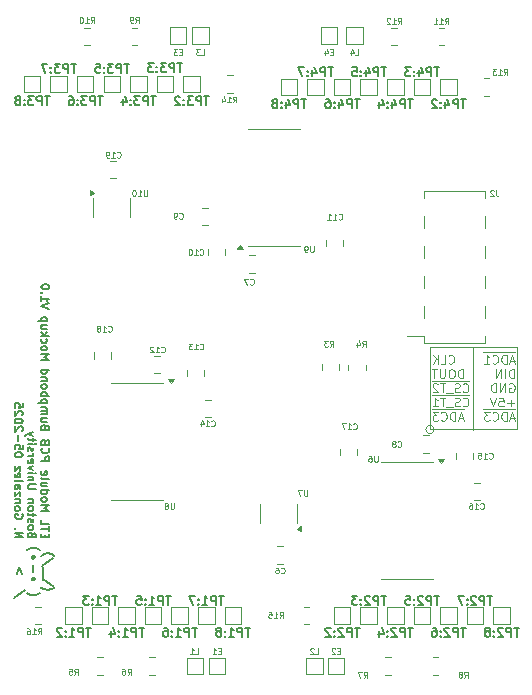
<source format=gbr>
%TF.GenerationSoftware,KiCad,Pcbnew,9.0.0*%
%TF.CreationDate,2025-05-12T15:22:34-04:00*%
%TF.ProjectId,design-files_BM,64657369-676e-42d6-9669-6c65735f424d,rev?*%
%TF.SameCoordinates,Original*%
%TF.FileFunction,Legend,Bot*%
%TF.FilePolarity,Positive*%
%FSLAX46Y46*%
G04 Gerber Fmt 4.6, Leading zero omitted, Abs format (unit mm)*
G04 Created by KiCad (PCBNEW 9.0.0) date 2025-05-12 15:22:34*
%MOMM*%
%LPD*%
G01*
G04 APERTURE LIST*
%ADD10C,0.120000*%
%ADD11C,0.150000*%
%ADD12C,0.112500*%
%ADD13C,0.125000*%
G04 APERTURE END LIST*
D10*
X49705000Y-38255000D02*
X49705000Y-45255000D01*
X46065000Y-38260000D02*
X53435000Y-38260000D01*
X53435000Y-45250000D01*
X46065000Y-45250000D01*
X46065000Y-38260000D01*
X46418553Y-45255000D02*
G75*
G02*
X45711447Y-45255000I-353553J0D01*
G01*
X45711447Y-45255000D02*
G75*
G02*
X46418553Y-45255000I353553J0D01*
G01*
D11*
X13112579Y-58602855D02*
X13148293Y-58638570D01*
X13148293Y-58638570D02*
X13255436Y-58709998D01*
X13255436Y-58709998D02*
X13326865Y-58745713D01*
X13326865Y-58745713D02*
X13434008Y-58781427D01*
X13434008Y-58781427D02*
X13612579Y-58817141D01*
X13612579Y-58817141D02*
X13755436Y-58817141D01*
X13755436Y-58817141D02*
X13934008Y-58781427D01*
X13934008Y-58781427D02*
X14041150Y-58745713D01*
X14041150Y-58745713D02*
X14112579Y-58709998D01*
X14112579Y-58709998D02*
X14219722Y-58638570D01*
X14219722Y-58638570D02*
X14255436Y-58602855D01*
X14219722Y-58567141D02*
X13255436Y-57924284D01*
X13326865Y-57995713D02*
X13326865Y-57424284D01*
X13326865Y-57424284D02*
X13326865Y-56852855D01*
X14184008Y-56138569D02*
X13219722Y-56781426D01*
X13112579Y-55959998D02*
X13148293Y-55924283D01*
X13148293Y-55924283D02*
X13255436Y-55852855D01*
X13255436Y-55852855D02*
X13326865Y-55817141D01*
X13326865Y-55817141D02*
X13434008Y-55781426D01*
X13434008Y-55781426D02*
X13612579Y-55745712D01*
X13612579Y-55745712D02*
X13755436Y-55745712D01*
X13755436Y-55745712D02*
X13934008Y-55781426D01*
X13934008Y-55781426D02*
X14041150Y-55817141D01*
X14041150Y-55817141D02*
X14112579Y-55852855D01*
X14112579Y-55852855D02*
X14219722Y-55924283D01*
X14219722Y-55924283D02*
X14255436Y-55959998D01*
X11905121Y-59067140D02*
X11940835Y-59102855D01*
X11940835Y-59102855D02*
X12047978Y-59174283D01*
X12047978Y-59174283D02*
X12119407Y-59209998D01*
X12119407Y-59209998D02*
X12226550Y-59245712D01*
X12226550Y-59245712D02*
X12405121Y-59281426D01*
X12405121Y-59281426D02*
X12547978Y-59281426D01*
X12547978Y-59281426D02*
X12726550Y-59245712D01*
X12726550Y-59245712D02*
X12833692Y-59209998D01*
X12833692Y-59209998D02*
X12905121Y-59174283D01*
X12905121Y-59174283D02*
X13012264Y-59102855D01*
X13012264Y-59102855D02*
X13047978Y-59067140D01*
X12547978Y-57995711D02*
X12405121Y-57995711D01*
X12405121Y-57959997D02*
X12547978Y-57959997D01*
X12583692Y-57924283D02*
X12369407Y-57924283D01*
X12405121Y-57888569D02*
X12547978Y-57888569D01*
X12547978Y-57852854D02*
X12405121Y-57852854D01*
X12440835Y-57995711D02*
X12369407Y-57924283D01*
X12369407Y-57924283D02*
X12440835Y-57852854D01*
X12512264Y-57995711D02*
X12583692Y-57924283D01*
X12583692Y-57924283D02*
X12512264Y-57852854D01*
X12547978Y-57995711D02*
X12583692Y-57924283D01*
X12583692Y-57924283D02*
X12547978Y-57852854D01*
X12547978Y-57852854D02*
X12476550Y-57817140D01*
X12476550Y-57817140D02*
X12405121Y-57852854D01*
X12405121Y-57852854D02*
X12369407Y-57924283D01*
X12369407Y-57924283D02*
X12405121Y-57995711D01*
X12405121Y-57995711D02*
X12476550Y-58031426D01*
X12476550Y-58031426D02*
X12547978Y-57995711D01*
X12476550Y-57281426D02*
X12476550Y-56709998D01*
X12547978Y-56138569D02*
X12405121Y-56138569D01*
X12405121Y-56102855D02*
X12547978Y-56102855D01*
X12583692Y-56067141D02*
X12369407Y-56067141D01*
X12405121Y-56031427D02*
X12547978Y-56031427D01*
X12547978Y-55995712D02*
X12405121Y-55995712D01*
X12440835Y-56138569D02*
X12369407Y-56067141D01*
X12369407Y-56067141D02*
X12440835Y-55995712D01*
X12512264Y-56138569D02*
X12583692Y-56067141D01*
X12583692Y-56067141D02*
X12512264Y-55995712D01*
X12547978Y-56138569D02*
X12583692Y-56067141D01*
X12583692Y-56067141D02*
X12547978Y-55995712D01*
X12547978Y-55995712D02*
X12476550Y-55959998D01*
X12476550Y-55959998D02*
X12405121Y-55995712D01*
X12405121Y-55995712D02*
X12369407Y-56067141D01*
X12369407Y-56067141D02*
X12405121Y-56138569D01*
X12405121Y-56138569D02*
X12476550Y-56174284D01*
X12476550Y-56174284D02*
X12547978Y-56138569D01*
X11905121Y-55495713D02*
X11940835Y-55459998D01*
X11940835Y-55459998D02*
X12047978Y-55388570D01*
X12047978Y-55388570D02*
X12119407Y-55352856D01*
X12119407Y-55352856D02*
X12226550Y-55317141D01*
X12226550Y-55317141D02*
X12405121Y-55281427D01*
X12405121Y-55281427D02*
X12547978Y-55281427D01*
X12547978Y-55281427D02*
X12726550Y-55317141D01*
X12726550Y-55317141D02*
X12833692Y-55352856D01*
X12833692Y-55352856D02*
X12905121Y-55388570D01*
X12905121Y-55388570D02*
X13012264Y-55459998D01*
X13012264Y-55459998D02*
X13047978Y-55495713D01*
X11769092Y-58852856D02*
X10804806Y-59495713D01*
X11483377Y-57459998D02*
X11269092Y-56888570D01*
X11269092Y-56888570D02*
X11054806Y-57459998D01*
D12*
X53218129Y-39466912D02*
X52860987Y-39466912D01*
X53289558Y-39681198D02*
X53039558Y-38931198D01*
X53039558Y-38931198D02*
X52789558Y-39681198D01*
X52539558Y-39681198D02*
X52539558Y-38931198D01*
X52539558Y-38931198D02*
X52360987Y-38931198D01*
X52360987Y-38931198D02*
X52253844Y-38966912D01*
X52253844Y-38966912D02*
X52182415Y-39038341D01*
X52182415Y-39038341D02*
X52146701Y-39109769D01*
X52146701Y-39109769D02*
X52110987Y-39252626D01*
X52110987Y-39252626D02*
X52110987Y-39359769D01*
X52110987Y-39359769D02*
X52146701Y-39502626D01*
X52146701Y-39502626D02*
X52182415Y-39574055D01*
X52182415Y-39574055D02*
X52253844Y-39645484D01*
X52253844Y-39645484D02*
X52360987Y-39681198D01*
X52360987Y-39681198D02*
X52539558Y-39681198D01*
X51360987Y-39609769D02*
X51396701Y-39645484D01*
X51396701Y-39645484D02*
X51503844Y-39681198D01*
X51503844Y-39681198D02*
X51575272Y-39681198D01*
X51575272Y-39681198D02*
X51682415Y-39645484D01*
X51682415Y-39645484D02*
X51753844Y-39574055D01*
X51753844Y-39574055D02*
X51789558Y-39502626D01*
X51789558Y-39502626D02*
X51825272Y-39359769D01*
X51825272Y-39359769D02*
X51825272Y-39252626D01*
X51825272Y-39252626D02*
X51789558Y-39109769D01*
X51789558Y-39109769D02*
X51753844Y-39038341D01*
X51753844Y-39038341D02*
X51682415Y-38966912D01*
X51682415Y-38966912D02*
X51575272Y-38931198D01*
X51575272Y-38931198D02*
X51503844Y-38931198D01*
X51503844Y-38931198D02*
X51396701Y-38966912D01*
X51396701Y-38966912D02*
X51360987Y-39002626D01*
X50646701Y-39681198D02*
X51075272Y-39681198D01*
X50860987Y-39681198D02*
X50860987Y-38931198D01*
X50860987Y-38931198D02*
X50932415Y-39038341D01*
X50932415Y-39038341D02*
X51003844Y-39109769D01*
X51003844Y-39109769D02*
X51075272Y-39145484D01*
X53285987Y-38722984D02*
X50578844Y-38722984D01*
X53182415Y-40888656D02*
X53182415Y-40138656D01*
X53182415Y-40138656D02*
X53003844Y-40138656D01*
X53003844Y-40138656D02*
X52896701Y-40174370D01*
X52896701Y-40174370D02*
X52825272Y-40245799D01*
X52825272Y-40245799D02*
X52789558Y-40317227D01*
X52789558Y-40317227D02*
X52753844Y-40460084D01*
X52753844Y-40460084D02*
X52753844Y-40567227D01*
X52753844Y-40567227D02*
X52789558Y-40710084D01*
X52789558Y-40710084D02*
X52825272Y-40781513D01*
X52825272Y-40781513D02*
X52896701Y-40852942D01*
X52896701Y-40852942D02*
X53003844Y-40888656D01*
X53003844Y-40888656D02*
X53182415Y-40888656D01*
X52432415Y-40888656D02*
X52432415Y-40138656D01*
X52075272Y-40888656D02*
X52075272Y-40138656D01*
X52075272Y-40138656D02*
X51646701Y-40888656D01*
X51646701Y-40888656D02*
X51646701Y-40138656D01*
X52789558Y-41381828D02*
X52860987Y-41346114D01*
X52860987Y-41346114D02*
X52968129Y-41346114D01*
X52968129Y-41346114D02*
X53075272Y-41381828D01*
X53075272Y-41381828D02*
X53146701Y-41453257D01*
X53146701Y-41453257D02*
X53182415Y-41524685D01*
X53182415Y-41524685D02*
X53218129Y-41667542D01*
X53218129Y-41667542D02*
X53218129Y-41774685D01*
X53218129Y-41774685D02*
X53182415Y-41917542D01*
X53182415Y-41917542D02*
X53146701Y-41988971D01*
X53146701Y-41988971D02*
X53075272Y-42060400D01*
X53075272Y-42060400D02*
X52968129Y-42096114D01*
X52968129Y-42096114D02*
X52896701Y-42096114D01*
X52896701Y-42096114D02*
X52789558Y-42060400D01*
X52789558Y-42060400D02*
X52753844Y-42024685D01*
X52753844Y-42024685D02*
X52753844Y-41774685D01*
X52753844Y-41774685D02*
X52896701Y-41774685D01*
X52432415Y-42096114D02*
X52432415Y-41346114D01*
X52432415Y-41346114D02*
X52003844Y-42096114D01*
X52003844Y-42096114D02*
X52003844Y-41346114D01*
X51646701Y-42096114D02*
X51646701Y-41346114D01*
X51646701Y-41346114D02*
X51468130Y-41346114D01*
X51468130Y-41346114D02*
X51360987Y-41381828D01*
X51360987Y-41381828D02*
X51289558Y-41453257D01*
X51289558Y-41453257D02*
X51253844Y-41524685D01*
X51253844Y-41524685D02*
X51218130Y-41667542D01*
X51218130Y-41667542D02*
X51218130Y-41774685D01*
X51218130Y-41774685D02*
X51253844Y-41917542D01*
X51253844Y-41917542D02*
X51289558Y-41988971D01*
X51289558Y-41988971D02*
X51360987Y-42060400D01*
X51360987Y-42060400D02*
X51468130Y-42096114D01*
X51468130Y-42096114D02*
X51646701Y-42096114D01*
X53182415Y-43017858D02*
X52610987Y-43017858D01*
X52896701Y-43303572D02*
X52896701Y-42732143D01*
X51896701Y-42553572D02*
X52253844Y-42553572D01*
X52253844Y-42553572D02*
X52289558Y-42910715D01*
X52289558Y-42910715D02*
X52253844Y-42875000D01*
X52253844Y-42875000D02*
X52182416Y-42839286D01*
X52182416Y-42839286D02*
X52003844Y-42839286D01*
X52003844Y-42839286D02*
X51932416Y-42875000D01*
X51932416Y-42875000D02*
X51896701Y-42910715D01*
X51896701Y-42910715D02*
X51860987Y-42982143D01*
X51860987Y-42982143D02*
X51860987Y-43160715D01*
X51860987Y-43160715D02*
X51896701Y-43232143D01*
X51896701Y-43232143D02*
X51932416Y-43267858D01*
X51932416Y-43267858D02*
X52003844Y-43303572D01*
X52003844Y-43303572D02*
X52182416Y-43303572D01*
X52182416Y-43303572D02*
X52253844Y-43267858D01*
X52253844Y-43267858D02*
X52289558Y-43232143D01*
X51646701Y-42553572D02*
X51396701Y-43303572D01*
X51396701Y-43303572D02*
X51146701Y-42553572D01*
X53218129Y-44296744D02*
X52860987Y-44296744D01*
X53289558Y-44511030D02*
X53039558Y-43761030D01*
X53039558Y-43761030D02*
X52789558Y-44511030D01*
X52539558Y-44511030D02*
X52539558Y-43761030D01*
X52539558Y-43761030D02*
X52360987Y-43761030D01*
X52360987Y-43761030D02*
X52253844Y-43796744D01*
X52253844Y-43796744D02*
X52182415Y-43868173D01*
X52182415Y-43868173D02*
X52146701Y-43939601D01*
X52146701Y-43939601D02*
X52110987Y-44082458D01*
X52110987Y-44082458D02*
X52110987Y-44189601D01*
X52110987Y-44189601D02*
X52146701Y-44332458D01*
X52146701Y-44332458D02*
X52182415Y-44403887D01*
X52182415Y-44403887D02*
X52253844Y-44475316D01*
X52253844Y-44475316D02*
X52360987Y-44511030D01*
X52360987Y-44511030D02*
X52539558Y-44511030D01*
X51360987Y-44439601D02*
X51396701Y-44475316D01*
X51396701Y-44475316D02*
X51503844Y-44511030D01*
X51503844Y-44511030D02*
X51575272Y-44511030D01*
X51575272Y-44511030D02*
X51682415Y-44475316D01*
X51682415Y-44475316D02*
X51753844Y-44403887D01*
X51753844Y-44403887D02*
X51789558Y-44332458D01*
X51789558Y-44332458D02*
X51825272Y-44189601D01*
X51825272Y-44189601D02*
X51825272Y-44082458D01*
X51825272Y-44082458D02*
X51789558Y-43939601D01*
X51789558Y-43939601D02*
X51753844Y-43868173D01*
X51753844Y-43868173D02*
X51682415Y-43796744D01*
X51682415Y-43796744D02*
X51575272Y-43761030D01*
X51575272Y-43761030D02*
X51503844Y-43761030D01*
X51503844Y-43761030D02*
X51396701Y-43796744D01*
X51396701Y-43796744D02*
X51360987Y-43832458D01*
X51110987Y-43761030D02*
X50646701Y-43761030D01*
X50646701Y-43761030D02*
X50896701Y-44046744D01*
X50896701Y-44046744D02*
X50789558Y-44046744D01*
X50789558Y-44046744D02*
X50718130Y-44082458D01*
X50718130Y-44082458D02*
X50682415Y-44118173D01*
X50682415Y-44118173D02*
X50646701Y-44189601D01*
X50646701Y-44189601D02*
X50646701Y-44368173D01*
X50646701Y-44368173D02*
X50682415Y-44439601D01*
X50682415Y-44439601D02*
X50718130Y-44475316D01*
X50718130Y-44475316D02*
X50789558Y-44511030D01*
X50789558Y-44511030D02*
X51003844Y-44511030D01*
X51003844Y-44511030D02*
X51075272Y-44475316D01*
X51075272Y-44475316D02*
X51110987Y-44439601D01*
X53285987Y-43552816D02*
X50578844Y-43552816D01*
D11*
X13507594Y-54394649D02*
X13507594Y-54161316D01*
X13140927Y-54061316D02*
X13140927Y-54394649D01*
X13140927Y-54394649D02*
X13840927Y-54394649D01*
X13840927Y-54394649D02*
X13840927Y-54061316D01*
X13840927Y-53861316D02*
X13840927Y-53461316D01*
X13140927Y-53661316D02*
X13840927Y-53661316D01*
X13140927Y-52894650D02*
X13140927Y-53227983D01*
X13140927Y-53227983D02*
X13840927Y-53227983D01*
X13140927Y-52127983D02*
X13840927Y-52127983D01*
X13840927Y-52127983D02*
X13340927Y-51894650D01*
X13340927Y-51894650D02*
X13840927Y-51661316D01*
X13840927Y-51661316D02*
X13140927Y-51661316D01*
X13140927Y-51227983D02*
X13174261Y-51294650D01*
X13174261Y-51294650D02*
X13207594Y-51327983D01*
X13207594Y-51327983D02*
X13274261Y-51361316D01*
X13274261Y-51361316D02*
X13474261Y-51361316D01*
X13474261Y-51361316D02*
X13540927Y-51327983D01*
X13540927Y-51327983D02*
X13574261Y-51294650D01*
X13574261Y-51294650D02*
X13607594Y-51227983D01*
X13607594Y-51227983D02*
X13607594Y-51127983D01*
X13607594Y-51127983D02*
X13574261Y-51061316D01*
X13574261Y-51061316D02*
X13540927Y-51027983D01*
X13540927Y-51027983D02*
X13474261Y-50994650D01*
X13474261Y-50994650D02*
X13274261Y-50994650D01*
X13274261Y-50994650D02*
X13207594Y-51027983D01*
X13207594Y-51027983D02*
X13174261Y-51061316D01*
X13174261Y-51061316D02*
X13140927Y-51127983D01*
X13140927Y-51127983D02*
X13140927Y-51227983D01*
X13140927Y-50394650D02*
X13840927Y-50394650D01*
X13174261Y-50394650D02*
X13140927Y-50461317D01*
X13140927Y-50461317D02*
X13140927Y-50594650D01*
X13140927Y-50594650D02*
X13174261Y-50661317D01*
X13174261Y-50661317D02*
X13207594Y-50694650D01*
X13207594Y-50694650D02*
X13274261Y-50727983D01*
X13274261Y-50727983D02*
X13474261Y-50727983D01*
X13474261Y-50727983D02*
X13540927Y-50694650D01*
X13540927Y-50694650D02*
X13574261Y-50661317D01*
X13574261Y-50661317D02*
X13607594Y-50594650D01*
X13607594Y-50594650D02*
X13607594Y-50461317D01*
X13607594Y-50461317D02*
X13574261Y-50394650D01*
X13607594Y-49761317D02*
X13140927Y-49761317D01*
X13607594Y-50061317D02*
X13240927Y-50061317D01*
X13240927Y-50061317D02*
X13174261Y-50027984D01*
X13174261Y-50027984D02*
X13140927Y-49961317D01*
X13140927Y-49961317D02*
X13140927Y-49861317D01*
X13140927Y-49861317D02*
X13174261Y-49794650D01*
X13174261Y-49794650D02*
X13207594Y-49761317D01*
X13140927Y-49327984D02*
X13174261Y-49394651D01*
X13174261Y-49394651D02*
X13240927Y-49427984D01*
X13240927Y-49427984D02*
X13840927Y-49427984D01*
X13174261Y-48794650D02*
X13140927Y-48861317D01*
X13140927Y-48861317D02*
X13140927Y-48994650D01*
X13140927Y-48994650D02*
X13174261Y-49061317D01*
X13174261Y-49061317D02*
X13240927Y-49094650D01*
X13240927Y-49094650D02*
X13507594Y-49094650D01*
X13507594Y-49094650D02*
X13574261Y-49061317D01*
X13574261Y-49061317D02*
X13607594Y-48994650D01*
X13607594Y-48994650D02*
X13607594Y-48861317D01*
X13607594Y-48861317D02*
X13574261Y-48794650D01*
X13574261Y-48794650D02*
X13507594Y-48761317D01*
X13507594Y-48761317D02*
X13440927Y-48761317D01*
X13440927Y-48761317D02*
X13374261Y-49094650D01*
X13140927Y-47927984D02*
X13840927Y-47927984D01*
X13840927Y-47927984D02*
X13840927Y-47661317D01*
X13840927Y-47661317D02*
X13807594Y-47594651D01*
X13807594Y-47594651D02*
X13774261Y-47561317D01*
X13774261Y-47561317D02*
X13707594Y-47527984D01*
X13707594Y-47527984D02*
X13607594Y-47527984D01*
X13607594Y-47527984D02*
X13540927Y-47561317D01*
X13540927Y-47561317D02*
X13507594Y-47594651D01*
X13507594Y-47594651D02*
X13474261Y-47661317D01*
X13474261Y-47661317D02*
X13474261Y-47927984D01*
X13207594Y-46827984D02*
X13174261Y-46861317D01*
X13174261Y-46861317D02*
X13140927Y-46961317D01*
X13140927Y-46961317D02*
X13140927Y-47027984D01*
X13140927Y-47027984D02*
X13174261Y-47127984D01*
X13174261Y-47127984D02*
X13240927Y-47194651D01*
X13240927Y-47194651D02*
X13307594Y-47227984D01*
X13307594Y-47227984D02*
X13440927Y-47261317D01*
X13440927Y-47261317D02*
X13540927Y-47261317D01*
X13540927Y-47261317D02*
X13674261Y-47227984D01*
X13674261Y-47227984D02*
X13740927Y-47194651D01*
X13740927Y-47194651D02*
X13807594Y-47127984D01*
X13807594Y-47127984D02*
X13840927Y-47027984D01*
X13840927Y-47027984D02*
X13840927Y-46961317D01*
X13840927Y-46961317D02*
X13807594Y-46861317D01*
X13807594Y-46861317D02*
X13774261Y-46827984D01*
X13507594Y-46294651D02*
X13474261Y-46194651D01*
X13474261Y-46194651D02*
X13440927Y-46161317D01*
X13440927Y-46161317D02*
X13374261Y-46127984D01*
X13374261Y-46127984D02*
X13274261Y-46127984D01*
X13274261Y-46127984D02*
X13207594Y-46161317D01*
X13207594Y-46161317D02*
X13174261Y-46194651D01*
X13174261Y-46194651D02*
X13140927Y-46261317D01*
X13140927Y-46261317D02*
X13140927Y-46527984D01*
X13140927Y-46527984D02*
X13840927Y-46527984D01*
X13840927Y-46527984D02*
X13840927Y-46294651D01*
X13840927Y-46294651D02*
X13807594Y-46227984D01*
X13807594Y-46227984D02*
X13774261Y-46194651D01*
X13774261Y-46194651D02*
X13707594Y-46161317D01*
X13707594Y-46161317D02*
X13640927Y-46161317D01*
X13640927Y-46161317D02*
X13574261Y-46194651D01*
X13574261Y-46194651D02*
X13540927Y-46227984D01*
X13540927Y-46227984D02*
X13507594Y-46294651D01*
X13507594Y-46294651D02*
X13507594Y-46527984D01*
X13507594Y-45061318D02*
X13474261Y-44961318D01*
X13474261Y-44961318D02*
X13440927Y-44927984D01*
X13440927Y-44927984D02*
X13374261Y-44894651D01*
X13374261Y-44894651D02*
X13274261Y-44894651D01*
X13274261Y-44894651D02*
X13207594Y-44927984D01*
X13207594Y-44927984D02*
X13174261Y-44961318D01*
X13174261Y-44961318D02*
X13140927Y-45027984D01*
X13140927Y-45027984D02*
X13140927Y-45294651D01*
X13140927Y-45294651D02*
X13840927Y-45294651D01*
X13840927Y-45294651D02*
X13840927Y-45061318D01*
X13840927Y-45061318D02*
X13807594Y-44994651D01*
X13807594Y-44994651D02*
X13774261Y-44961318D01*
X13774261Y-44961318D02*
X13707594Y-44927984D01*
X13707594Y-44927984D02*
X13640927Y-44927984D01*
X13640927Y-44927984D02*
X13574261Y-44961318D01*
X13574261Y-44961318D02*
X13540927Y-44994651D01*
X13540927Y-44994651D02*
X13507594Y-45061318D01*
X13507594Y-45061318D02*
X13507594Y-45294651D01*
X13607594Y-44294651D02*
X13140927Y-44294651D01*
X13607594Y-44594651D02*
X13240927Y-44594651D01*
X13240927Y-44594651D02*
X13174261Y-44561318D01*
X13174261Y-44561318D02*
X13140927Y-44494651D01*
X13140927Y-44494651D02*
X13140927Y-44394651D01*
X13140927Y-44394651D02*
X13174261Y-44327984D01*
X13174261Y-44327984D02*
X13207594Y-44294651D01*
X13140927Y-43961318D02*
X13607594Y-43961318D01*
X13540927Y-43961318D02*
X13574261Y-43927985D01*
X13574261Y-43927985D02*
X13607594Y-43861318D01*
X13607594Y-43861318D02*
X13607594Y-43761318D01*
X13607594Y-43761318D02*
X13574261Y-43694651D01*
X13574261Y-43694651D02*
X13507594Y-43661318D01*
X13507594Y-43661318D02*
X13140927Y-43661318D01*
X13507594Y-43661318D02*
X13574261Y-43627985D01*
X13574261Y-43627985D02*
X13607594Y-43561318D01*
X13607594Y-43561318D02*
X13607594Y-43461318D01*
X13607594Y-43461318D02*
X13574261Y-43394651D01*
X13574261Y-43394651D02*
X13507594Y-43361318D01*
X13507594Y-43361318D02*
X13140927Y-43361318D01*
X13607594Y-43027985D02*
X12907594Y-43027985D01*
X13574261Y-43027985D02*
X13607594Y-42961318D01*
X13607594Y-42961318D02*
X13607594Y-42827985D01*
X13607594Y-42827985D02*
X13574261Y-42761318D01*
X13574261Y-42761318D02*
X13540927Y-42727985D01*
X13540927Y-42727985D02*
X13474261Y-42694652D01*
X13474261Y-42694652D02*
X13274261Y-42694652D01*
X13274261Y-42694652D02*
X13207594Y-42727985D01*
X13207594Y-42727985D02*
X13174261Y-42761318D01*
X13174261Y-42761318D02*
X13140927Y-42827985D01*
X13140927Y-42827985D02*
X13140927Y-42961318D01*
X13140927Y-42961318D02*
X13174261Y-43027985D01*
X13140927Y-42394652D02*
X13840927Y-42394652D01*
X13574261Y-42394652D02*
X13607594Y-42327985D01*
X13607594Y-42327985D02*
X13607594Y-42194652D01*
X13607594Y-42194652D02*
X13574261Y-42127985D01*
X13574261Y-42127985D02*
X13540927Y-42094652D01*
X13540927Y-42094652D02*
X13474261Y-42061319D01*
X13474261Y-42061319D02*
X13274261Y-42061319D01*
X13274261Y-42061319D02*
X13207594Y-42094652D01*
X13207594Y-42094652D02*
X13174261Y-42127985D01*
X13174261Y-42127985D02*
X13140927Y-42194652D01*
X13140927Y-42194652D02*
X13140927Y-42327985D01*
X13140927Y-42327985D02*
X13174261Y-42394652D01*
X13140927Y-41661319D02*
X13174261Y-41727986D01*
X13174261Y-41727986D02*
X13207594Y-41761319D01*
X13207594Y-41761319D02*
X13274261Y-41794652D01*
X13274261Y-41794652D02*
X13474261Y-41794652D01*
X13474261Y-41794652D02*
X13540927Y-41761319D01*
X13540927Y-41761319D02*
X13574261Y-41727986D01*
X13574261Y-41727986D02*
X13607594Y-41661319D01*
X13607594Y-41661319D02*
X13607594Y-41561319D01*
X13607594Y-41561319D02*
X13574261Y-41494652D01*
X13574261Y-41494652D02*
X13540927Y-41461319D01*
X13540927Y-41461319D02*
X13474261Y-41427986D01*
X13474261Y-41427986D02*
X13274261Y-41427986D01*
X13274261Y-41427986D02*
X13207594Y-41461319D01*
X13207594Y-41461319D02*
X13174261Y-41494652D01*
X13174261Y-41494652D02*
X13140927Y-41561319D01*
X13140927Y-41561319D02*
X13140927Y-41661319D01*
X13607594Y-41127986D02*
X13140927Y-41127986D01*
X13540927Y-41127986D02*
X13574261Y-41094653D01*
X13574261Y-41094653D02*
X13607594Y-41027986D01*
X13607594Y-41027986D02*
X13607594Y-40927986D01*
X13607594Y-40927986D02*
X13574261Y-40861319D01*
X13574261Y-40861319D02*
X13507594Y-40827986D01*
X13507594Y-40827986D02*
X13140927Y-40827986D01*
X13140927Y-40194653D02*
X13840927Y-40194653D01*
X13174261Y-40194653D02*
X13140927Y-40261320D01*
X13140927Y-40261320D02*
X13140927Y-40394653D01*
X13140927Y-40394653D02*
X13174261Y-40461320D01*
X13174261Y-40461320D02*
X13207594Y-40494653D01*
X13207594Y-40494653D02*
X13274261Y-40527986D01*
X13274261Y-40527986D02*
X13474261Y-40527986D01*
X13474261Y-40527986D02*
X13540927Y-40494653D01*
X13540927Y-40494653D02*
X13574261Y-40461320D01*
X13574261Y-40461320D02*
X13607594Y-40394653D01*
X13607594Y-40394653D02*
X13607594Y-40261320D01*
X13607594Y-40261320D02*
X13574261Y-40194653D01*
X13140927Y-39327987D02*
X13840927Y-39327987D01*
X13840927Y-39327987D02*
X13340927Y-39094654D01*
X13340927Y-39094654D02*
X13840927Y-38861320D01*
X13840927Y-38861320D02*
X13140927Y-38861320D01*
X13140927Y-38427987D02*
X13174261Y-38494654D01*
X13174261Y-38494654D02*
X13207594Y-38527987D01*
X13207594Y-38527987D02*
X13274261Y-38561320D01*
X13274261Y-38561320D02*
X13474261Y-38561320D01*
X13474261Y-38561320D02*
X13540927Y-38527987D01*
X13540927Y-38527987D02*
X13574261Y-38494654D01*
X13574261Y-38494654D02*
X13607594Y-38427987D01*
X13607594Y-38427987D02*
X13607594Y-38327987D01*
X13607594Y-38327987D02*
X13574261Y-38261320D01*
X13574261Y-38261320D02*
X13540927Y-38227987D01*
X13540927Y-38227987D02*
X13474261Y-38194654D01*
X13474261Y-38194654D02*
X13274261Y-38194654D01*
X13274261Y-38194654D02*
X13207594Y-38227987D01*
X13207594Y-38227987D02*
X13174261Y-38261320D01*
X13174261Y-38261320D02*
X13140927Y-38327987D01*
X13140927Y-38327987D02*
X13140927Y-38427987D01*
X13174261Y-37594654D02*
X13140927Y-37661321D01*
X13140927Y-37661321D02*
X13140927Y-37794654D01*
X13140927Y-37794654D02*
X13174261Y-37861321D01*
X13174261Y-37861321D02*
X13207594Y-37894654D01*
X13207594Y-37894654D02*
X13274261Y-37927987D01*
X13274261Y-37927987D02*
X13474261Y-37927987D01*
X13474261Y-37927987D02*
X13540927Y-37894654D01*
X13540927Y-37894654D02*
X13574261Y-37861321D01*
X13574261Y-37861321D02*
X13607594Y-37794654D01*
X13607594Y-37794654D02*
X13607594Y-37661321D01*
X13607594Y-37661321D02*
X13574261Y-37594654D01*
X13140927Y-37294654D02*
X13840927Y-37294654D01*
X13407594Y-37227987D02*
X13140927Y-37027987D01*
X13607594Y-37027987D02*
X13340927Y-37294654D01*
X13607594Y-36427987D02*
X13140927Y-36427987D01*
X13607594Y-36727987D02*
X13240927Y-36727987D01*
X13240927Y-36727987D02*
X13174261Y-36694654D01*
X13174261Y-36694654D02*
X13140927Y-36627987D01*
X13140927Y-36627987D02*
X13140927Y-36527987D01*
X13140927Y-36527987D02*
X13174261Y-36461320D01*
X13174261Y-36461320D02*
X13207594Y-36427987D01*
X13607594Y-36094654D02*
X12907594Y-36094654D01*
X13574261Y-36094654D02*
X13607594Y-36027987D01*
X13607594Y-36027987D02*
X13607594Y-35894654D01*
X13607594Y-35894654D02*
X13574261Y-35827987D01*
X13574261Y-35827987D02*
X13540927Y-35794654D01*
X13540927Y-35794654D02*
X13474261Y-35761321D01*
X13474261Y-35761321D02*
X13274261Y-35761321D01*
X13274261Y-35761321D02*
X13207594Y-35794654D01*
X13207594Y-35794654D02*
X13174261Y-35827987D01*
X13174261Y-35827987D02*
X13140927Y-35894654D01*
X13140927Y-35894654D02*
X13140927Y-36027987D01*
X13140927Y-36027987D02*
X13174261Y-36094654D01*
X13840927Y-35027988D02*
X13140927Y-34794655D01*
X13140927Y-34794655D02*
X13840927Y-34561321D01*
X13140927Y-33961321D02*
X13140927Y-34361321D01*
X13140927Y-34161321D02*
X13840927Y-34161321D01*
X13840927Y-34161321D02*
X13740927Y-34227988D01*
X13740927Y-34227988D02*
X13674261Y-34294655D01*
X13674261Y-34294655D02*
X13640927Y-34361321D01*
X13207594Y-33661321D02*
X13174261Y-33627988D01*
X13174261Y-33627988D02*
X13140927Y-33661321D01*
X13140927Y-33661321D02*
X13174261Y-33694654D01*
X13174261Y-33694654D02*
X13207594Y-33661321D01*
X13207594Y-33661321D02*
X13140927Y-33661321D01*
X13840927Y-33194655D02*
X13840927Y-33127988D01*
X13840927Y-33127988D02*
X13807594Y-33061321D01*
X13807594Y-33061321D02*
X13774261Y-33027988D01*
X13774261Y-33027988D02*
X13707594Y-32994655D01*
X13707594Y-32994655D02*
X13574261Y-32961321D01*
X13574261Y-32961321D02*
X13407594Y-32961321D01*
X13407594Y-32961321D02*
X13274261Y-32994655D01*
X13274261Y-32994655D02*
X13207594Y-33027988D01*
X13207594Y-33027988D02*
X13174261Y-33061321D01*
X13174261Y-33061321D02*
X13140927Y-33127988D01*
X13140927Y-33127988D02*
X13140927Y-33194655D01*
X13140927Y-33194655D02*
X13174261Y-33261321D01*
X13174261Y-33261321D02*
X13207594Y-33294655D01*
X13207594Y-33294655D02*
X13274261Y-33327988D01*
X13274261Y-33327988D02*
X13407594Y-33361321D01*
X13407594Y-33361321D02*
X13574261Y-33361321D01*
X13574261Y-33361321D02*
X13707594Y-33327988D01*
X13707594Y-33327988D02*
X13774261Y-33294655D01*
X13774261Y-33294655D02*
X13807594Y-33261321D01*
X13807594Y-33261321D02*
X13840927Y-33194655D01*
X12380633Y-54161316D02*
X12347300Y-54061316D01*
X12347300Y-54061316D02*
X12313966Y-54027982D01*
X12313966Y-54027982D02*
X12247300Y-53994649D01*
X12247300Y-53994649D02*
X12147300Y-53994649D01*
X12147300Y-53994649D02*
X12080633Y-54027982D01*
X12080633Y-54027982D02*
X12047300Y-54061316D01*
X12047300Y-54061316D02*
X12013966Y-54127982D01*
X12013966Y-54127982D02*
X12013966Y-54394649D01*
X12013966Y-54394649D02*
X12713966Y-54394649D01*
X12713966Y-54394649D02*
X12713966Y-54161316D01*
X12713966Y-54161316D02*
X12680633Y-54094649D01*
X12680633Y-54094649D02*
X12647300Y-54061316D01*
X12647300Y-54061316D02*
X12580633Y-54027982D01*
X12580633Y-54027982D02*
X12513966Y-54027982D01*
X12513966Y-54027982D02*
X12447300Y-54061316D01*
X12447300Y-54061316D02*
X12413966Y-54094649D01*
X12413966Y-54094649D02*
X12380633Y-54161316D01*
X12380633Y-54161316D02*
X12380633Y-54394649D01*
X12013966Y-53594649D02*
X12047300Y-53661316D01*
X12047300Y-53661316D02*
X12080633Y-53694649D01*
X12080633Y-53694649D02*
X12147300Y-53727982D01*
X12147300Y-53727982D02*
X12347300Y-53727982D01*
X12347300Y-53727982D02*
X12413966Y-53694649D01*
X12413966Y-53694649D02*
X12447300Y-53661316D01*
X12447300Y-53661316D02*
X12480633Y-53594649D01*
X12480633Y-53594649D02*
X12480633Y-53494649D01*
X12480633Y-53494649D02*
X12447300Y-53427982D01*
X12447300Y-53427982D02*
X12413966Y-53394649D01*
X12413966Y-53394649D02*
X12347300Y-53361316D01*
X12347300Y-53361316D02*
X12147300Y-53361316D01*
X12147300Y-53361316D02*
X12080633Y-53394649D01*
X12080633Y-53394649D02*
X12047300Y-53427982D01*
X12047300Y-53427982D02*
X12013966Y-53494649D01*
X12013966Y-53494649D02*
X12013966Y-53594649D01*
X12047300Y-53094649D02*
X12013966Y-53027983D01*
X12013966Y-53027983D02*
X12013966Y-52894649D01*
X12013966Y-52894649D02*
X12047300Y-52827983D01*
X12047300Y-52827983D02*
X12113966Y-52794649D01*
X12113966Y-52794649D02*
X12147300Y-52794649D01*
X12147300Y-52794649D02*
X12213966Y-52827983D01*
X12213966Y-52827983D02*
X12247300Y-52894649D01*
X12247300Y-52894649D02*
X12247300Y-52994649D01*
X12247300Y-52994649D02*
X12280633Y-53061316D01*
X12280633Y-53061316D02*
X12347300Y-53094649D01*
X12347300Y-53094649D02*
X12380633Y-53094649D01*
X12380633Y-53094649D02*
X12447300Y-53061316D01*
X12447300Y-53061316D02*
X12480633Y-52994649D01*
X12480633Y-52994649D02*
X12480633Y-52894649D01*
X12480633Y-52894649D02*
X12447300Y-52827983D01*
X12480633Y-52594649D02*
X12480633Y-52327982D01*
X12713966Y-52494649D02*
X12113966Y-52494649D01*
X12113966Y-52494649D02*
X12047300Y-52461316D01*
X12047300Y-52461316D02*
X12013966Y-52394649D01*
X12013966Y-52394649D02*
X12013966Y-52327982D01*
X12013966Y-51994649D02*
X12047300Y-52061316D01*
X12047300Y-52061316D02*
X12080633Y-52094649D01*
X12080633Y-52094649D02*
X12147300Y-52127982D01*
X12147300Y-52127982D02*
X12347300Y-52127982D01*
X12347300Y-52127982D02*
X12413966Y-52094649D01*
X12413966Y-52094649D02*
X12447300Y-52061316D01*
X12447300Y-52061316D02*
X12480633Y-51994649D01*
X12480633Y-51994649D02*
X12480633Y-51894649D01*
X12480633Y-51894649D02*
X12447300Y-51827982D01*
X12447300Y-51827982D02*
X12413966Y-51794649D01*
X12413966Y-51794649D02*
X12347300Y-51761316D01*
X12347300Y-51761316D02*
X12147300Y-51761316D01*
X12147300Y-51761316D02*
X12080633Y-51794649D01*
X12080633Y-51794649D02*
X12047300Y-51827982D01*
X12047300Y-51827982D02*
X12013966Y-51894649D01*
X12013966Y-51894649D02*
X12013966Y-51994649D01*
X12480633Y-51461316D02*
X12013966Y-51461316D01*
X12413966Y-51461316D02*
X12447300Y-51427983D01*
X12447300Y-51427983D02*
X12480633Y-51361316D01*
X12480633Y-51361316D02*
X12480633Y-51261316D01*
X12480633Y-51261316D02*
X12447300Y-51194649D01*
X12447300Y-51194649D02*
X12380633Y-51161316D01*
X12380633Y-51161316D02*
X12013966Y-51161316D01*
X12713966Y-50294650D02*
X12147300Y-50294650D01*
X12147300Y-50294650D02*
X12080633Y-50261317D01*
X12080633Y-50261317D02*
X12047300Y-50227983D01*
X12047300Y-50227983D02*
X12013966Y-50161317D01*
X12013966Y-50161317D02*
X12013966Y-50027983D01*
X12013966Y-50027983D02*
X12047300Y-49961317D01*
X12047300Y-49961317D02*
X12080633Y-49927983D01*
X12080633Y-49927983D02*
X12147300Y-49894650D01*
X12147300Y-49894650D02*
X12713966Y-49894650D01*
X12480633Y-49561317D02*
X12013966Y-49561317D01*
X12413966Y-49561317D02*
X12447300Y-49527984D01*
X12447300Y-49527984D02*
X12480633Y-49461317D01*
X12480633Y-49461317D02*
X12480633Y-49361317D01*
X12480633Y-49361317D02*
X12447300Y-49294650D01*
X12447300Y-49294650D02*
X12380633Y-49261317D01*
X12380633Y-49261317D02*
X12013966Y-49261317D01*
X12013966Y-48927984D02*
X12480633Y-48927984D01*
X12713966Y-48927984D02*
X12680633Y-48961317D01*
X12680633Y-48961317D02*
X12647300Y-48927984D01*
X12647300Y-48927984D02*
X12680633Y-48894651D01*
X12680633Y-48894651D02*
X12713966Y-48927984D01*
X12713966Y-48927984D02*
X12647300Y-48927984D01*
X12480633Y-48661318D02*
X12013966Y-48494651D01*
X12013966Y-48494651D02*
X12480633Y-48327984D01*
X12047300Y-47794651D02*
X12013966Y-47861318D01*
X12013966Y-47861318D02*
X12013966Y-47994651D01*
X12013966Y-47994651D02*
X12047300Y-48061318D01*
X12047300Y-48061318D02*
X12113966Y-48094651D01*
X12113966Y-48094651D02*
X12380633Y-48094651D01*
X12380633Y-48094651D02*
X12447300Y-48061318D01*
X12447300Y-48061318D02*
X12480633Y-47994651D01*
X12480633Y-47994651D02*
X12480633Y-47861318D01*
X12480633Y-47861318D02*
X12447300Y-47794651D01*
X12447300Y-47794651D02*
X12380633Y-47761318D01*
X12380633Y-47761318D02*
X12313966Y-47761318D01*
X12313966Y-47761318D02*
X12247300Y-48094651D01*
X12013966Y-47461318D02*
X12480633Y-47461318D01*
X12347300Y-47461318D02*
X12413966Y-47427985D01*
X12413966Y-47427985D02*
X12447300Y-47394651D01*
X12447300Y-47394651D02*
X12480633Y-47327985D01*
X12480633Y-47327985D02*
X12480633Y-47261318D01*
X12047300Y-47061318D02*
X12013966Y-46994652D01*
X12013966Y-46994652D02*
X12013966Y-46861318D01*
X12013966Y-46861318D02*
X12047300Y-46794652D01*
X12047300Y-46794652D02*
X12113966Y-46761318D01*
X12113966Y-46761318D02*
X12147300Y-46761318D01*
X12147300Y-46761318D02*
X12213966Y-46794652D01*
X12213966Y-46794652D02*
X12247300Y-46861318D01*
X12247300Y-46861318D02*
X12247300Y-46961318D01*
X12247300Y-46961318D02*
X12280633Y-47027985D01*
X12280633Y-47027985D02*
X12347300Y-47061318D01*
X12347300Y-47061318D02*
X12380633Y-47061318D01*
X12380633Y-47061318D02*
X12447300Y-47027985D01*
X12447300Y-47027985D02*
X12480633Y-46961318D01*
X12480633Y-46961318D02*
X12480633Y-46861318D01*
X12480633Y-46861318D02*
X12447300Y-46794652D01*
X12013966Y-46461318D02*
X12480633Y-46461318D01*
X12713966Y-46461318D02*
X12680633Y-46494651D01*
X12680633Y-46494651D02*
X12647300Y-46461318D01*
X12647300Y-46461318D02*
X12680633Y-46427985D01*
X12680633Y-46427985D02*
X12713966Y-46461318D01*
X12713966Y-46461318D02*
X12647300Y-46461318D01*
X12480633Y-46227985D02*
X12480633Y-45961318D01*
X12713966Y-46127985D02*
X12113966Y-46127985D01*
X12113966Y-46127985D02*
X12047300Y-46094652D01*
X12047300Y-46094652D02*
X12013966Y-46027985D01*
X12013966Y-46027985D02*
X12013966Y-45961318D01*
X12480633Y-45794652D02*
X12013966Y-45627985D01*
X12480633Y-45461318D02*
X12013966Y-45627985D01*
X12013966Y-45627985D02*
X11847300Y-45694652D01*
X11847300Y-45694652D02*
X11813966Y-45727985D01*
X11813966Y-45727985D02*
X11780633Y-45794652D01*
X10887005Y-54394649D02*
X11587005Y-54394649D01*
X11587005Y-54394649D02*
X10887005Y-53994649D01*
X10887005Y-53994649D02*
X11587005Y-53994649D01*
X10953672Y-53661316D02*
X10920339Y-53627983D01*
X10920339Y-53627983D02*
X10887005Y-53661316D01*
X10887005Y-53661316D02*
X10920339Y-53694649D01*
X10920339Y-53694649D02*
X10953672Y-53661316D01*
X10953672Y-53661316D02*
X10887005Y-53661316D01*
X11553672Y-52427983D02*
X11587005Y-52494650D01*
X11587005Y-52494650D02*
X11587005Y-52594650D01*
X11587005Y-52594650D02*
X11553672Y-52694650D01*
X11553672Y-52694650D02*
X11487005Y-52761317D01*
X11487005Y-52761317D02*
X11420339Y-52794650D01*
X11420339Y-52794650D02*
X11287005Y-52827983D01*
X11287005Y-52827983D02*
X11187005Y-52827983D01*
X11187005Y-52827983D02*
X11053672Y-52794650D01*
X11053672Y-52794650D02*
X10987005Y-52761317D01*
X10987005Y-52761317D02*
X10920339Y-52694650D01*
X10920339Y-52694650D02*
X10887005Y-52594650D01*
X10887005Y-52594650D02*
X10887005Y-52527983D01*
X10887005Y-52527983D02*
X10920339Y-52427983D01*
X10920339Y-52427983D02*
X10953672Y-52394650D01*
X10953672Y-52394650D02*
X11187005Y-52394650D01*
X11187005Y-52394650D02*
X11187005Y-52527983D01*
X10887005Y-51994650D02*
X10920339Y-52061317D01*
X10920339Y-52061317D02*
X10953672Y-52094650D01*
X10953672Y-52094650D02*
X11020339Y-52127983D01*
X11020339Y-52127983D02*
X11220339Y-52127983D01*
X11220339Y-52127983D02*
X11287005Y-52094650D01*
X11287005Y-52094650D02*
X11320339Y-52061317D01*
X11320339Y-52061317D02*
X11353672Y-51994650D01*
X11353672Y-51994650D02*
X11353672Y-51894650D01*
X11353672Y-51894650D02*
X11320339Y-51827983D01*
X11320339Y-51827983D02*
X11287005Y-51794650D01*
X11287005Y-51794650D02*
X11220339Y-51761317D01*
X11220339Y-51761317D02*
X11020339Y-51761317D01*
X11020339Y-51761317D02*
X10953672Y-51794650D01*
X10953672Y-51794650D02*
X10920339Y-51827983D01*
X10920339Y-51827983D02*
X10887005Y-51894650D01*
X10887005Y-51894650D02*
X10887005Y-51994650D01*
X11353672Y-51461317D02*
X10887005Y-51461317D01*
X11287005Y-51461317D02*
X11320339Y-51427984D01*
X11320339Y-51427984D02*
X11353672Y-51361317D01*
X11353672Y-51361317D02*
X11353672Y-51261317D01*
X11353672Y-51261317D02*
X11320339Y-51194650D01*
X11320339Y-51194650D02*
X11253672Y-51161317D01*
X11253672Y-51161317D02*
X10887005Y-51161317D01*
X11353672Y-50894651D02*
X11353672Y-50527984D01*
X11353672Y-50527984D02*
X10887005Y-50894651D01*
X10887005Y-50894651D02*
X10887005Y-50527984D01*
X10887005Y-49961317D02*
X11253672Y-49961317D01*
X11253672Y-49961317D02*
X11320339Y-49994650D01*
X11320339Y-49994650D02*
X11353672Y-50061317D01*
X11353672Y-50061317D02*
X11353672Y-50194650D01*
X11353672Y-50194650D02*
X11320339Y-50261317D01*
X10920339Y-49961317D02*
X10887005Y-50027984D01*
X10887005Y-50027984D02*
X10887005Y-50194650D01*
X10887005Y-50194650D02*
X10920339Y-50261317D01*
X10920339Y-50261317D02*
X10987005Y-50294650D01*
X10987005Y-50294650D02*
X11053672Y-50294650D01*
X11053672Y-50294650D02*
X11120339Y-50261317D01*
X11120339Y-50261317D02*
X11153672Y-50194650D01*
X11153672Y-50194650D02*
X11153672Y-50027984D01*
X11153672Y-50027984D02*
X11187005Y-49961317D01*
X10887005Y-49527984D02*
X10920339Y-49594651D01*
X10920339Y-49594651D02*
X10987005Y-49627984D01*
X10987005Y-49627984D02*
X11587005Y-49627984D01*
X10920339Y-48994650D02*
X10887005Y-49061317D01*
X10887005Y-49061317D02*
X10887005Y-49194650D01*
X10887005Y-49194650D02*
X10920339Y-49261317D01*
X10920339Y-49261317D02*
X10987005Y-49294650D01*
X10987005Y-49294650D02*
X11253672Y-49294650D01*
X11253672Y-49294650D02*
X11320339Y-49261317D01*
X11320339Y-49261317D02*
X11353672Y-49194650D01*
X11353672Y-49194650D02*
X11353672Y-49061317D01*
X11353672Y-49061317D02*
X11320339Y-48994650D01*
X11320339Y-48994650D02*
X11253672Y-48961317D01*
X11253672Y-48961317D02*
X11187005Y-48961317D01*
X11187005Y-48961317D02*
X11120339Y-49294650D01*
X11353672Y-48727984D02*
X11353672Y-48361317D01*
X11353672Y-48361317D02*
X10887005Y-48727984D01*
X10887005Y-48727984D02*
X10887005Y-48361317D01*
X11587005Y-47427984D02*
X11587005Y-47361317D01*
X11587005Y-47361317D02*
X11553672Y-47294650D01*
X11553672Y-47294650D02*
X11520339Y-47261317D01*
X11520339Y-47261317D02*
X11453672Y-47227984D01*
X11453672Y-47227984D02*
X11320339Y-47194650D01*
X11320339Y-47194650D02*
X11153672Y-47194650D01*
X11153672Y-47194650D02*
X11020339Y-47227984D01*
X11020339Y-47227984D02*
X10953672Y-47261317D01*
X10953672Y-47261317D02*
X10920339Y-47294650D01*
X10920339Y-47294650D02*
X10887005Y-47361317D01*
X10887005Y-47361317D02*
X10887005Y-47427984D01*
X10887005Y-47427984D02*
X10920339Y-47494650D01*
X10920339Y-47494650D02*
X10953672Y-47527984D01*
X10953672Y-47527984D02*
X11020339Y-47561317D01*
X11020339Y-47561317D02*
X11153672Y-47594650D01*
X11153672Y-47594650D02*
X11320339Y-47594650D01*
X11320339Y-47594650D02*
X11453672Y-47561317D01*
X11453672Y-47561317D02*
X11520339Y-47527984D01*
X11520339Y-47527984D02*
X11553672Y-47494650D01*
X11553672Y-47494650D02*
X11587005Y-47427984D01*
X11587005Y-46561317D02*
X11587005Y-46894650D01*
X11587005Y-46894650D02*
X11253672Y-46927983D01*
X11253672Y-46927983D02*
X11287005Y-46894650D01*
X11287005Y-46894650D02*
X11320339Y-46827983D01*
X11320339Y-46827983D02*
X11320339Y-46661317D01*
X11320339Y-46661317D02*
X11287005Y-46594650D01*
X11287005Y-46594650D02*
X11253672Y-46561317D01*
X11253672Y-46561317D02*
X11187005Y-46527983D01*
X11187005Y-46527983D02*
X11020339Y-46527983D01*
X11020339Y-46527983D02*
X10953672Y-46561317D01*
X10953672Y-46561317D02*
X10920339Y-46594650D01*
X10920339Y-46594650D02*
X10887005Y-46661317D01*
X10887005Y-46661317D02*
X10887005Y-46827983D01*
X10887005Y-46827983D02*
X10920339Y-46894650D01*
X10920339Y-46894650D02*
X10953672Y-46927983D01*
X11153672Y-46227983D02*
X11153672Y-45694650D01*
X11520339Y-45394649D02*
X11553672Y-45361316D01*
X11553672Y-45361316D02*
X11587005Y-45294649D01*
X11587005Y-45294649D02*
X11587005Y-45127983D01*
X11587005Y-45127983D02*
X11553672Y-45061316D01*
X11553672Y-45061316D02*
X11520339Y-45027983D01*
X11520339Y-45027983D02*
X11453672Y-44994649D01*
X11453672Y-44994649D02*
X11387005Y-44994649D01*
X11387005Y-44994649D02*
X11287005Y-45027983D01*
X11287005Y-45027983D02*
X10887005Y-45427983D01*
X10887005Y-45427983D02*
X10887005Y-44994649D01*
X11587005Y-44561316D02*
X11587005Y-44494649D01*
X11587005Y-44494649D02*
X11553672Y-44427982D01*
X11553672Y-44427982D02*
X11520339Y-44394649D01*
X11520339Y-44394649D02*
X11453672Y-44361316D01*
X11453672Y-44361316D02*
X11320339Y-44327982D01*
X11320339Y-44327982D02*
X11153672Y-44327982D01*
X11153672Y-44327982D02*
X11020339Y-44361316D01*
X11020339Y-44361316D02*
X10953672Y-44394649D01*
X10953672Y-44394649D02*
X10920339Y-44427982D01*
X10920339Y-44427982D02*
X10887005Y-44494649D01*
X10887005Y-44494649D02*
X10887005Y-44561316D01*
X10887005Y-44561316D02*
X10920339Y-44627982D01*
X10920339Y-44627982D02*
X10953672Y-44661316D01*
X10953672Y-44661316D02*
X11020339Y-44694649D01*
X11020339Y-44694649D02*
X11153672Y-44727982D01*
X11153672Y-44727982D02*
X11320339Y-44727982D01*
X11320339Y-44727982D02*
X11453672Y-44694649D01*
X11453672Y-44694649D02*
X11520339Y-44661316D01*
X11520339Y-44661316D02*
X11553672Y-44627982D01*
X11553672Y-44627982D02*
X11587005Y-44561316D01*
X11520339Y-44061315D02*
X11553672Y-44027982D01*
X11553672Y-44027982D02*
X11587005Y-43961315D01*
X11587005Y-43961315D02*
X11587005Y-43794649D01*
X11587005Y-43794649D02*
X11553672Y-43727982D01*
X11553672Y-43727982D02*
X11520339Y-43694649D01*
X11520339Y-43694649D02*
X11453672Y-43661315D01*
X11453672Y-43661315D02*
X11387005Y-43661315D01*
X11387005Y-43661315D02*
X11287005Y-43694649D01*
X11287005Y-43694649D02*
X10887005Y-44094649D01*
X10887005Y-44094649D02*
X10887005Y-43661315D01*
X11587005Y-43027982D02*
X11587005Y-43361315D01*
X11587005Y-43361315D02*
X11253672Y-43394648D01*
X11253672Y-43394648D02*
X11287005Y-43361315D01*
X11287005Y-43361315D02*
X11320339Y-43294648D01*
X11320339Y-43294648D02*
X11320339Y-43127982D01*
X11320339Y-43127982D02*
X11287005Y-43061315D01*
X11287005Y-43061315D02*
X11253672Y-43027982D01*
X11253672Y-43027982D02*
X11187005Y-42994648D01*
X11187005Y-42994648D02*
X11020339Y-42994648D01*
X11020339Y-42994648D02*
X10953672Y-43027982D01*
X10953672Y-43027982D02*
X10920339Y-43061315D01*
X10920339Y-43061315D02*
X10887005Y-43127982D01*
X10887005Y-43127982D02*
X10887005Y-43294648D01*
X10887005Y-43294648D02*
X10920339Y-43361315D01*
X10920339Y-43361315D02*
X10953672Y-43394648D01*
D12*
X47639013Y-39609769D02*
X47674727Y-39645484D01*
X47674727Y-39645484D02*
X47781870Y-39681198D01*
X47781870Y-39681198D02*
X47853298Y-39681198D01*
X47853298Y-39681198D02*
X47960441Y-39645484D01*
X47960441Y-39645484D02*
X48031870Y-39574055D01*
X48031870Y-39574055D02*
X48067584Y-39502626D01*
X48067584Y-39502626D02*
X48103298Y-39359769D01*
X48103298Y-39359769D02*
X48103298Y-39252626D01*
X48103298Y-39252626D02*
X48067584Y-39109769D01*
X48067584Y-39109769D02*
X48031870Y-39038341D01*
X48031870Y-39038341D02*
X47960441Y-38966912D01*
X47960441Y-38966912D02*
X47853298Y-38931198D01*
X47853298Y-38931198D02*
X47781870Y-38931198D01*
X47781870Y-38931198D02*
X47674727Y-38966912D01*
X47674727Y-38966912D02*
X47639013Y-39002626D01*
X46960441Y-39681198D02*
X47317584Y-39681198D01*
X47317584Y-39681198D02*
X47317584Y-38931198D01*
X46710441Y-39681198D02*
X46710441Y-38931198D01*
X46281870Y-39681198D02*
X46603298Y-39252626D01*
X46281870Y-38931198D02*
X46710441Y-39359769D01*
X48853298Y-40888656D02*
X48853298Y-40138656D01*
X48853298Y-40138656D02*
X48674727Y-40138656D01*
X48674727Y-40138656D02*
X48567584Y-40174370D01*
X48567584Y-40174370D02*
X48496155Y-40245799D01*
X48496155Y-40245799D02*
X48460441Y-40317227D01*
X48460441Y-40317227D02*
X48424727Y-40460084D01*
X48424727Y-40460084D02*
X48424727Y-40567227D01*
X48424727Y-40567227D02*
X48460441Y-40710084D01*
X48460441Y-40710084D02*
X48496155Y-40781513D01*
X48496155Y-40781513D02*
X48567584Y-40852942D01*
X48567584Y-40852942D02*
X48674727Y-40888656D01*
X48674727Y-40888656D02*
X48853298Y-40888656D01*
X47960441Y-40138656D02*
X47817584Y-40138656D01*
X47817584Y-40138656D02*
X47746155Y-40174370D01*
X47746155Y-40174370D02*
X47674727Y-40245799D01*
X47674727Y-40245799D02*
X47639012Y-40388656D01*
X47639012Y-40388656D02*
X47639012Y-40638656D01*
X47639012Y-40638656D02*
X47674727Y-40781513D01*
X47674727Y-40781513D02*
X47746155Y-40852942D01*
X47746155Y-40852942D02*
X47817584Y-40888656D01*
X47817584Y-40888656D02*
X47960441Y-40888656D01*
X47960441Y-40888656D02*
X48031870Y-40852942D01*
X48031870Y-40852942D02*
X48103298Y-40781513D01*
X48103298Y-40781513D02*
X48139012Y-40638656D01*
X48139012Y-40638656D02*
X48139012Y-40388656D01*
X48139012Y-40388656D02*
X48103298Y-40245799D01*
X48103298Y-40245799D02*
X48031870Y-40174370D01*
X48031870Y-40174370D02*
X47960441Y-40138656D01*
X47317584Y-40138656D02*
X47317584Y-40745799D01*
X47317584Y-40745799D02*
X47281870Y-40817227D01*
X47281870Y-40817227D02*
X47246156Y-40852942D01*
X47246156Y-40852942D02*
X47174727Y-40888656D01*
X47174727Y-40888656D02*
X47031870Y-40888656D01*
X47031870Y-40888656D02*
X46960441Y-40852942D01*
X46960441Y-40852942D02*
X46924727Y-40817227D01*
X46924727Y-40817227D02*
X46889013Y-40745799D01*
X46889013Y-40745799D02*
X46889013Y-40138656D01*
X46639013Y-40138656D02*
X46210442Y-40138656D01*
X46424727Y-40888656D02*
X46424727Y-40138656D01*
X48853300Y-42024685D02*
X48889014Y-42060400D01*
X48889014Y-42060400D02*
X48996157Y-42096114D01*
X48996157Y-42096114D02*
X49067585Y-42096114D01*
X49067585Y-42096114D02*
X49174728Y-42060400D01*
X49174728Y-42060400D02*
X49246157Y-41988971D01*
X49246157Y-41988971D02*
X49281871Y-41917542D01*
X49281871Y-41917542D02*
X49317585Y-41774685D01*
X49317585Y-41774685D02*
X49317585Y-41667542D01*
X49317585Y-41667542D02*
X49281871Y-41524685D01*
X49281871Y-41524685D02*
X49246157Y-41453257D01*
X49246157Y-41453257D02*
X49174728Y-41381828D01*
X49174728Y-41381828D02*
X49067585Y-41346114D01*
X49067585Y-41346114D02*
X48996157Y-41346114D01*
X48996157Y-41346114D02*
X48889014Y-41381828D01*
X48889014Y-41381828D02*
X48853300Y-41417542D01*
X48567585Y-42060400D02*
X48460443Y-42096114D01*
X48460443Y-42096114D02*
X48281871Y-42096114D01*
X48281871Y-42096114D02*
X48210443Y-42060400D01*
X48210443Y-42060400D02*
X48174728Y-42024685D01*
X48174728Y-42024685D02*
X48139014Y-41953257D01*
X48139014Y-41953257D02*
X48139014Y-41881828D01*
X48139014Y-41881828D02*
X48174728Y-41810400D01*
X48174728Y-41810400D02*
X48210443Y-41774685D01*
X48210443Y-41774685D02*
X48281871Y-41738971D01*
X48281871Y-41738971D02*
X48424728Y-41703257D01*
X48424728Y-41703257D02*
X48496157Y-41667542D01*
X48496157Y-41667542D02*
X48531871Y-41631828D01*
X48531871Y-41631828D02*
X48567585Y-41560400D01*
X48567585Y-41560400D02*
X48567585Y-41488971D01*
X48567585Y-41488971D02*
X48531871Y-41417542D01*
X48531871Y-41417542D02*
X48496157Y-41381828D01*
X48496157Y-41381828D02*
X48424728Y-41346114D01*
X48424728Y-41346114D02*
X48246157Y-41346114D01*
X48246157Y-41346114D02*
X48139014Y-41381828D01*
X47996157Y-42167542D02*
X47424728Y-42167542D01*
X47353299Y-41346114D02*
X46924728Y-41346114D01*
X47139013Y-42096114D02*
X47139013Y-41346114D01*
X46710441Y-41417542D02*
X46674727Y-41381828D01*
X46674727Y-41381828D02*
X46603299Y-41346114D01*
X46603299Y-41346114D02*
X46424727Y-41346114D01*
X46424727Y-41346114D02*
X46353299Y-41381828D01*
X46353299Y-41381828D02*
X46317584Y-41417542D01*
X46317584Y-41417542D02*
X46281870Y-41488971D01*
X46281870Y-41488971D02*
X46281870Y-41560400D01*
X46281870Y-41560400D02*
X46317584Y-41667542D01*
X46317584Y-41667542D02*
X46746156Y-42096114D01*
X46746156Y-42096114D02*
X46281870Y-42096114D01*
X49385443Y-41137900D02*
X46214013Y-41137900D01*
X48853300Y-43232143D02*
X48889014Y-43267858D01*
X48889014Y-43267858D02*
X48996157Y-43303572D01*
X48996157Y-43303572D02*
X49067585Y-43303572D01*
X49067585Y-43303572D02*
X49174728Y-43267858D01*
X49174728Y-43267858D02*
X49246157Y-43196429D01*
X49246157Y-43196429D02*
X49281871Y-43125000D01*
X49281871Y-43125000D02*
X49317585Y-42982143D01*
X49317585Y-42982143D02*
X49317585Y-42875000D01*
X49317585Y-42875000D02*
X49281871Y-42732143D01*
X49281871Y-42732143D02*
X49246157Y-42660715D01*
X49246157Y-42660715D02*
X49174728Y-42589286D01*
X49174728Y-42589286D02*
X49067585Y-42553572D01*
X49067585Y-42553572D02*
X48996157Y-42553572D01*
X48996157Y-42553572D02*
X48889014Y-42589286D01*
X48889014Y-42589286D02*
X48853300Y-42625000D01*
X48567585Y-43267858D02*
X48460443Y-43303572D01*
X48460443Y-43303572D02*
X48281871Y-43303572D01*
X48281871Y-43303572D02*
X48210443Y-43267858D01*
X48210443Y-43267858D02*
X48174728Y-43232143D01*
X48174728Y-43232143D02*
X48139014Y-43160715D01*
X48139014Y-43160715D02*
X48139014Y-43089286D01*
X48139014Y-43089286D02*
X48174728Y-43017858D01*
X48174728Y-43017858D02*
X48210443Y-42982143D01*
X48210443Y-42982143D02*
X48281871Y-42946429D01*
X48281871Y-42946429D02*
X48424728Y-42910715D01*
X48424728Y-42910715D02*
X48496157Y-42875000D01*
X48496157Y-42875000D02*
X48531871Y-42839286D01*
X48531871Y-42839286D02*
X48567585Y-42767858D01*
X48567585Y-42767858D02*
X48567585Y-42696429D01*
X48567585Y-42696429D02*
X48531871Y-42625000D01*
X48531871Y-42625000D02*
X48496157Y-42589286D01*
X48496157Y-42589286D02*
X48424728Y-42553572D01*
X48424728Y-42553572D02*
X48246157Y-42553572D01*
X48246157Y-42553572D02*
X48139014Y-42589286D01*
X47996157Y-43375000D02*
X47424728Y-43375000D01*
X47353299Y-42553572D02*
X46924728Y-42553572D01*
X47139013Y-43303572D02*
X47139013Y-42553572D01*
X46281870Y-43303572D02*
X46710441Y-43303572D01*
X46496156Y-43303572D02*
X46496156Y-42553572D01*
X46496156Y-42553572D02*
X46567584Y-42660715D01*
X46567584Y-42660715D02*
X46639013Y-42732143D01*
X46639013Y-42732143D02*
X46710441Y-42767858D01*
X49385443Y-42345358D02*
X46214013Y-42345358D01*
X48853298Y-44296744D02*
X48496156Y-44296744D01*
X48924727Y-44511030D02*
X48674727Y-43761030D01*
X48674727Y-43761030D02*
X48424727Y-44511030D01*
X48174727Y-44511030D02*
X48174727Y-43761030D01*
X48174727Y-43761030D02*
X47996156Y-43761030D01*
X47996156Y-43761030D02*
X47889013Y-43796744D01*
X47889013Y-43796744D02*
X47817584Y-43868173D01*
X47817584Y-43868173D02*
X47781870Y-43939601D01*
X47781870Y-43939601D02*
X47746156Y-44082458D01*
X47746156Y-44082458D02*
X47746156Y-44189601D01*
X47746156Y-44189601D02*
X47781870Y-44332458D01*
X47781870Y-44332458D02*
X47817584Y-44403887D01*
X47817584Y-44403887D02*
X47889013Y-44475316D01*
X47889013Y-44475316D02*
X47996156Y-44511030D01*
X47996156Y-44511030D02*
X48174727Y-44511030D01*
X46996156Y-44439601D02*
X47031870Y-44475316D01*
X47031870Y-44475316D02*
X47139013Y-44511030D01*
X47139013Y-44511030D02*
X47210441Y-44511030D01*
X47210441Y-44511030D02*
X47317584Y-44475316D01*
X47317584Y-44475316D02*
X47389013Y-44403887D01*
X47389013Y-44403887D02*
X47424727Y-44332458D01*
X47424727Y-44332458D02*
X47460441Y-44189601D01*
X47460441Y-44189601D02*
X47460441Y-44082458D01*
X47460441Y-44082458D02*
X47424727Y-43939601D01*
X47424727Y-43939601D02*
X47389013Y-43868173D01*
X47389013Y-43868173D02*
X47317584Y-43796744D01*
X47317584Y-43796744D02*
X47210441Y-43761030D01*
X47210441Y-43761030D02*
X47139013Y-43761030D01*
X47139013Y-43761030D02*
X47031870Y-43796744D01*
X47031870Y-43796744D02*
X46996156Y-43832458D01*
X46746156Y-43761030D02*
X46281870Y-43761030D01*
X46281870Y-43761030D02*
X46531870Y-44046744D01*
X46531870Y-44046744D02*
X46424727Y-44046744D01*
X46424727Y-44046744D02*
X46353299Y-44082458D01*
X46353299Y-44082458D02*
X46317584Y-44118173D01*
X46317584Y-44118173D02*
X46281870Y-44189601D01*
X46281870Y-44189601D02*
X46281870Y-44368173D01*
X46281870Y-44368173D02*
X46317584Y-44439601D01*
X46317584Y-44439601D02*
X46353299Y-44475316D01*
X46353299Y-44475316D02*
X46424727Y-44511030D01*
X46424727Y-44511030D02*
X46639013Y-44511030D01*
X46639013Y-44511030D02*
X46710441Y-44475316D01*
X46710441Y-44475316D02*
X46746156Y-44439601D01*
X48921156Y-43552816D02*
X46214013Y-43552816D01*
D13*
X43333333Y-46677190D02*
X43357142Y-46701000D01*
X43357142Y-46701000D02*
X43428571Y-46724809D01*
X43428571Y-46724809D02*
X43476190Y-46724809D01*
X43476190Y-46724809D02*
X43547618Y-46701000D01*
X43547618Y-46701000D02*
X43595237Y-46653380D01*
X43595237Y-46653380D02*
X43619047Y-46605761D01*
X43619047Y-46605761D02*
X43642856Y-46510523D01*
X43642856Y-46510523D02*
X43642856Y-46439095D01*
X43642856Y-46439095D02*
X43619047Y-46343857D01*
X43619047Y-46343857D02*
X43595237Y-46296238D01*
X43595237Y-46296238D02*
X43547618Y-46248619D01*
X43547618Y-46248619D02*
X43476190Y-46224809D01*
X43476190Y-46224809D02*
X43428571Y-46224809D01*
X43428571Y-46224809D02*
X43357142Y-46248619D01*
X43357142Y-46248619D02*
X43333333Y-46272428D01*
X43047618Y-46439095D02*
X43095237Y-46415285D01*
X43095237Y-46415285D02*
X43119047Y-46391476D01*
X43119047Y-46391476D02*
X43142856Y-46343857D01*
X43142856Y-46343857D02*
X43142856Y-46320047D01*
X43142856Y-46320047D02*
X43119047Y-46272428D01*
X43119047Y-46272428D02*
X43095237Y-46248619D01*
X43095237Y-46248619D02*
X43047618Y-46224809D01*
X43047618Y-46224809D02*
X42952380Y-46224809D01*
X42952380Y-46224809D02*
X42904761Y-46248619D01*
X42904761Y-46248619D02*
X42880952Y-46272428D01*
X42880952Y-46272428D02*
X42857142Y-46320047D01*
X42857142Y-46320047D02*
X42857142Y-46343857D01*
X42857142Y-46343857D02*
X42880952Y-46391476D01*
X42880952Y-46391476D02*
X42904761Y-46415285D01*
X42904761Y-46415285D02*
X42952380Y-46439095D01*
X42952380Y-46439095D02*
X43047618Y-46439095D01*
X43047618Y-46439095D02*
X43095237Y-46462904D01*
X43095237Y-46462904D02*
X43119047Y-46486714D01*
X43119047Y-46486714D02*
X43142856Y-46534333D01*
X43142856Y-46534333D02*
X43142856Y-46629571D01*
X43142856Y-46629571D02*
X43119047Y-46677190D01*
X43119047Y-46677190D02*
X43095237Y-46701000D01*
X43095237Y-46701000D02*
X43047618Y-46724809D01*
X43047618Y-46724809D02*
X42952380Y-46724809D01*
X42952380Y-46724809D02*
X42904761Y-46701000D01*
X42904761Y-46701000D02*
X42880952Y-46677190D01*
X42880952Y-46677190D02*
X42857142Y-46629571D01*
X42857142Y-46629571D02*
X42857142Y-46534333D01*
X42857142Y-46534333D02*
X42880952Y-46486714D01*
X42880952Y-46486714D02*
X42904761Y-46462904D01*
X42904761Y-46462904D02*
X42952380Y-46439095D01*
D11*
X44602143Y-17277164D02*
X44173572Y-17277164D01*
X44387857Y-18027164D02*
X44387857Y-17277164D01*
X43923571Y-18027164D02*
X43923571Y-17277164D01*
X43923571Y-17277164D02*
X43637857Y-17277164D01*
X43637857Y-17277164D02*
X43566428Y-17312878D01*
X43566428Y-17312878D02*
X43530714Y-17348592D01*
X43530714Y-17348592D02*
X43495000Y-17420021D01*
X43495000Y-17420021D02*
X43495000Y-17527164D01*
X43495000Y-17527164D02*
X43530714Y-17598592D01*
X43530714Y-17598592D02*
X43566428Y-17634307D01*
X43566428Y-17634307D02*
X43637857Y-17670021D01*
X43637857Y-17670021D02*
X43923571Y-17670021D01*
X42852143Y-17527164D02*
X42852143Y-18027164D01*
X43030714Y-17241450D02*
X43209285Y-17777164D01*
X43209285Y-17777164D02*
X42745000Y-17777164D01*
X42459285Y-17955735D02*
X42423571Y-17991450D01*
X42423571Y-17991450D02*
X42459285Y-18027164D01*
X42459285Y-18027164D02*
X42494999Y-17991450D01*
X42494999Y-17991450D02*
X42459285Y-17955735D01*
X42459285Y-17955735D02*
X42459285Y-18027164D01*
X42459285Y-17562878D02*
X42423571Y-17598592D01*
X42423571Y-17598592D02*
X42459285Y-17634307D01*
X42459285Y-17634307D02*
X42494999Y-17598592D01*
X42494999Y-17598592D02*
X42459285Y-17562878D01*
X42459285Y-17562878D02*
X42459285Y-17634307D01*
X41780714Y-17527164D02*
X41780714Y-18027164D01*
X41959285Y-17241450D02*
X42137856Y-17777164D01*
X42137856Y-17777164D02*
X41673571Y-17777164D01*
X18352143Y-17027164D02*
X17923572Y-17027164D01*
X18137857Y-17777164D02*
X18137857Y-17027164D01*
X17673571Y-17777164D02*
X17673571Y-17027164D01*
X17673571Y-17027164D02*
X17387857Y-17027164D01*
X17387857Y-17027164D02*
X17316428Y-17062878D01*
X17316428Y-17062878D02*
X17280714Y-17098592D01*
X17280714Y-17098592D02*
X17245000Y-17170021D01*
X17245000Y-17170021D02*
X17245000Y-17277164D01*
X17245000Y-17277164D02*
X17280714Y-17348592D01*
X17280714Y-17348592D02*
X17316428Y-17384307D01*
X17316428Y-17384307D02*
X17387857Y-17420021D01*
X17387857Y-17420021D02*
X17673571Y-17420021D01*
X16995000Y-17027164D02*
X16530714Y-17027164D01*
X16530714Y-17027164D02*
X16780714Y-17312878D01*
X16780714Y-17312878D02*
X16673571Y-17312878D01*
X16673571Y-17312878D02*
X16602143Y-17348592D01*
X16602143Y-17348592D02*
X16566428Y-17384307D01*
X16566428Y-17384307D02*
X16530714Y-17455735D01*
X16530714Y-17455735D02*
X16530714Y-17634307D01*
X16530714Y-17634307D02*
X16566428Y-17705735D01*
X16566428Y-17705735D02*
X16602143Y-17741450D01*
X16602143Y-17741450D02*
X16673571Y-17777164D01*
X16673571Y-17777164D02*
X16887857Y-17777164D01*
X16887857Y-17777164D02*
X16959285Y-17741450D01*
X16959285Y-17741450D02*
X16995000Y-17705735D01*
X16209285Y-17705735D02*
X16173571Y-17741450D01*
X16173571Y-17741450D02*
X16209285Y-17777164D01*
X16209285Y-17777164D02*
X16244999Y-17741450D01*
X16244999Y-17741450D02*
X16209285Y-17705735D01*
X16209285Y-17705735D02*
X16209285Y-17777164D01*
X16209285Y-17312878D02*
X16173571Y-17348592D01*
X16173571Y-17348592D02*
X16209285Y-17384307D01*
X16209285Y-17384307D02*
X16244999Y-17348592D01*
X16244999Y-17348592D02*
X16209285Y-17312878D01*
X16209285Y-17312878D02*
X16209285Y-17384307D01*
X15530714Y-17027164D02*
X15673571Y-17027164D01*
X15673571Y-17027164D02*
X15744999Y-17062878D01*
X15744999Y-17062878D02*
X15780714Y-17098592D01*
X15780714Y-17098592D02*
X15852142Y-17205735D01*
X15852142Y-17205735D02*
X15887856Y-17348592D01*
X15887856Y-17348592D02*
X15887856Y-17634307D01*
X15887856Y-17634307D02*
X15852142Y-17705735D01*
X15852142Y-17705735D02*
X15816428Y-17741450D01*
X15816428Y-17741450D02*
X15744999Y-17777164D01*
X15744999Y-17777164D02*
X15602142Y-17777164D01*
X15602142Y-17777164D02*
X15530714Y-17741450D01*
X15530714Y-17741450D02*
X15494999Y-17705735D01*
X15494999Y-17705735D02*
X15459285Y-17634307D01*
X15459285Y-17634307D02*
X15459285Y-17455735D01*
X15459285Y-17455735D02*
X15494999Y-17384307D01*
X15494999Y-17384307D02*
X15530714Y-17348592D01*
X15530714Y-17348592D02*
X15602142Y-17312878D01*
X15602142Y-17312878D02*
X15744999Y-17312878D01*
X15744999Y-17312878D02*
X15816428Y-17348592D01*
X15816428Y-17348592D02*
X15852142Y-17384307D01*
X15852142Y-17384307D02*
X15887856Y-17455735D01*
D13*
X23303928Y-38677190D02*
X23327737Y-38701000D01*
X23327737Y-38701000D02*
X23399166Y-38724809D01*
X23399166Y-38724809D02*
X23446785Y-38724809D01*
X23446785Y-38724809D02*
X23518213Y-38701000D01*
X23518213Y-38701000D02*
X23565832Y-38653380D01*
X23565832Y-38653380D02*
X23589642Y-38605761D01*
X23589642Y-38605761D02*
X23613451Y-38510523D01*
X23613451Y-38510523D02*
X23613451Y-38439095D01*
X23613451Y-38439095D02*
X23589642Y-38343857D01*
X23589642Y-38343857D02*
X23565832Y-38296238D01*
X23565832Y-38296238D02*
X23518213Y-38248619D01*
X23518213Y-38248619D02*
X23446785Y-38224809D01*
X23446785Y-38224809D02*
X23399166Y-38224809D01*
X23399166Y-38224809D02*
X23327737Y-38248619D01*
X23327737Y-38248619D02*
X23303928Y-38272428D01*
X22827737Y-38724809D02*
X23113451Y-38724809D01*
X22970594Y-38724809D02*
X22970594Y-38224809D01*
X22970594Y-38224809D02*
X23018213Y-38296238D01*
X23018213Y-38296238D02*
X23065832Y-38343857D01*
X23065832Y-38343857D02*
X23113451Y-38367666D01*
X22637261Y-38272428D02*
X22613452Y-38248619D01*
X22613452Y-38248619D02*
X22565833Y-38224809D01*
X22565833Y-38224809D02*
X22446785Y-38224809D01*
X22446785Y-38224809D02*
X22399166Y-38248619D01*
X22399166Y-38248619D02*
X22375357Y-38272428D01*
X22375357Y-38272428D02*
X22351547Y-38320047D01*
X22351547Y-38320047D02*
X22351547Y-38367666D01*
X22351547Y-38367666D02*
X22375357Y-38439095D01*
X22375357Y-38439095D02*
X22661071Y-38724809D01*
X22661071Y-38724809D02*
X22351547Y-38724809D01*
D11*
X35602143Y-17277164D02*
X35173572Y-17277164D01*
X35387857Y-18027164D02*
X35387857Y-17277164D01*
X34923571Y-18027164D02*
X34923571Y-17277164D01*
X34923571Y-17277164D02*
X34637857Y-17277164D01*
X34637857Y-17277164D02*
X34566428Y-17312878D01*
X34566428Y-17312878D02*
X34530714Y-17348592D01*
X34530714Y-17348592D02*
X34495000Y-17420021D01*
X34495000Y-17420021D02*
X34495000Y-17527164D01*
X34495000Y-17527164D02*
X34530714Y-17598592D01*
X34530714Y-17598592D02*
X34566428Y-17634307D01*
X34566428Y-17634307D02*
X34637857Y-17670021D01*
X34637857Y-17670021D02*
X34923571Y-17670021D01*
X33852143Y-17527164D02*
X33852143Y-18027164D01*
X34030714Y-17241450D02*
X34209285Y-17777164D01*
X34209285Y-17777164D02*
X33745000Y-17777164D01*
X33459285Y-17955735D02*
X33423571Y-17991450D01*
X33423571Y-17991450D02*
X33459285Y-18027164D01*
X33459285Y-18027164D02*
X33494999Y-17991450D01*
X33494999Y-17991450D02*
X33459285Y-17955735D01*
X33459285Y-17955735D02*
X33459285Y-18027164D01*
X33459285Y-17562878D02*
X33423571Y-17598592D01*
X33423571Y-17598592D02*
X33459285Y-17634307D01*
X33459285Y-17634307D02*
X33494999Y-17598592D01*
X33494999Y-17598592D02*
X33459285Y-17562878D01*
X33459285Y-17562878D02*
X33459285Y-17634307D01*
X32994999Y-17598592D02*
X33066428Y-17562878D01*
X33066428Y-17562878D02*
X33102142Y-17527164D01*
X33102142Y-17527164D02*
X33137856Y-17455735D01*
X33137856Y-17455735D02*
X33137856Y-17420021D01*
X33137856Y-17420021D02*
X33102142Y-17348592D01*
X33102142Y-17348592D02*
X33066428Y-17312878D01*
X33066428Y-17312878D02*
X32994999Y-17277164D01*
X32994999Y-17277164D02*
X32852142Y-17277164D01*
X32852142Y-17277164D02*
X32780714Y-17312878D01*
X32780714Y-17312878D02*
X32744999Y-17348592D01*
X32744999Y-17348592D02*
X32709285Y-17420021D01*
X32709285Y-17420021D02*
X32709285Y-17455735D01*
X32709285Y-17455735D02*
X32744999Y-17527164D01*
X32744999Y-17527164D02*
X32780714Y-17562878D01*
X32780714Y-17562878D02*
X32852142Y-17598592D01*
X32852142Y-17598592D02*
X32994999Y-17598592D01*
X32994999Y-17598592D02*
X33066428Y-17634307D01*
X33066428Y-17634307D02*
X33102142Y-17670021D01*
X33102142Y-17670021D02*
X33137856Y-17741450D01*
X33137856Y-17741450D02*
X33137856Y-17884307D01*
X33137856Y-17884307D02*
X33102142Y-17955735D01*
X33102142Y-17955735D02*
X33066428Y-17991450D01*
X33066428Y-17991450D02*
X32994999Y-18027164D01*
X32994999Y-18027164D02*
X32852142Y-18027164D01*
X32852142Y-18027164D02*
X32780714Y-17991450D01*
X32780714Y-17991450D02*
X32744999Y-17955735D01*
X32744999Y-17955735D02*
X32709285Y-17884307D01*
X32709285Y-17884307D02*
X32709285Y-17741450D01*
X32709285Y-17741450D02*
X32744999Y-17670021D01*
X32744999Y-17670021D02*
X32780714Y-17634307D01*
X32780714Y-17634307D02*
X32852142Y-17598592D01*
D13*
X47341428Y-10934809D02*
X47508094Y-10696714D01*
X47627142Y-10934809D02*
X47627142Y-10434809D01*
X47627142Y-10434809D02*
X47436666Y-10434809D01*
X47436666Y-10434809D02*
X47389047Y-10458619D01*
X47389047Y-10458619D02*
X47365237Y-10482428D01*
X47365237Y-10482428D02*
X47341428Y-10530047D01*
X47341428Y-10530047D02*
X47341428Y-10601476D01*
X47341428Y-10601476D02*
X47365237Y-10649095D01*
X47365237Y-10649095D02*
X47389047Y-10672904D01*
X47389047Y-10672904D02*
X47436666Y-10696714D01*
X47436666Y-10696714D02*
X47627142Y-10696714D01*
X46865237Y-10934809D02*
X47150951Y-10934809D01*
X47008094Y-10934809D02*
X47008094Y-10434809D01*
X47008094Y-10434809D02*
X47055713Y-10506238D01*
X47055713Y-10506238D02*
X47103332Y-10553857D01*
X47103332Y-10553857D02*
X47150951Y-10577666D01*
X46389047Y-10934809D02*
X46674761Y-10934809D01*
X46531904Y-10934809D02*
X46531904Y-10434809D01*
X46531904Y-10434809D02*
X46579523Y-10506238D01*
X46579523Y-10506238D02*
X46627142Y-10553857D01*
X46627142Y-10553857D02*
X46674761Y-10577666D01*
X15953333Y-66014809D02*
X16119999Y-65776714D01*
X16239047Y-66014809D02*
X16239047Y-65514809D01*
X16239047Y-65514809D02*
X16048571Y-65514809D01*
X16048571Y-65514809D02*
X16000952Y-65538619D01*
X16000952Y-65538619D02*
X15977142Y-65562428D01*
X15977142Y-65562428D02*
X15953333Y-65610047D01*
X15953333Y-65610047D02*
X15953333Y-65681476D01*
X15953333Y-65681476D02*
X15977142Y-65729095D01*
X15977142Y-65729095D02*
X16000952Y-65752904D01*
X16000952Y-65752904D02*
X16048571Y-65776714D01*
X16048571Y-65776714D02*
X16239047Y-65776714D01*
X15500952Y-65514809D02*
X15739047Y-65514809D01*
X15739047Y-65514809D02*
X15762856Y-65752904D01*
X15762856Y-65752904D02*
X15739047Y-65729095D01*
X15739047Y-65729095D02*
X15691428Y-65705285D01*
X15691428Y-65705285D02*
X15572380Y-65705285D01*
X15572380Y-65705285D02*
X15524761Y-65729095D01*
X15524761Y-65729095D02*
X15500952Y-65752904D01*
X15500952Y-65752904D02*
X15477142Y-65800523D01*
X15477142Y-65800523D02*
X15477142Y-65919571D01*
X15477142Y-65919571D02*
X15500952Y-65967190D01*
X15500952Y-65967190D02*
X15524761Y-65991000D01*
X15524761Y-65991000D02*
X15572380Y-66014809D01*
X15572380Y-66014809D02*
X15691428Y-66014809D01*
X15691428Y-66014809D02*
X15739047Y-65991000D01*
X15739047Y-65991000D02*
X15762856Y-65967190D01*
X20453333Y-66014809D02*
X20619999Y-65776714D01*
X20739047Y-66014809D02*
X20739047Y-65514809D01*
X20739047Y-65514809D02*
X20548571Y-65514809D01*
X20548571Y-65514809D02*
X20500952Y-65538619D01*
X20500952Y-65538619D02*
X20477142Y-65562428D01*
X20477142Y-65562428D02*
X20453333Y-65610047D01*
X20453333Y-65610047D02*
X20453333Y-65681476D01*
X20453333Y-65681476D02*
X20477142Y-65729095D01*
X20477142Y-65729095D02*
X20500952Y-65752904D01*
X20500952Y-65752904D02*
X20548571Y-65776714D01*
X20548571Y-65776714D02*
X20739047Y-65776714D01*
X20024761Y-65514809D02*
X20119999Y-65514809D01*
X20119999Y-65514809D02*
X20167618Y-65538619D01*
X20167618Y-65538619D02*
X20191428Y-65562428D01*
X20191428Y-65562428D02*
X20239047Y-65633857D01*
X20239047Y-65633857D02*
X20262856Y-65729095D01*
X20262856Y-65729095D02*
X20262856Y-65919571D01*
X20262856Y-65919571D02*
X20239047Y-65967190D01*
X20239047Y-65967190D02*
X20215237Y-65991000D01*
X20215237Y-65991000D02*
X20167618Y-66014809D01*
X20167618Y-66014809D02*
X20072380Y-66014809D01*
X20072380Y-66014809D02*
X20024761Y-65991000D01*
X20024761Y-65991000D02*
X20000952Y-65967190D01*
X20000952Y-65967190D02*
X19977142Y-65919571D01*
X19977142Y-65919571D02*
X19977142Y-65800523D01*
X19977142Y-65800523D02*
X20000952Y-65752904D01*
X20000952Y-65752904D02*
X20024761Y-65729095D01*
X20024761Y-65729095D02*
X20072380Y-65705285D01*
X20072380Y-65705285D02*
X20167618Y-65705285D01*
X20167618Y-65705285D02*
X20215237Y-65729095D01*
X20215237Y-65729095D02*
X20239047Y-65752904D01*
X20239047Y-65752904D02*
X20262856Y-65800523D01*
D11*
X53602143Y-62027164D02*
X53173572Y-62027164D01*
X53387857Y-62777164D02*
X53387857Y-62027164D01*
X52923571Y-62777164D02*
X52923571Y-62027164D01*
X52923571Y-62027164D02*
X52637857Y-62027164D01*
X52637857Y-62027164D02*
X52566428Y-62062878D01*
X52566428Y-62062878D02*
X52530714Y-62098592D01*
X52530714Y-62098592D02*
X52495000Y-62170021D01*
X52495000Y-62170021D02*
X52495000Y-62277164D01*
X52495000Y-62277164D02*
X52530714Y-62348592D01*
X52530714Y-62348592D02*
X52566428Y-62384307D01*
X52566428Y-62384307D02*
X52637857Y-62420021D01*
X52637857Y-62420021D02*
X52923571Y-62420021D01*
X52209285Y-62098592D02*
X52173571Y-62062878D01*
X52173571Y-62062878D02*
X52102143Y-62027164D01*
X52102143Y-62027164D02*
X51923571Y-62027164D01*
X51923571Y-62027164D02*
X51852143Y-62062878D01*
X51852143Y-62062878D02*
X51816428Y-62098592D01*
X51816428Y-62098592D02*
X51780714Y-62170021D01*
X51780714Y-62170021D02*
X51780714Y-62241450D01*
X51780714Y-62241450D02*
X51816428Y-62348592D01*
X51816428Y-62348592D02*
X52245000Y-62777164D01*
X52245000Y-62777164D02*
X51780714Y-62777164D01*
X51459285Y-62705735D02*
X51423571Y-62741450D01*
X51423571Y-62741450D02*
X51459285Y-62777164D01*
X51459285Y-62777164D02*
X51494999Y-62741450D01*
X51494999Y-62741450D02*
X51459285Y-62705735D01*
X51459285Y-62705735D02*
X51459285Y-62777164D01*
X51459285Y-62312878D02*
X51423571Y-62348592D01*
X51423571Y-62348592D02*
X51459285Y-62384307D01*
X51459285Y-62384307D02*
X51494999Y-62348592D01*
X51494999Y-62348592D02*
X51459285Y-62312878D01*
X51459285Y-62312878D02*
X51459285Y-62384307D01*
X50994999Y-62348592D02*
X51066428Y-62312878D01*
X51066428Y-62312878D02*
X51102142Y-62277164D01*
X51102142Y-62277164D02*
X51137856Y-62205735D01*
X51137856Y-62205735D02*
X51137856Y-62170021D01*
X51137856Y-62170021D02*
X51102142Y-62098592D01*
X51102142Y-62098592D02*
X51066428Y-62062878D01*
X51066428Y-62062878D02*
X50994999Y-62027164D01*
X50994999Y-62027164D02*
X50852142Y-62027164D01*
X50852142Y-62027164D02*
X50780714Y-62062878D01*
X50780714Y-62062878D02*
X50744999Y-62098592D01*
X50744999Y-62098592D02*
X50709285Y-62170021D01*
X50709285Y-62170021D02*
X50709285Y-62205735D01*
X50709285Y-62205735D02*
X50744999Y-62277164D01*
X50744999Y-62277164D02*
X50780714Y-62312878D01*
X50780714Y-62312878D02*
X50852142Y-62348592D01*
X50852142Y-62348592D02*
X50994999Y-62348592D01*
X50994999Y-62348592D02*
X51066428Y-62384307D01*
X51066428Y-62384307D02*
X51102142Y-62420021D01*
X51102142Y-62420021D02*
X51137856Y-62491450D01*
X51137856Y-62491450D02*
X51137856Y-62634307D01*
X51137856Y-62634307D02*
X51102142Y-62705735D01*
X51102142Y-62705735D02*
X51066428Y-62741450D01*
X51066428Y-62741450D02*
X50994999Y-62777164D01*
X50994999Y-62777164D02*
X50852142Y-62777164D01*
X50852142Y-62777164D02*
X50780714Y-62741450D01*
X50780714Y-62741450D02*
X50744999Y-62705735D01*
X50744999Y-62705735D02*
X50709285Y-62634307D01*
X50709285Y-62634307D02*
X50709285Y-62491450D01*
X50709285Y-62491450D02*
X50744999Y-62420021D01*
X50744999Y-62420021D02*
X50780714Y-62384307D01*
X50780714Y-62384307D02*
X50852142Y-62348592D01*
D13*
X39753333Y-13562809D02*
X39991428Y-13562809D01*
X39991428Y-13562809D02*
X39991428Y-13062809D01*
X39372380Y-13229476D02*
X39372380Y-13562809D01*
X39491428Y-13039000D02*
X39610475Y-13396142D01*
X39610475Y-13396142D02*
X39300952Y-13396142D01*
D11*
X28602143Y-59339164D02*
X28173572Y-59339164D01*
X28387857Y-60089164D02*
X28387857Y-59339164D01*
X27923571Y-60089164D02*
X27923571Y-59339164D01*
X27923571Y-59339164D02*
X27637857Y-59339164D01*
X27637857Y-59339164D02*
X27566428Y-59374878D01*
X27566428Y-59374878D02*
X27530714Y-59410592D01*
X27530714Y-59410592D02*
X27495000Y-59482021D01*
X27495000Y-59482021D02*
X27495000Y-59589164D01*
X27495000Y-59589164D02*
X27530714Y-59660592D01*
X27530714Y-59660592D02*
X27566428Y-59696307D01*
X27566428Y-59696307D02*
X27637857Y-59732021D01*
X27637857Y-59732021D02*
X27923571Y-59732021D01*
X26780714Y-60089164D02*
X27209285Y-60089164D01*
X26995000Y-60089164D02*
X26995000Y-59339164D01*
X26995000Y-59339164D02*
X27066428Y-59446307D01*
X27066428Y-59446307D02*
X27137857Y-59517735D01*
X27137857Y-59517735D02*
X27209285Y-59553450D01*
X26459285Y-60017735D02*
X26423571Y-60053450D01*
X26423571Y-60053450D02*
X26459285Y-60089164D01*
X26459285Y-60089164D02*
X26494999Y-60053450D01*
X26494999Y-60053450D02*
X26459285Y-60017735D01*
X26459285Y-60017735D02*
X26459285Y-60089164D01*
X26459285Y-59624878D02*
X26423571Y-59660592D01*
X26423571Y-59660592D02*
X26459285Y-59696307D01*
X26459285Y-59696307D02*
X26494999Y-59660592D01*
X26494999Y-59660592D02*
X26459285Y-59624878D01*
X26459285Y-59624878D02*
X26459285Y-59696307D01*
X26173571Y-59339164D02*
X25673571Y-59339164D01*
X25673571Y-59339164D02*
X25994999Y-60089164D01*
X46852143Y-14589164D02*
X46423572Y-14589164D01*
X46637857Y-15339164D02*
X46637857Y-14589164D01*
X46173571Y-15339164D02*
X46173571Y-14589164D01*
X46173571Y-14589164D02*
X45887857Y-14589164D01*
X45887857Y-14589164D02*
X45816428Y-14624878D01*
X45816428Y-14624878D02*
X45780714Y-14660592D01*
X45780714Y-14660592D02*
X45745000Y-14732021D01*
X45745000Y-14732021D02*
X45745000Y-14839164D01*
X45745000Y-14839164D02*
X45780714Y-14910592D01*
X45780714Y-14910592D02*
X45816428Y-14946307D01*
X45816428Y-14946307D02*
X45887857Y-14982021D01*
X45887857Y-14982021D02*
X46173571Y-14982021D01*
X45102143Y-14839164D02*
X45102143Y-15339164D01*
X45280714Y-14553450D02*
X45459285Y-15089164D01*
X45459285Y-15089164D02*
X44995000Y-15089164D01*
X44709285Y-15267735D02*
X44673571Y-15303450D01*
X44673571Y-15303450D02*
X44709285Y-15339164D01*
X44709285Y-15339164D02*
X44744999Y-15303450D01*
X44744999Y-15303450D02*
X44709285Y-15267735D01*
X44709285Y-15267735D02*
X44709285Y-15339164D01*
X44709285Y-14874878D02*
X44673571Y-14910592D01*
X44673571Y-14910592D02*
X44709285Y-14946307D01*
X44709285Y-14946307D02*
X44744999Y-14910592D01*
X44744999Y-14910592D02*
X44709285Y-14874878D01*
X44709285Y-14874878D02*
X44709285Y-14946307D01*
X44423571Y-14589164D02*
X43959285Y-14589164D01*
X43959285Y-14589164D02*
X44209285Y-14874878D01*
X44209285Y-14874878D02*
X44102142Y-14874878D01*
X44102142Y-14874878D02*
X44030714Y-14910592D01*
X44030714Y-14910592D02*
X43994999Y-14946307D01*
X43994999Y-14946307D02*
X43959285Y-15017735D01*
X43959285Y-15017735D02*
X43959285Y-15196307D01*
X43959285Y-15196307D02*
X43994999Y-15267735D01*
X43994999Y-15267735D02*
X44030714Y-15303450D01*
X44030714Y-15303450D02*
X44102142Y-15339164D01*
X44102142Y-15339164D02*
X44316428Y-15339164D01*
X44316428Y-15339164D02*
X44387856Y-15303450D01*
X44387856Y-15303450D02*
X44423571Y-15267735D01*
X17352143Y-62027164D02*
X16923572Y-62027164D01*
X17137857Y-62777164D02*
X17137857Y-62027164D01*
X16673571Y-62777164D02*
X16673571Y-62027164D01*
X16673571Y-62027164D02*
X16387857Y-62027164D01*
X16387857Y-62027164D02*
X16316428Y-62062878D01*
X16316428Y-62062878D02*
X16280714Y-62098592D01*
X16280714Y-62098592D02*
X16245000Y-62170021D01*
X16245000Y-62170021D02*
X16245000Y-62277164D01*
X16245000Y-62277164D02*
X16280714Y-62348592D01*
X16280714Y-62348592D02*
X16316428Y-62384307D01*
X16316428Y-62384307D02*
X16387857Y-62420021D01*
X16387857Y-62420021D02*
X16673571Y-62420021D01*
X15530714Y-62777164D02*
X15959285Y-62777164D01*
X15745000Y-62777164D02*
X15745000Y-62027164D01*
X15745000Y-62027164D02*
X15816428Y-62134307D01*
X15816428Y-62134307D02*
X15887857Y-62205735D01*
X15887857Y-62205735D02*
X15959285Y-62241450D01*
X15209285Y-62705735D02*
X15173571Y-62741450D01*
X15173571Y-62741450D02*
X15209285Y-62777164D01*
X15209285Y-62777164D02*
X15244999Y-62741450D01*
X15244999Y-62741450D02*
X15209285Y-62705735D01*
X15209285Y-62705735D02*
X15209285Y-62777164D01*
X15209285Y-62312878D02*
X15173571Y-62348592D01*
X15173571Y-62348592D02*
X15209285Y-62384307D01*
X15209285Y-62384307D02*
X15244999Y-62348592D01*
X15244999Y-62348592D02*
X15209285Y-62312878D01*
X15209285Y-62312878D02*
X15209285Y-62384307D01*
X14887856Y-62098592D02*
X14852142Y-62062878D01*
X14852142Y-62062878D02*
X14780714Y-62027164D01*
X14780714Y-62027164D02*
X14602142Y-62027164D01*
X14602142Y-62027164D02*
X14530714Y-62062878D01*
X14530714Y-62062878D02*
X14494999Y-62098592D01*
X14494999Y-62098592D02*
X14459285Y-62170021D01*
X14459285Y-62170021D02*
X14459285Y-62241450D01*
X14459285Y-62241450D02*
X14494999Y-62348592D01*
X14494999Y-62348592D02*
X14923571Y-62777164D01*
X14923571Y-62777164D02*
X14459285Y-62777164D01*
D13*
X39571428Y-45177190D02*
X39595237Y-45201000D01*
X39595237Y-45201000D02*
X39666666Y-45224809D01*
X39666666Y-45224809D02*
X39714285Y-45224809D01*
X39714285Y-45224809D02*
X39785713Y-45201000D01*
X39785713Y-45201000D02*
X39833332Y-45153380D01*
X39833332Y-45153380D02*
X39857142Y-45105761D01*
X39857142Y-45105761D02*
X39880951Y-45010523D01*
X39880951Y-45010523D02*
X39880951Y-44939095D01*
X39880951Y-44939095D02*
X39857142Y-44843857D01*
X39857142Y-44843857D02*
X39833332Y-44796238D01*
X39833332Y-44796238D02*
X39785713Y-44748619D01*
X39785713Y-44748619D02*
X39714285Y-44724809D01*
X39714285Y-44724809D02*
X39666666Y-44724809D01*
X39666666Y-44724809D02*
X39595237Y-44748619D01*
X39595237Y-44748619D02*
X39571428Y-44772428D01*
X39095237Y-45224809D02*
X39380951Y-45224809D01*
X39238094Y-45224809D02*
X39238094Y-44724809D01*
X39238094Y-44724809D02*
X39285713Y-44796238D01*
X39285713Y-44796238D02*
X39333332Y-44843857D01*
X39333332Y-44843857D02*
X39380951Y-44867666D01*
X38928571Y-44724809D02*
X38595238Y-44724809D01*
X38595238Y-44724809D02*
X38809523Y-45224809D01*
D11*
X42352143Y-59339164D02*
X41923572Y-59339164D01*
X42137857Y-60089164D02*
X42137857Y-59339164D01*
X41673571Y-60089164D02*
X41673571Y-59339164D01*
X41673571Y-59339164D02*
X41387857Y-59339164D01*
X41387857Y-59339164D02*
X41316428Y-59374878D01*
X41316428Y-59374878D02*
X41280714Y-59410592D01*
X41280714Y-59410592D02*
X41245000Y-59482021D01*
X41245000Y-59482021D02*
X41245000Y-59589164D01*
X41245000Y-59589164D02*
X41280714Y-59660592D01*
X41280714Y-59660592D02*
X41316428Y-59696307D01*
X41316428Y-59696307D02*
X41387857Y-59732021D01*
X41387857Y-59732021D02*
X41673571Y-59732021D01*
X40959285Y-59410592D02*
X40923571Y-59374878D01*
X40923571Y-59374878D02*
X40852143Y-59339164D01*
X40852143Y-59339164D02*
X40673571Y-59339164D01*
X40673571Y-59339164D02*
X40602143Y-59374878D01*
X40602143Y-59374878D02*
X40566428Y-59410592D01*
X40566428Y-59410592D02*
X40530714Y-59482021D01*
X40530714Y-59482021D02*
X40530714Y-59553450D01*
X40530714Y-59553450D02*
X40566428Y-59660592D01*
X40566428Y-59660592D02*
X40995000Y-60089164D01*
X40995000Y-60089164D02*
X40530714Y-60089164D01*
X40209285Y-60017735D02*
X40173571Y-60053450D01*
X40173571Y-60053450D02*
X40209285Y-60089164D01*
X40209285Y-60089164D02*
X40244999Y-60053450D01*
X40244999Y-60053450D02*
X40209285Y-60017735D01*
X40209285Y-60017735D02*
X40209285Y-60089164D01*
X40209285Y-59624878D02*
X40173571Y-59660592D01*
X40173571Y-59660592D02*
X40209285Y-59696307D01*
X40209285Y-59696307D02*
X40244999Y-59660592D01*
X40244999Y-59660592D02*
X40209285Y-59624878D01*
X40209285Y-59624878D02*
X40209285Y-59696307D01*
X39923571Y-59339164D02*
X39459285Y-59339164D01*
X39459285Y-59339164D02*
X39709285Y-59624878D01*
X39709285Y-59624878D02*
X39602142Y-59624878D01*
X39602142Y-59624878D02*
X39530714Y-59660592D01*
X39530714Y-59660592D02*
X39494999Y-59696307D01*
X39494999Y-59696307D02*
X39459285Y-59767735D01*
X39459285Y-59767735D02*
X39459285Y-59946307D01*
X39459285Y-59946307D02*
X39494999Y-60017735D01*
X39494999Y-60017735D02*
X39530714Y-60053450D01*
X39530714Y-60053450D02*
X39602142Y-60089164D01*
X39602142Y-60089164D02*
X39816428Y-60089164D01*
X39816428Y-60089164D02*
X39887856Y-60053450D01*
X39887856Y-60053450D02*
X39923571Y-60017735D01*
X24102143Y-59339164D02*
X23673572Y-59339164D01*
X23887857Y-60089164D02*
X23887857Y-59339164D01*
X23423571Y-60089164D02*
X23423571Y-59339164D01*
X23423571Y-59339164D02*
X23137857Y-59339164D01*
X23137857Y-59339164D02*
X23066428Y-59374878D01*
X23066428Y-59374878D02*
X23030714Y-59410592D01*
X23030714Y-59410592D02*
X22995000Y-59482021D01*
X22995000Y-59482021D02*
X22995000Y-59589164D01*
X22995000Y-59589164D02*
X23030714Y-59660592D01*
X23030714Y-59660592D02*
X23066428Y-59696307D01*
X23066428Y-59696307D02*
X23137857Y-59732021D01*
X23137857Y-59732021D02*
X23423571Y-59732021D01*
X22280714Y-60089164D02*
X22709285Y-60089164D01*
X22495000Y-60089164D02*
X22495000Y-59339164D01*
X22495000Y-59339164D02*
X22566428Y-59446307D01*
X22566428Y-59446307D02*
X22637857Y-59517735D01*
X22637857Y-59517735D02*
X22709285Y-59553450D01*
X21959285Y-60017735D02*
X21923571Y-60053450D01*
X21923571Y-60053450D02*
X21959285Y-60089164D01*
X21959285Y-60089164D02*
X21994999Y-60053450D01*
X21994999Y-60053450D02*
X21959285Y-60017735D01*
X21959285Y-60017735D02*
X21959285Y-60089164D01*
X21959285Y-59624878D02*
X21923571Y-59660592D01*
X21923571Y-59660592D02*
X21959285Y-59696307D01*
X21959285Y-59696307D02*
X21994999Y-59660592D01*
X21994999Y-59660592D02*
X21959285Y-59624878D01*
X21959285Y-59624878D02*
X21959285Y-59696307D01*
X21244999Y-59339164D02*
X21602142Y-59339164D01*
X21602142Y-59339164D02*
X21637856Y-59696307D01*
X21637856Y-59696307D02*
X21602142Y-59660592D01*
X21602142Y-59660592D02*
X21530714Y-59624878D01*
X21530714Y-59624878D02*
X21352142Y-59624878D01*
X21352142Y-59624878D02*
X21280714Y-59660592D01*
X21280714Y-59660592D02*
X21244999Y-59696307D01*
X21244999Y-59696307D02*
X21209285Y-59767735D01*
X21209285Y-59767735D02*
X21209285Y-59946307D01*
X21209285Y-59946307D02*
X21244999Y-60017735D01*
X21244999Y-60017735D02*
X21280714Y-60053450D01*
X21280714Y-60053450D02*
X21352142Y-60089164D01*
X21352142Y-60089164D02*
X21530714Y-60089164D01*
X21530714Y-60089164D02*
X21602142Y-60053450D01*
X21602142Y-60053450D02*
X21637856Y-60017735D01*
X21852143Y-62027164D02*
X21423572Y-62027164D01*
X21637857Y-62777164D02*
X21637857Y-62027164D01*
X21173571Y-62777164D02*
X21173571Y-62027164D01*
X21173571Y-62027164D02*
X20887857Y-62027164D01*
X20887857Y-62027164D02*
X20816428Y-62062878D01*
X20816428Y-62062878D02*
X20780714Y-62098592D01*
X20780714Y-62098592D02*
X20745000Y-62170021D01*
X20745000Y-62170021D02*
X20745000Y-62277164D01*
X20745000Y-62277164D02*
X20780714Y-62348592D01*
X20780714Y-62348592D02*
X20816428Y-62384307D01*
X20816428Y-62384307D02*
X20887857Y-62420021D01*
X20887857Y-62420021D02*
X21173571Y-62420021D01*
X20030714Y-62777164D02*
X20459285Y-62777164D01*
X20245000Y-62777164D02*
X20245000Y-62027164D01*
X20245000Y-62027164D02*
X20316428Y-62134307D01*
X20316428Y-62134307D02*
X20387857Y-62205735D01*
X20387857Y-62205735D02*
X20459285Y-62241450D01*
X19709285Y-62705735D02*
X19673571Y-62741450D01*
X19673571Y-62741450D02*
X19709285Y-62777164D01*
X19709285Y-62777164D02*
X19744999Y-62741450D01*
X19744999Y-62741450D02*
X19709285Y-62705735D01*
X19709285Y-62705735D02*
X19709285Y-62777164D01*
X19709285Y-62312878D02*
X19673571Y-62348592D01*
X19673571Y-62348592D02*
X19709285Y-62384307D01*
X19709285Y-62384307D02*
X19744999Y-62348592D01*
X19744999Y-62348592D02*
X19709285Y-62312878D01*
X19709285Y-62312878D02*
X19709285Y-62384307D01*
X19030714Y-62277164D02*
X19030714Y-62777164D01*
X19209285Y-61991450D02*
X19387856Y-62527164D01*
X19387856Y-62527164D02*
X18923571Y-62527164D01*
D13*
X19561428Y-22177190D02*
X19585237Y-22201000D01*
X19585237Y-22201000D02*
X19656666Y-22224809D01*
X19656666Y-22224809D02*
X19704285Y-22224809D01*
X19704285Y-22224809D02*
X19775713Y-22201000D01*
X19775713Y-22201000D02*
X19823332Y-22153380D01*
X19823332Y-22153380D02*
X19847142Y-22105761D01*
X19847142Y-22105761D02*
X19870951Y-22010523D01*
X19870951Y-22010523D02*
X19870951Y-21939095D01*
X19870951Y-21939095D02*
X19847142Y-21843857D01*
X19847142Y-21843857D02*
X19823332Y-21796238D01*
X19823332Y-21796238D02*
X19775713Y-21748619D01*
X19775713Y-21748619D02*
X19704285Y-21724809D01*
X19704285Y-21724809D02*
X19656666Y-21724809D01*
X19656666Y-21724809D02*
X19585237Y-21748619D01*
X19585237Y-21748619D02*
X19561428Y-21772428D01*
X19085237Y-22224809D02*
X19370951Y-22224809D01*
X19228094Y-22224809D02*
X19228094Y-21724809D01*
X19228094Y-21724809D02*
X19275713Y-21796238D01*
X19275713Y-21796238D02*
X19323332Y-21843857D01*
X19323332Y-21843857D02*
X19370951Y-21867666D01*
X18847142Y-22224809D02*
X18751904Y-22224809D01*
X18751904Y-22224809D02*
X18704285Y-22201000D01*
X18704285Y-22201000D02*
X18680476Y-22177190D01*
X18680476Y-22177190D02*
X18632857Y-22105761D01*
X18632857Y-22105761D02*
X18609047Y-22010523D01*
X18609047Y-22010523D02*
X18609047Y-21820047D01*
X18609047Y-21820047D02*
X18632857Y-21772428D01*
X18632857Y-21772428D02*
X18656666Y-21748619D01*
X18656666Y-21748619D02*
X18704285Y-21724809D01*
X18704285Y-21724809D02*
X18799523Y-21724809D01*
X18799523Y-21724809D02*
X18847142Y-21748619D01*
X18847142Y-21748619D02*
X18870952Y-21772428D01*
X18870952Y-21772428D02*
X18894761Y-21820047D01*
X18894761Y-21820047D02*
X18894761Y-21939095D01*
X18894761Y-21939095D02*
X18870952Y-21986714D01*
X18870952Y-21986714D02*
X18847142Y-22010523D01*
X18847142Y-22010523D02*
X18799523Y-22034333D01*
X18799523Y-22034333D02*
X18704285Y-22034333D01*
X18704285Y-22034333D02*
X18656666Y-22010523D01*
X18656666Y-22010523D02*
X18632857Y-21986714D01*
X18632857Y-21986714D02*
X18609047Y-21939095D01*
D11*
X16102143Y-14299164D02*
X15673572Y-14299164D01*
X15887857Y-15049164D02*
X15887857Y-14299164D01*
X15423571Y-15049164D02*
X15423571Y-14299164D01*
X15423571Y-14299164D02*
X15137857Y-14299164D01*
X15137857Y-14299164D02*
X15066428Y-14334878D01*
X15066428Y-14334878D02*
X15030714Y-14370592D01*
X15030714Y-14370592D02*
X14995000Y-14442021D01*
X14995000Y-14442021D02*
X14995000Y-14549164D01*
X14995000Y-14549164D02*
X15030714Y-14620592D01*
X15030714Y-14620592D02*
X15066428Y-14656307D01*
X15066428Y-14656307D02*
X15137857Y-14692021D01*
X15137857Y-14692021D02*
X15423571Y-14692021D01*
X14745000Y-14299164D02*
X14280714Y-14299164D01*
X14280714Y-14299164D02*
X14530714Y-14584878D01*
X14530714Y-14584878D02*
X14423571Y-14584878D01*
X14423571Y-14584878D02*
X14352143Y-14620592D01*
X14352143Y-14620592D02*
X14316428Y-14656307D01*
X14316428Y-14656307D02*
X14280714Y-14727735D01*
X14280714Y-14727735D02*
X14280714Y-14906307D01*
X14280714Y-14906307D02*
X14316428Y-14977735D01*
X14316428Y-14977735D02*
X14352143Y-15013450D01*
X14352143Y-15013450D02*
X14423571Y-15049164D01*
X14423571Y-15049164D02*
X14637857Y-15049164D01*
X14637857Y-15049164D02*
X14709285Y-15013450D01*
X14709285Y-15013450D02*
X14745000Y-14977735D01*
X13959285Y-14977735D02*
X13923571Y-15013450D01*
X13923571Y-15013450D02*
X13959285Y-15049164D01*
X13959285Y-15049164D02*
X13994999Y-15013450D01*
X13994999Y-15013450D02*
X13959285Y-14977735D01*
X13959285Y-14977735D02*
X13959285Y-15049164D01*
X13959285Y-14584878D02*
X13923571Y-14620592D01*
X13923571Y-14620592D02*
X13959285Y-14656307D01*
X13959285Y-14656307D02*
X13994999Y-14620592D01*
X13994999Y-14620592D02*
X13959285Y-14584878D01*
X13959285Y-14584878D02*
X13959285Y-14656307D01*
X13673571Y-14299164D02*
X13173571Y-14299164D01*
X13173571Y-14299164D02*
X13494999Y-15049164D01*
X49102143Y-62027164D02*
X48673572Y-62027164D01*
X48887857Y-62777164D02*
X48887857Y-62027164D01*
X48423571Y-62777164D02*
X48423571Y-62027164D01*
X48423571Y-62027164D02*
X48137857Y-62027164D01*
X48137857Y-62027164D02*
X48066428Y-62062878D01*
X48066428Y-62062878D02*
X48030714Y-62098592D01*
X48030714Y-62098592D02*
X47995000Y-62170021D01*
X47995000Y-62170021D02*
X47995000Y-62277164D01*
X47995000Y-62277164D02*
X48030714Y-62348592D01*
X48030714Y-62348592D02*
X48066428Y-62384307D01*
X48066428Y-62384307D02*
X48137857Y-62420021D01*
X48137857Y-62420021D02*
X48423571Y-62420021D01*
X47709285Y-62098592D02*
X47673571Y-62062878D01*
X47673571Y-62062878D02*
X47602143Y-62027164D01*
X47602143Y-62027164D02*
X47423571Y-62027164D01*
X47423571Y-62027164D02*
X47352143Y-62062878D01*
X47352143Y-62062878D02*
X47316428Y-62098592D01*
X47316428Y-62098592D02*
X47280714Y-62170021D01*
X47280714Y-62170021D02*
X47280714Y-62241450D01*
X47280714Y-62241450D02*
X47316428Y-62348592D01*
X47316428Y-62348592D02*
X47745000Y-62777164D01*
X47745000Y-62777164D02*
X47280714Y-62777164D01*
X46959285Y-62705735D02*
X46923571Y-62741450D01*
X46923571Y-62741450D02*
X46959285Y-62777164D01*
X46959285Y-62777164D02*
X46994999Y-62741450D01*
X46994999Y-62741450D02*
X46959285Y-62705735D01*
X46959285Y-62705735D02*
X46959285Y-62777164D01*
X46959285Y-62312878D02*
X46923571Y-62348592D01*
X46923571Y-62348592D02*
X46959285Y-62384307D01*
X46959285Y-62384307D02*
X46994999Y-62348592D01*
X46994999Y-62348592D02*
X46959285Y-62312878D01*
X46959285Y-62312878D02*
X46959285Y-62384307D01*
X46280714Y-62027164D02*
X46423571Y-62027164D01*
X46423571Y-62027164D02*
X46494999Y-62062878D01*
X46494999Y-62062878D02*
X46530714Y-62098592D01*
X46530714Y-62098592D02*
X46602142Y-62205735D01*
X46602142Y-62205735D02*
X46637856Y-62348592D01*
X46637856Y-62348592D02*
X46637856Y-62634307D01*
X46637856Y-62634307D02*
X46602142Y-62705735D01*
X46602142Y-62705735D02*
X46566428Y-62741450D01*
X46566428Y-62741450D02*
X46494999Y-62777164D01*
X46494999Y-62777164D02*
X46352142Y-62777164D01*
X46352142Y-62777164D02*
X46280714Y-62741450D01*
X46280714Y-62741450D02*
X46244999Y-62705735D01*
X46244999Y-62705735D02*
X46209285Y-62634307D01*
X46209285Y-62634307D02*
X46209285Y-62455735D01*
X46209285Y-62455735D02*
X46244999Y-62384307D01*
X46244999Y-62384307D02*
X46280714Y-62348592D01*
X46280714Y-62348592D02*
X46352142Y-62312878D01*
X46352142Y-62312878D02*
X46494999Y-62312878D01*
X46494999Y-62312878D02*
X46566428Y-62348592D01*
X46566428Y-62348592D02*
X46602142Y-62384307D01*
X46602142Y-62384307D02*
X46637856Y-62455735D01*
X37852143Y-14589164D02*
X37423572Y-14589164D01*
X37637857Y-15339164D02*
X37637857Y-14589164D01*
X37173571Y-15339164D02*
X37173571Y-14589164D01*
X37173571Y-14589164D02*
X36887857Y-14589164D01*
X36887857Y-14589164D02*
X36816428Y-14624878D01*
X36816428Y-14624878D02*
X36780714Y-14660592D01*
X36780714Y-14660592D02*
X36745000Y-14732021D01*
X36745000Y-14732021D02*
X36745000Y-14839164D01*
X36745000Y-14839164D02*
X36780714Y-14910592D01*
X36780714Y-14910592D02*
X36816428Y-14946307D01*
X36816428Y-14946307D02*
X36887857Y-14982021D01*
X36887857Y-14982021D02*
X37173571Y-14982021D01*
X36102143Y-14839164D02*
X36102143Y-15339164D01*
X36280714Y-14553450D02*
X36459285Y-15089164D01*
X36459285Y-15089164D02*
X35995000Y-15089164D01*
X35709285Y-15267735D02*
X35673571Y-15303450D01*
X35673571Y-15303450D02*
X35709285Y-15339164D01*
X35709285Y-15339164D02*
X35744999Y-15303450D01*
X35744999Y-15303450D02*
X35709285Y-15267735D01*
X35709285Y-15267735D02*
X35709285Y-15339164D01*
X35709285Y-14874878D02*
X35673571Y-14910592D01*
X35673571Y-14910592D02*
X35709285Y-14946307D01*
X35709285Y-14946307D02*
X35744999Y-14910592D01*
X35744999Y-14910592D02*
X35709285Y-14874878D01*
X35709285Y-14874878D02*
X35709285Y-14946307D01*
X35423571Y-14589164D02*
X34923571Y-14589164D01*
X34923571Y-14589164D02*
X35244999Y-15339164D01*
D13*
X21113333Y-10804809D02*
X21279999Y-10566714D01*
X21399047Y-10804809D02*
X21399047Y-10304809D01*
X21399047Y-10304809D02*
X21208571Y-10304809D01*
X21208571Y-10304809D02*
X21160952Y-10328619D01*
X21160952Y-10328619D02*
X21137142Y-10352428D01*
X21137142Y-10352428D02*
X21113333Y-10400047D01*
X21113333Y-10400047D02*
X21113333Y-10471476D01*
X21113333Y-10471476D02*
X21137142Y-10519095D01*
X21137142Y-10519095D02*
X21160952Y-10542904D01*
X21160952Y-10542904D02*
X21208571Y-10566714D01*
X21208571Y-10566714D02*
X21399047Y-10566714D01*
X20875237Y-10804809D02*
X20779999Y-10804809D01*
X20779999Y-10804809D02*
X20732380Y-10781000D01*
X20732380Y-10781000D02*
X20708571Y-10757190D01*
X20708571Y-10757190D02*
X20660952Y-10685761D01*
X20660952Y-10685761D02*
X20637142Y-10590523D01*
X20637142Y-10590523D02*
X20637142Y-10400047D01*
X20637142Y-10400047D02*
X20660952Y-10352428D01*
X20660952Y-10352428D02*
X20684761Y-10328619D01*
X20684761Y-10328619D02*
X20732380Y-10304809D01*
X20732380Y-10304809D02*
X20827618Y-10304809D01*
X20827618Y-10304809D02*
X20875237Y-10328619D01*
X20875237Y-10328619D02*
X20899047Y-10352428D01*
X20899047Y-10352428D02*
X20922856Y-10400047D01*
X20922856Y-10400047D02*
X20922856Y-10519095D01*
X20922856Y-10519095D02*
X20899047Y-10566714D01*
X20899047Y-10566714D02*
X20875237Y-10590523D01*
X20875237Y-10590523D02*
X20827618Y-10614333D01*
X20827618Y-10614333D02*
X20732380Y-10614333D01*
X20732380Y-10614333D02*
X20684761Y-10590523D01*
X20684761Y-10590523D02*
X20660952Y-10566714D01*
X20660952Y-10566714D02*
X20637142Y-10519095D01*
X33321428Y-61214809D02*
X33488094Y-60976714D01*
X33607142Y-61214809D02*
X33607142Y-60714809D01*
X33607142Y-60714809D02*
X33416666Y-60714809D01*
X33416666Y-60714809D02*
X33369047Y-60738619D01*
X33369047Y-60738619D02*
X33345237Y-60762428D01*
X33345237Y-60762428D02*
X33321428Y-60810047D01*
X33321428Y-60810047D02*
X33321428Y-60881476D01*
X33321428Y-60881476D02*
X33345237Y-60929095D01*
X33345237Y-60929095D02*
X33369047Y-60952904D01*
X33369047Y-60952904D02*
X33416666Y-60976714D01*
X33416666Y-60976714D02*
X33607142Y-60976714D01*
X32845237Y-61214809D02*
X33130951Y-61214809D01*
X32988094Y-61214809D02*
X32988094Y-60714809D01*
X32988094Y-60714809D02*
X33035713Y-60786238D01*
X33035713Y-60786238D02*
X33083332Y-60833857D01*
X33083332Y-60833857D02*
X33130951Y-60857666D01*
X32392857Y-60714809D02*
X32630952Y-60714809D01*
X32630952Y-60714809D02*
X32654761Y-60952904D01*
X32654761Y-60952904D02*
X32630952Y-60929095D01*
X32630952Y-60929095D02*
X32583333Y-60905285D01*
X32583333Y-60905285D02*
X32464285Y-60905285D01*
X32464285Y-60905285D02*
X32416666Y-60929095D01*
X32416666Y-60929095D02*
X32392857Y-60952904D01*
X32392857Y-60952904D02*
X32369047Y-61000523D01*
X32369047Y-61000523D02*
X32369047Y-61119571D01*
X32369047Y-61119571D02*
X32392857Y-61167190D01*
X32392857Y-61167190D02*
X32416666Y-61191000D01*
X32416666Y-61191000D02*
X32464285Y-61214809D01*
X32464285Y-61214809D02*
X32583333Y-61214809D01*
X32583333Y-61214809D02*
X32630952Y-61191000D01*
X32630952Y-61191000D02*
X32654761Y-61167190D01*
D11*
X40102143Y-17277164D02*
X39673572Y-17277164D01*
X39887857Y-18027164D02*
X39887857Y-17277164D01*
X39423571Y-18027164D02*
X39423571Y-17277164D01*
X39423571Y-17277164D02*
X39137857Y-17277164D01*
X39137857Y-17277164D02*
X39066428Y-17312878D01*
X39066428Y-17312878D02*
X39030714Y-17348592D01*
X39030714Y-17348592D02*
X38995000Y-17420021D01*
X38995000Y-17420021D02*
X38995000Y-17527164D01*
X38995000Y-17527164D02*
X39030714Y-17598592D01*
X39030714Y-17598592D02*
X39066428Y-17634307D01*
X39066428Y-17634307D02*
X39137857Y-17670021D01*
X39137857Y-17670021D02*
X39423571Y-17670021D01*
X38352143Y-17527164D02*
X38352143Y-18027164D01*
X38530714Y-17241450D02*
X38709285Y-17777164D01*
X38709285Y-17777164D02*
X38245000Y-17777164D01*
X37959285Y-17955735D02*
X37923571Y-17991450D01*
X37923571Y-17991450D02*
X37959285Y-18027164D01*
X37959285Y-18027164D02*
X37994999Y-17991450D01*
X37994999Y-17991450D02*
X37959285Y-17955735D01*
X37959285Y-17955735D02*
X37959285Y-18027164D01*
X37959285Y-17562878D02*
X37923571Y-17598592D01*
X37923571Y-17598592D02*
X37959285Y-17634307D01*
X37959285Y-17634307D02*
X37994999Y-17598592D01*
X37994999Y-17598592D02*
X37959285Y-17562878D01*
X37959285Y-17562878D02*
X37959285Y-17634307D01*
X37280714Y-17277164D02*
X37423571Y-17277164D01*
X37423571Y-17277164D02*
X37494999Y-17312878D01*
X37494999Y-17312878D02*
X37530714Y-17348592D01*
X37530714Y-17348592D02*
X37602142Y-17455735D01*
X37602142Y-17455735D02*
X37637856Y-17598592D01*
X37637856Y-17598592D02*
X37637856Y-17884307D01*
X37637856Y-17884307D02*
X37602142Y-17955735D01*
X37602142Y-17955735D02*
X37566428Y-17991450D01*
X37566428Y-17991450D02*
X37494999Y-18027164D01*
X37494999Y-18027164D02*
X37352142Y-18027164D01*
X37352142Y-18027164D02*
X37280714Y-17991450D01*
X37280714Y-17991450D02*
X37244999Y-17955735D01*
X37244999Y-17955735D02*
X37209285Y-17884307D01*
X37209285Y-17884307D02*
X37209285Y-17705735D01*
X37209285Y-17705735D02*
X37244999Y-17634307D01*
X37244999Y-17634307D02*
X37280714Y-17598592D01*
X37280714Y-17598592D02*
X37352142Y-17562878D01*
X37352142Y-17562878D02*
X37494999Y-17562878D01*
X37494999Y-17562878D02*
X37566428Y-17598592D01*
X37566428Y-17598592D02*
X37602142Y-17634307D01*
X37602142Y-17634307D02*
X37637856Y-17705735D01*
D13*
X24380952Y-51474809D02*
X24380952Y-51879571D01*
X24380952Y-51879571D02*
X24357142Y-51927190D01*
X24357142Y-51927190D02*
X24333333Y-51951000D01*
X24333333Y-51951000D02*
X24285714Y-51974809D01*
X24285714Y-51974809D02*
X24190476Y-51974809D01*
X24190476Y-51974809D02*
X24142857Y-51951000D01*
X24142857Y-51951000D02*
X24119047Y-51927190D01*
X24119047Y-51927190D02*
X24095238Y-51879571D01*
X24095238Y-51879571D02*
X24095238Y-51474809D01*
X23785713Y-51689095D02*
X23833332Y-51665285D01*
X23833332Y-51665285D02*
X23857142Y-51641476D01*
X23857142Y-51641476D02*
X23880951Y-51593857D01*
X23880951Y-51593857D02*
X23880951Y-51570047D01*
X23880951Y-51570047D02*
X23857142Y-51522428D01*
X23857142Y-51522428D02*
X23833332Y-51498619D01*
X23833332Y-51498619D02*
X23785713Y-51474809D01*
X23785713Y-51474809D02*
X23690475Y-51474809D01*
X23690475Y-51474809D02*
X23642856Y-51498619D01*
X23642856Y-51498619D02*
X23619047Y-51522428D01*
X23619047Y-51522428D02*
X23595237Y-51570047D01*
X23595237Y-51570047D02*
X23595237Y-51593857D01*
X23595237Y-51593857D02*
X23619047Y-51641476D01*
X23619047Y-51641476D02*
X23642856Y-51665285D01*
X23642856Y-51665285D02*
X23690475Y-51689095D01*
X23690475Y-51689095D02*
X23785713Y-51689095D01*
X23785713Y-51689095D02*
X23833332Y-51712904D01*
X23833332Y-51712904D02*
X23857142Y-51736714D01*
X23857142Y-51736714D02*
X23880951Y-51784333D01*
X23880951Y-51784333D02*
X23880951Y-51879571D01*
X23880951Y-51879571D02*
X23857142Y-51927190D01*
X23857142Y-51927190D02*
X23833332Y-51951000D01*
X23833332Y-51951000D02*
X23785713Y-51974809D01*
X23785713Y-51974809D02*
X23690475Y-51974809D01*
X23690475Y-51974809D02*
X23642856Y-51951000D01*
X23642856Y-51951000D02*
X23619047Y-51927190D01*
X23619047Y-51927190D02*
X23595237Y-51879571D01*
X23595237Y-51879571D02*
X23595237Y-51784333D01*
X23595237Y-51784333D02*
X23619047Y-51736714D01*
X23619047Y-51736714D02*
X23642856Y-51712904D01*
X23642856Y-51712904D02*
X23690475Y-51689095D01*
X51666666Y-24974809D02*
X51666666Y-25331952D01*
X51666666Y-25331952D02*
X51690475Y-25403380D01*
X51690475Y-25403380D02*
X51738094Y-25451000D01*
X51738094Y-25451000D02*
X51809523Y-25474809D01*
X51809523Y-25474809D02*
X51857142Y-25474809D01*
X51452380Y-25022428D02*
X51428571Y-24998619D01*
X51428571Y-24998619D02*
X51380952Y-24974809D01*
X51380952Y-24974809D02*
X51261904Y-24974809D01*
X51261904Y-24974809D02*
X51214285Y-24998619D01*
X51214285Y-24998619D02*
X51190476Y-25022428D01*
X51190476Y-25022428D02*
X51166666Y-25070047D01*
X51166666Y-25070047D02*
X51166666Y-25117666D01*
X51166666Y-25117666D02*
X51190476Y-25189095D01*
X51190476Y-25189095D02*
X51476190Y-25474809D01*
X51476190Y-25474809D02*
X51166666Y-25474809D01*
X38465237Y-64002904D02*
X38298570Y-64002904D01*
X38227142Y-64264809D02*
X38465237Y-64264809D01*
X38465237Y-64264809D02*
X38465237Y-63764809D01*
X38465237Y-63764809D02*
X38227142Y-63764809D01*
X38036665Y-63812428D02*
X38012856Y-63788619D01*
X38012856Y-63788619D02*
X37965237Y-63764809D01*
X37965237Y-63764809D02*
X37846189Y-63764809D01*
X37846189Y-63764809D02*
X37798570Y-63788619D01*
X37798570Y-63788619D02*
X37774761Y-63812428D01*
X37774761Y-63812428D02*
X37750951Y-63860047D01*
X37750951Y-63860047D02*
X37750951Y-63907666D01*
X37750951Y-63907666D02*
X37774761Y-63979095D01*
X37774761Y-63979095D02*
X38060475Y-64264809D01*
X38060475Y-64264809D02*
X37750951Y-64264809D01*
X51071428Y-47677190D02*
X51095237Y-47701000D01*
X51095237Y-47701000D02*
X51166666Y-47724809D01*
X51166666Y-47724809D02*
X51214285Y-47724809D01*
X51214285Y-47724809D02*
X51285713Y-47701000D01*
X51285713Y-47701000D02*
X51333332Y-47653380D01*
X51333332Y-47653380D02*
X51357142Y-47605761D01*
X51357142Y-47605761D02*
X51380951Y-47510523D01*
X51380951Y-47510523D02*
X51380951Y-47439095D01*
X51380951Y-47439095D02*
X51357142Y-47343857D01*
X51357142Y-47343857D02*
X51333332Y-47296238D01*
X51333332Y-47296238D02*
X51285713Y-47248619D01*
X51285713Y-47248619D02*
X51214285Y-47224809D01*
X51214285Y-47224809D02*
X51166666Y-47224809D01*
X51166666Y-47224809D02*
X51095237Y-47248619D01*
X51095237Y-47248619D02*
X51071428Y-47272428D01*
X50595237Y-47724809D02*
X50880951Y-47724809D01*
X50738094Y-47724809D02*
X50738094Y-47224809D01*
X50738094Y-47224809D02*
X50785713Y-47296238D01*
X50785713Y-47296238D02*
X50833332Y-47343857D01*
X50833332Y-47343857D02*
X50880951Y-47367666D01*
X50142857Y-47224809D02*
X50380952Y-47224809D01*
X50380952Y-47224809D02*
X50404761Y-47462904D01*
X50404761Y-47462904D02*
X50380952Y-47439095D01*
X50380952Y-47439095D02*
X50333333Y-47415285D01*
X50333333Y-47415285D02*
X50214285Y-47415285D01*
X50214285Y-47415285D02*
X50166666Y-47439095D01*
X50166666Y-47439095D02*
X50142857Y-47462904D01*
X50142857Y-47462904D02*
X50119047Y-47510523D01*
X50119047Y-47510523D02*
X50119047Y-47629571D01*
X50119047Y-47629571D02*
X50142857Y-47677190D01*
X50142857Y-47677190D02*
X50166666Y-47701000D01*
X50166666Y-47701000D02*
X50214285Y-47724809D01*
X50214285Y-47724809D02*
X50333333Y-47724809D01*
X50333333Y-47724809D02*
X50380952Y-47701000D01*
X50380952Y-47701000D02*
X50404761Y-47677190D01*
X24833333Y-27367190D02*
X24857142Y-27391000D01*
X24857142Y-27391000D02*
X24928571Y-27414809D01*
X24928571Y-27414809D02*
X24976190Y-27414809D01*
X24976190Y-27414809D02*
X25047618Y-27391000D01*
X25047618Y-27391000D02*
X25095237Y-27343380D01*
X25095237Y-27343380D02*
X25119047Y-27295761D01*
X25119047Y-27295761D02*
X25142856Y-27200523D01*
X25142856Y-27200523D02*
X25142856Y-27129095D01*
X25142856Y-27129095D02*
X25119047Y-27033857D01*
X25119047Y-27033857D02*
X25095237Y-26986238D01*
X25095237Y-26986238D02*
X25047618Y-26938619D01*
X25047618Y-26938619D02*
X24976190Y-26914809D01*
X24976190Y-26914809D02*
X24928571Y-26914809D01*
X24928571Y-26914809D02*
X24857142Y-26938619D01*
X24857142Y-26938619D02*
X24833333Y-26962428D01*
X24595237Y-27414809D02*
X24499999Y-27414809D01*
X24499999Y-27414809D02*
X24452380Y-27391000D01*
X24452380Y-27391000D02*
X24428571Y-27367190D01*
X24428571Y-27367190D02*
X24380952Y-27295761D01*
X24380952Y-27295761D02*
X24357142Y-27200523D01*
X24357142Y-27200523D02*
X24357142Y-27010047D01*
X24357142Y-27010047D02*
X24380952Y-26962428D01*
X24380952Y-26962428D02*
X24404761Y-26938619D01*
X24404761Y-26938619D02*
X24452380Y-26914809D01*
X24452380Y-26914809D02*
X24547618Y-26914809D01*
X24547618Y-26914809D02*
X24595237Y-26938619D01*
X24595237Y-26938619D02*
X24619047Y-26962428D01*
X24619047Y-26962428D02*
X24642856Y-27010047D01*
X24642856Y-27010047D02*
X24642856Y-27129095D01*
X24642856Y-27129095D02*
X24619047Y-27176714D01*
X24619047Y-27176714D02*
X24595237Y-27200523D01*
X24595237Y-27200523D02*
X24547618Y-27224333D01*
X24547618Y-27224333D02*
X24452380Y-27224333D01*
X24452380Y-27224333D02*
X24404761Y-27200523D01*
X24404761Y-27200523D02*
X24380952Y-27176714D01*
X24380952Y-27176714D02*
X24357142Y-27129095D01*
D11*
X19602143Y-59339164D02*
X19173572Y-59339164D01*
X19387857Y-60089164D02*
X19387857Y-59339164D01*
X18923571Y-60089164D02*
X18923571Y-59339164D01*
X18923571Y-59339164D02*
X18637857Y-59339164D01*
X18637857Y-59339164D02*
X18566428Y-59374878D01*
X18566428Y-59374878D02*
X18530714Y-59410592D01*
X18530714Y-59410592D02*
X18495000Y-59482021D01*
X18495000Y-59482021D02*
X18495000Y-59589164D01*
X18495000Y-59589164D02*
X18530714Y-59660592D01*
X18530714Y-59660592D02*
X18566428Y-59696307D01*
X18566428Y-59696307D02*
X18637857Y-59732021D01*
X18637857Y-59732021D02*
X18923571Y-59732021D01*
X17780714Y-60089164D02*
X18209285Y-60089164D01*
X17995000Y-60089164D02*
X17995000Y-59339164D01*
X17995000Y-59339164D02*
X18066428Y-59446307D01*
X18066428Y-59446307D02*
X18137857Y-59517735D01*
X18137857Y-59517735D02*
X18209285Y-59553450D01*
X17459285Y-60017735D02*
X17423571Y-60053450D01*
X17423571Y-60053450D02*
X17459285Y-60089164D01*
X17459285Y-60089164D02*
X17494999Y-60053450D01*
X17494999Y-60053450D02*
X17459285Y-60017735D01*
X17459285Y-60017735D02*
X17459285Y-60089164D01*
X17459285Y-59624878D02*
X17423571Y-59660592D01*
X17423571Y-59660592D02*
X17459285Y-59696307D01*
X17459285Y-59696307D02*
X17494999Y-59660592D01*
X17494999Y-59660592D02*
X17459285Y-59624878D01*
X17459285Y-59624878D02*
X17459285Y-59696307D01*
X17173571Y-59339164D02*
X16709285Y-59339164D01*
X16709285Y-59339164D02*
X16959285Y-59624878D01*
X16959285Y-59624878D02*
X16852142Y-59624878D01*
X16852142Y-59624878D02*
X16780714Y-59660592D01*
X16780714Y-59660592D02*
X16744999Y-59696307D01*
X16744999Y-59696307D02*
X16709285Y-59767735D01*
X16709285Y-59767735D02*
X16709285Y-59946307D01*
X16709285Y-59946307D02*
X16744999Y-60017735D01*
X16744999Y-60017735D02*
X16780714Y-60053450D01*
X16780714Y-60053450D02*
X16852142Y-60089164D01*
X16852142Y-60089164D02*
X17066428Y-60089164D01*
X17066428Y-60089164D02*
X17137856Y-60053450D01*
X17137856Y-60053450D02*
X17173571Y-60017735D01*
D13*
X26571428Y-38427190D02*
X26595237Y-38451000D01*
X26595237Y-38451000D02*
X26666666Y-38474809D01*
X26666666Y-38474809D02*
X26714285Y-38474809D01*
X26714285Y-38474809D02*
X26785713Y-38451000D01*
X26785713Y-38451000D02*
X26833332Y-38403380D01*
X26833332Y-38403380D02*
X26857142Y-38355761D01*
X26857142Y-38355761D02*
X26880951Y-38260523D01*
X26880951Y-38260523D02*
X26880951Y-38189095D01*
X26880951Y-38189095D02*
X26857142Y-38093857D01*
X26857142Y-38093857D02*
X26833332Y-38046238D01*
X26833332Y-38046238D02*
X26785713Y-37998619D01*
X26785713Y-37998619D02*
X26714285Y-37974809D01*
X26714285Y-37974809D02*
X26666666Y-37974809D01*
X26666666Y-37974809D02*
X26595237Y-37998619D01*
X26595237Y-37998619D02*
X26571428Y-38022428D01*
X26095237Y-38474809D02*
X26380951Y-38474809D01*
X26238094Y-38474809D02*
X26238094Y-37974809D01*
X26238094Y-37974809D02*
X26285713Y-38046238D01*
X26285713Y-38046238D02*
X26333332Y-38093857D01*
X26333332Y-38093857D02*
X26380951Y-38117666D01*
X25928571Y-37974809D02*
X25619047Y-37974809D01*
X25619047Y-37974809D02*
X25785714Y-38165285D01*
X25785714Y-38165285D02*
X25714285Y-38165285D01*
X25714285Y-38165285D02*
X25666666Y-38189095D01*
X25666666Y-38189095D02*
X25642857Y-38212904D01*
X25642857Y-38212904D02*
X25619047Y-38260523D01*
X25619047Y-38260523D02*
X25619047Y-38379571D01*
X25619047Y-38379571D02*
X25642857Y-38427190D01*
X25642857Y-38427190D02*
X25666666Y-38451000D01*
X25666666Y-38451000D02*
X25714285Y-38474809D01*
X25714285Y-38474809D02*
X25857142Y-38474809D01*
X25857142Y-38474809D02*
X25904761Y-38451000D01*
X25904761Y-38451000D02*
X25928571Y-38427190D01*
X12871428Y-62584809D02*
X13038094Y-62346714D01*
X13157142Y-62584809D02*
X13157142Y-62084809D01*
X13157142Y-62084809D02*
X12966666Y-62084809D01*
X12966666Y-62084809D02*
X12919047Y-62108619D01*
X12919047Y-62108619D02*
X12895237Y-62132428D01*
X12895237Y-62132428D02*
X12871428Y-62180047D01*
X12871428Y-62180047D02*
X12871428Y-62251476D01*
X12871428Y-62251476D02*
X12895237Y-62299095D01*
X12895237Y-62299095D02*
X12919047Y-62322904D01*
X12919047Y-62322904D02*
X12966666Y-62346714D01*
X12966666Y-62346714D02*
X13157142Y-62346714D01*
X12395237Y-62584809D02*
X12680951Y-62584809D01*
X12538094Y-62584809D02*
X12538094Y-62084809D01*
X12538094Y-62084809D02*
X12585713Y-62156238D01*
X12585713Y-62156238D02*
X12633332Y-62203857D01*
X12633332Y-62203857D02*
X12680951Y-62227666D01*
X11966666Y-62084809D02*
X12061904Y-62084809D01*
X12061904Y-62084809D02*
X12109523Y-62108619D01*
X12109523Y-62108619D02*
X12133333Y-62132428D01*
X12133333Y-62132428D02*
X12180952Y-62203857D01*
X12180952Y-62203857D02*
X12204761Y-62299095D01*
X12204761Y-62299095D02*
X12204761Y-62489571D01*
X12204761Y-62489571D02*
X12180952Y-62537190D01*
X12180952Y-62537190D02*
X12157142Y-62561000D01*
X12157142Y-62561000D02*
X12109523Y-62584809D01*
X12109523Y-62584809D02*
X12014285Y-62584809D01*
X12014285Y-62584809D02*
X11966666Y-62561000D01*
X11966666Y-62561000D02*
X11942857Y-62537190D01*
X11942857Y-62537190D02*
X11919047Y-62489571D01*
X11919047Y-62489571D02*
X11919047Y-62370523D01*
X11919047Y-62370523D02*
X11942857Y-62322904D01*
X11942857Y-62322904D02*
X11966666Y-62299095D01*
X11966666Y-62299095D02*
X12014285Y-62275285D01*
X12014285Y-62275285D02*
X12109523Y-62275285D01*
X12109523Y-62275285D02*
X12157142Y-62299095D01*
X12157142Y-62299095D02*
X12180952Y-62322904D01*
X12180952Y-62322904D02*
X12204761Y-62370523D01*
D11*
X44602143Y-62027164D02*
X44173572Y-62027164D01*
X44387857Y-62777164D02*
X44387857Y-62027164D01*
X43923571Y-62777164D02*
X43923571Y-62027164D01*
X43923571Y-62027164D02*
X43637857Y-62027164D01*
X43637857Y-62027164D02*
X43566428Y-62062878D01*
X43566428Y-62062878D02*
X43530714Y-62098592D01*
X43530714Y-62098592D02*
X43495000Y-62170021D01*
X43495000Y-62170021D02*
X43495000Y-62277164D01*
X43495000Y-62277164D02*
X43530714Y-62348592D01*
X43530714Y-62348592D02*
X43566428Y-62384307D01*
X43566428Y-62384307D02*
X43637857Y-62420021D01*
X43637857Y-62420021D02*
X43923571Y-62420021D01*
X43209285Y-62098592D02*
X43173571Y-62062878D01*
X43173571Y-62062878D02*
X43102143Y-62027164D01*
X43102143Y-62027164D02*
X42923571Y-62027164D01*
X42923571Y-62027164D02*
X42852143Y-62062878D01*
X42852143Y-62062878D02*
X42816428Y-62098592D01*
X42816428Y-62098592D02*
X42780714Y-62170021D01*
X42780714Y-62170021D02*
X42780714Y-62241450D01*
X42780714Y-62241450D02*
X42816428Y-62348592D01*
X42816428Y-62348592D02*
X43245000Y-62777164D01*
X43245000Y-62777164D02*
X42780714Y-62777164D01*
X42459285Y-62705735D02*
X42423571Y-62741450D01*
X42423571Y-62741450D02*
X42459285Y-62777164D01*
X42459285Y-62777164D02*
X42494999Y-62741450D01*
X42494999Y-62741450D02*
X42459285Y-62705735D01*
X42459285Y-62705735D02*
X42459285Y-62777164D01*
X42459285Y-62312878D02*
X42423571Y-62348592D01*
X42423571Y-62348592D02*
X42459285Y-62384307D01*
X42459285Y-62384307D02*
X42494999Y-62348592D01*
X42494999Y-62348592D02*
X42459285Y-62312878D01*
X42459285Y-62312878D02*
X42459285Y-62384307D01*
X41780714Y-62277164D02*
X41780714Y-62777164D01*
X41959285Y-61991450D02*
X42137856Y-62527164D01*
X42137856Y-62527164D02*
X41673571Y-62527164D01*
X20602143Y-14279164D02*
X20173572Y-14279164D01*
X20387857Y-15029164D02*
X20387857Y-14279164D01*
X19923571Y-15029164D02*
X19923571Y-14279164D01*
X19923571Y-14279164D02*
X19637857Y-14279164D01*
X19637857Y-14279164D02*
X19566428Y-14314878D01*
X19566428Y-14314878D02*
X19530714Y-14350592D01*
X19530714Y-14350592D02*
X19495000Y-14422021D01*
X19495000Y-14422021D02*
X19495000Y-14529164D01*
X19495000Y-14529164D02*
X19530714Y-14600592D01*
X19530714Y-14600592D02*
X19566428Y-14636307D01*
X19566428Y-14636307D02*
X19637857Y-14672021D01*
X19637857Y-14672021D02*
X19923571Y-14672021D01*
X19245000Y-14279164D02*
X18780714Y-14279164D01*
X18780714Y-14279164D02*
X19030714Y-14564878D01*
X19030714Y-14564878D02*
X18923571Y-14564878D01*
X18923571Y-14564878D02*
X18852143Y-14600592D01*
X18852143Y-14600592D02*
X18816428Y-14636307D01*
X18816428Y-14636307D02*
X18780714Y-14707735D01*
X18780714Y-14707735D02*
X18780714Y-14886307D01*
X18780714Y-14886307D02*
X18816428Y-14957735D01*
X18816428Y-14957735D02*
X18852143Y-14993450D01*
X18852143Y-14993450D02*
X18923571Y-15029164D01*
X18923571Y-15029164D02*
X19137857Y-15029164D01*
X19137857Y-15029164D02*
X19209285Y-14993450D01*
X19209285Y-14993450D02*
X19245000Y-14957735D01*
X18459285Y-14957735D02*
X18423571Y-14993450D01*
X18423571Y-14993450D02*
X18459285Y-15029164D01*
X18459285Y-15029164D02*
X18494999Y-14993450D01*
X18494999Y-14993450D02*
X18459285Y-14957735D01*
X18459285Y-14957735D02*
X18459285Y-15029164D01*
X18459285Y-14564878D02*
X18423571Y-14600592D01*
X18423571Y-14600592D02*
X18459285Y-14636307D01*
X18459285Y-14636307D02*
X18494999Y-14600592D01*
X18494999Y-14600592D02*
X18459285Y-14564878D01*
X18459285Y-14564878D02*
X18459285Y-14636307D01*
X17744999Y-14279164D02*
X18102142Y-14279164D01*
X18102142Y-14279164D02*
X18137856Y-14636307D01*
X18137856Y-14636307D02*
X18102142Y-14600592D01*
X18102142Y-14600592D02*
X18030714Y-14564878D01*
X18030714Y-14564878D02*
X17852142Y-14564878D01*
X17852142Y-14564878D02*
X17780714Y-14600592D01*
X17780714Y-14600592D02*
X17744999Y-14636307D01*
X17744999Y-14636307D02*
X17709285Y-14707735D01*
X17709285Y-14707735D02*
X17709285Y-14886307D01*
X17709285Y-14886307D02*
X17744999Y-14957735D01*
X17744999Y-14957735D02*
X17780714Y-14993450D01*
X17780714Y-14993450D02*
X17852142Y-15029164D01*
X17852142Y-15029164D02*
X18030714Y-15029164D01*
X18030714Y-15029164D02*
X18102142Y-14993450D01*
X18102142Y-14993450D02*
X18137856Y-14957735D01*
X27352143Y-17027164D02*
X26923572Y-17027164D01*
X27137857Y-17777164D02*
X27137857Y-17027164D01*
X26673571Y-17777164D02*
X26673571Y-17027164D01*
X26673571Y-17027164D02*
X26387857Y-17027164D01*
X26387857Y-17027164D02*
X26316428Y-17062878D01*
X26316428Y-17062878D02*
X26280714Y-17098592D01*
X26280714Y-17098592D02*
X26245000Y-17170021D01*
X26245000Y-17170021D02*
X26245000Y-17277164D01*
X26245000Y-17277164D02*
X26280714Y-17348592D01*
X26280714Y-17348592D02*
X26316428Y-17384307D01*
X26316428Y-17384307D02*
X26387857Y-17420021D01*
X26387857Y-17420021D02*
X26673571Y-17420021D01*
X25995000Y-17027164D02*
X25530714Y-17027164D01*
X25530714Y-17027164D02*
X25780714Y-17312878D01*
X25780714Y-17312878D02*
X25673571Y-17312878D01*
X25673571Y-17312878D02*
X25602143Y-17348592D01*
X25602143Y-17348592D02*
X25566428Y-17384307D01*
X25566428Y-17384307D02*
X25530714Y-17455735D01*
X25530714Y-17455735D02*
X25530714Y-17634307D01*
X25530714Y-17634307D02*
X25566428Y-17705735D01*
X25566428Y-17705735D02*
X25602143Y-17741450D01*
X25602143Y-17741450D02*
X25673571Y-17777164D01*
X25673571Y-17777164D02*
X25887857Y-17777164D01*
X25887857Y-17777164D02*
X25959285Y-17741450D01*
X25959285Y-17741450D02*
X25995000Y-17705735D01*
X25209285Y-17705735D02*
X25173571Y-17741450D01*
X25173571Y-17741450D02*
X25209285Y-17777164D01*
X25209285Y-17777164D02*
X25244999Y-17741450D01*
X25244999Y-17741450D02*
X25209285Y-17705735D01*
X25209285Y-17705735D02*
X25209285Y-17777164D01*
X25209285Y-17312878D02*
X25173571Y-17348592D01*
X25173571Y-17348592D02*
X25209285Y-17384307D01*
X25209285Y-17384307D02*
X25244999Y-17348592D01*
X25244999Y-17348592D02*
X25209285Y-17312878D01*
X25209285Y-17312878D02*
X25209285Y-17384307D01*
X24887856Y-17098592D02*
X24852142Y-17062878D01*
X24852142Y-17062878D02*
X24780714Y-17027164D01*
X24780714Y-17027164D02*
X24602142Y-17027164D01*
X24602142Y-17027164D02*
X24530714Y-17062878D01*
X24530714Y-17062878D02*
X24494999Y-17098592D01*
X24494999Y-17098592D02*
X24459285Y-17170021D01*
X24459285Y-17170021D02*
X24459285Y-17241450D01*
X24459285Y-17241450D02*
X24494999Y-17348592D01*
X24494999Y-17348592D02*
X24923571Y-17777164D01*
X24923571Y-17777164D02*
X24459285Y-17777164D01*
X51352143Y-59339164D02*
X50923572Y-59339164D01*
X51137857Y-60089164D02*
X51137857Y-59339164D01*
X50673571Y-60089164D02*
X50673571Y-59339164D01*
X50673571Y-59339164D02*
X50387857Y-59339164D01*
X50387857Y-59339164D02*
X50316428Y-59374878D01*
X50316428Y-59374878D02*
X50280714Y-59410592D01*
X50280714Y-59410592D02*
X50245000Y-59482021D01*
X50245000Y-59482021D02*
X50245000Y-59589164D01*
X50245000Y-59589164D02*
X50280714Y-59660592D01*
X50280714Y-59660592D02*
X50316428Y-59696307D01*
X50316428Y-59696307D02*
X50387857Y-59732021D01*
X50387857Y-59732021D02*
X50673571Y-59732021D01*
X49959285Y-59410592D02*
X49923571Y-59374878D01*
X49923571Y-59374878D02*
X49852143Y-59339164D01*
X49852143Y-59339164D02*
X49673571Y-59339164D01*
X49673571Y-59339164D02*
X49602143Y-59374878D01*
X49602143Y-59374878D02*
X49566428Y-59410592D01*
X49566428Y-59410592D02*
X49530714Y-59482021D01*
X49530714Y-59482021D02*
X49530714Y-59553450D01*
X49530714Y-59553450D02*
X49566428Y-59660592D01*
X49566428Y-59660592D02*
X49995000Y-60089164D01*
X49995000Y-60089164D02*
X49530714Y-60089164D01*
X49209285Y-60017735D02*
X49173571Y-60053450D01*
X49173571Y-60053450D02*
X49209285Y-60089164D01*
X49209285Y-60089164D02*
X49244999Y-60053450D01*
X49244999Y-60053450D02*
X49209285Y-60017735D01*
X49209285Y-60017735D02*
X49209285Y-60089164D01*
X49209285Y-59624878D02*
X49173571Y-59660592D01*
X49173571Y-59660592D02*
X49209285Y-59696307D01*
X49209285Y-59696307D02*
X49244999Y-59660592D01*
X49244999Y-59660592D02*
X49209285Y-59624878D01*
X49209285Y-59624878D02*
X49209285Y-59696307D01*
X48923571Y-59339164D02*
X48423571Y-59339164D01*
X48423571Y-59339164D02*
X48744999Y-60089164D01*
D13*
X38321428Y-27427190D02*
X38345237Y-27451000D01*
X38345237Y-27451000D02*
X38416666Y-27474809D01*
X38416666Y-27474809D02*
X38464285Y-27474809D01*
X38464285Y-27474809D02*
X38535713Y-27451000D01*
X38535713Y-27451000D02*
X38583332Y-27403380D01*
X38583332Y-27403380D02*
X38607142Y-27355761D01*
X38607142Y-27355761D02*
X38630951Y-27260523D01*
X38630951Y-27260523D02*
X38630951Y-27189095D01*
X38630951Y-27189095D02*
X38607142Y-27093857D01*
X38607142Y-27093857D02*
X38583332Y-27046238D01*
X38583332Y-27046238D02*
X38535713Y-26998619D01*
X38535713Y-26998619D02*
X38464285Y-26974809D01*
X38464285Y-26974809D02*
X38416666Y-26974809D01*
X38416666Y-26974809D02*
X38345237Y-26998619D01*
X38345237Y-26998619D02*
X38321428Y-27022428D01*
X37845237Y-27474809D02*
X38130951Y-27474809D01*
X37988094Y-27474809D02*
X37988094Y-26974809D01*
X37988094Y-26974809D02*
X38035713Y-27046238D01*
X38035713Y-27046238D02*
X38083332Y-27093857D01*
X38083332Y-27093857D02*
X38130951Y-27117666D01*
X37369047Y-27474809D02*
X37654761Y-27474809D01*
X37511904Y-27474809D02*
X37511904Y-26974809D01*
X37511904Y-26974809D02*
X37559523Y-27046238D01*
X37559523Y-27046238D02*
X37607142Y-27093857D01*
X37607142Y-27093857D02*
X37654761Y-27117666D01*
X26203333Y-64264809D02*
X26441428Y-64264809D01*
X26441428Y-64264809D02*
X26441428Y-63764809D01*
X25774761Y-64264809D02*
X26060475Y-64264809D01*
X25917618Y-64264809D02*
X25917618Y-63764809D01*
X25917618Y-63764809D02*
X25965237Y-63836238D01*
X25965237Y-63836238D02*
X26012856Y-63883857D01*
X26012856Y-63883857D02*
X26060475Y-63907666D01*
D11*
X42352143Y-14589164D02*
X41923572Y-14589164D01*
X42137857Y-15339164D02*
X42137857Y-14589164D01*
X41673571Y-15339164D02*
X41673571Y-14589164D01*
X41673571Y-14589164D02*
X41387857Y-14589164D01*
X41387857Y-14589164D02*
X41316428Y-14624878D01*
X41316428Y-14624878D02*
X41280714Y-14660592D01*
X41280714Y-14660592D02*
X41245000Y-14732021D01*
X41245000Y-14732021D02*
X41245000Y-14839164D01*
X41245000Y-14839164D02*
X41280714Y-14910592D01*
X41280714Y-14910592D02*
X41316428Y-14946307D01*
X41316428Y-14946307D02*
X41387857Y-14982021D01*
X41387857Y-14982021D02*
X41673571Y-14982021D01*
X40602143Y-14839164D02*
X40602143Y-15339164D01*
X40780714Y-14553450D02*
X40959285Y-15089164D01*
X40959285Y-15089164D02*
X40495000Y-15089164D01*
X40209285Y-15267735D02*
X40173571Y-15303450D01*
X40173571Y-15303450D02*
X40209285Y-15339164D01*
X40209285Y-15339164D02*
X40244999Y-15303450D01*
X40244999Y-15303450D02*
X40209285Y-15267735D01*
X40209285Y-15267735D02*
X40209285Y-15339164D01*
X40209285Y-14874878D02*
X40173571Y-14910592D01*
X40173571Y-14910592D02*
X40209285Y-14946307D01*
X40209285Y-14946307D02*
X40244999Y-14910592D01*
X40244999Y-14910592D02*
X40209285Y-14874878D01*
X40209285Y-14874878D02*
X40209285Y-14946307D01*
X39494999Y-14589164D02*
X39852142Y-14589164D01*
X39852142Y-14589164D02*
X39887856Y-14946307D01*
X39887856Y-14946307D02*
X39852142Y-14910592D01*
X39852142Y-14910592D02*
X39780714Y-14874878D01*
X39780714Y-14874878D02*
X39602142Y-14874878D01*
X39602142Y-14874878D02*
X39530714Y-14910592D01*
X39530714Y-14910592D02*
X39494999Y-14946307D01*
X39494999Y-14946307D02*
X39459285Y-15017735D01*
X39459285Y-15017735D02*
X39459285Y-15196307D01*
X39459285Y-15196307D02*
X39494999Y-15267735D01*
X39494999Y-15267735D02*
X39530714Y-15303450D01*
X39530714Y-15303450D02*
X39602142Y-15339164D01*
X39602142Y-15339164D02*
X39780714Y-15339164D01*
X39780714Y-15339164D02*
X39852142Y-15303450D01*
X39852142Y-15303450D02*
X39887856Y-15267735D01*
D13*
X40333333Y-38224809D02*
X40499999Y-37986714D01*
X40619047Y-38224809D02*
X40619047Y-37724809D01*
X40619047Y-37724809D02*
X40428571Y-37724809D01*
X40428571Y-37724809D02*
X40380952Y-37748619D01*
X40380952Y-37748619D02*
X40357142Y-37772428D01*
X40357142Y-37772428D02*
X40333333Y-37820047D01*
X40333333Y-37820047D02*
X40333333Y-37891476D01*
X40333333Y-37891476D02*
X40357142Y-37939095D01*
X40357142Y-37939095D02*
X40380952Y-37962904D01*
X40380952Y-37962904D02*
X40428571Y-37986714D01*
X40428571Y-37986714D02*
X40619047Y-37986714D01*
X39904761Y-37891476D02*
X39904761Y-38224809D01*
X40023809Y-37701000D02*
X40142856Y-38058142D01*
X40142856Y-38058142D02*
X39833333Y-38058142D01*
X28365237Y-64002904D02*
X28198570Y-64002904D01*
X28127142Y-64264809D02*
X28365237Y-64264809D01*
X28365237Y-64264809D02*
X28365237Y-63764809D01*
X28365237Y-63764809D02*
X28127142Y-63764809D01*
X27650951Y-64264809D02*
X27936665Y-64264809D01*
X27793808Y-64264809D02*
X27793808Y-63764809D01*
X27793808Y-63764809D02*
X27841427Y-63836238D01*
X27841427Y-63836238D02*
X27889046Y-63883857D01*
X27889046Y-63883857D02*
X27936665Y-63907666D01*
X35683452Y-50377309D02*
X35683452Y-50782071D01*
X35683452Y-50782071D02*
X35659642Y-50829690D01*
X35659642Y-50829690D02*
X35635833Y-50853500D01*
X35635833Y-50853500D02*
X35588214Y-50877309D01*
X35588214Y-50877309D02*
X35492976Y-50877309D01*
X35492976Y-50877309D02*
X35445357Y-50853500D01*
X35445357Y-50853500D02*
X35421547Y-50829690D01*
X35421547Y-50829690D02*
X35397738Y-50782071D01*
X35397738Y-50782071D02*
X35397738Y-50377309D01*
X35207261Y-50377309D02*
X34873928Y-50377309D01*
X34873928Y-50377309D02*
X35088213Y-50877309D01*
X50321428Y-51927190D02*
X50345237Y-51951000D01*
X50345237Y-51951000D02*
X50416666Y-51974809D01*
X50416666Y-51974809D02*
X50464285Y-51974809D01*
X50464285Y-51974809D02*
X50535713Y-51951000D01*
X50535713Y-51951000D02*
X50583332Y-51903380D01*
X50583332Y-51903380D02*
X50607142Y-51855761D01*
X50607142Y-51855761D02*
X50630951Y-51760523D01*
X50630951Y-51760523D02*
X50630951Y-51689095D01*
X50630951Y-51689095D02*
X50607142Y-51593857D01*
X50607142Y-51593857D02*
X50583332Y-51546238D01*
X50583332Y-51546238D02*
X50535713Y-51498619D01*
X50535713Y-51498619D02*
X50464285Y-51474809D01*
X50464285Y-51474809D02*
X50416666Y-51474809D01*
X50416666Y-51474809D02*
X50345237Y-51498619D01*
X50345237Y-51498619D02*
X50321428Y-51522428D01*
X49845237Y-51974809D02*
X50130951Y-51974809D01*
X49988094Y-51974809D02*
X49988094Y-51474809D01*
X49988094Y-51474809D02*
X50035713Y-51546238D01*
X50035713Y-51546238D02*
X50083332Y-51593857D01*
X50083332Y-51593857D02*
X50130951Y-51617666D01*
X49416666Y-51474809D02*
X49511904Y-51474809D01*
X49511904Y-51474809D02*
X49559523Y-51498619D01*
X49559523Y-51498619D02*
X49583333Y-51522428D01*
X49583333Y-51522428D02*
X49630952Y-51593857D01*
X49630952Y-51593857D02*
X49654761Y-51689095D01*
X49654761Y-51689095D02*
X49654761Y-51879571D01*
X49654761Y-51879571D02*
X49630952Y-51927190D01*
X49630952Y-51927190D02*
X49607142Y-51951000D01*
X49607142Y-51951000D02*
X49559523Y-51974809D01*
X49559523Y-51974809D02*
X49464285Y-51974809D01*
X49464285Y-51974809D02*
X49416666Y-51951000D01*
X49416666Y-51951000D02*
X49392857Y-51927190D01*
X49392857Y-51927190D02*
X49369047Y-51879571D01*
X49369047Y-51879571D02*
X49369047Y-51760523D01*
X49369047Y-51760523D02*
X49392857Y-51712904D01*
X49392857Y-51712904D02*
X49416666Y-51689095D01*
X49416666Y-51689095D02*
X49464285Y-51665285D01*
X49464285Y-51665285D02*
X49559523Y-51665285D01*
X49559523Y-51665285D02*
X49607142Y-51689095D01*
X49607142Y-51689095D02*
X49630952Y-51712904D01*
X49630952Y-51712904D02*
X49654761Y-51760523D01*
X29391428Y-17564809D02*
X29558094Y-17326714D01*
X29677142Y-17564809D02*
X29677142Y-17064809D01*
X29677142Y-17064809D02*
X29486666Y-17064809D01*
X29486666Y-17064809D02*
X29439047Y-17088619D01*
X29439047Y-17088619D02*
X29415237Y-17112428D01*
X29415237Y-17112428D02*
X29391428Y-17160047D01*
X29391428Y-17160047D02*
X29391428Y-17231476D01*
X29391428Y-17231476D02*
X29415237Y-17279095D01*
X29415237Y-17279095D02*
X29439047Y-17302904D01*
X29439047Y-17302904D02*
X29486666Y-17326714D01*
X29486666Y-17326714D02*
X29677142Y-17326714D01*
X28915237Y-17564809D02*
X29200951Y-17564809D01*
X29058094Y-17564809D02*
X29058094Y-17064809D01*
X29058094Y-17064809D02*
X29105713Y-17136238D01*
X29105713Y-17136238D02*
X29153332Y-17183857D01*
X29153332Y-17183857D02*
X29200951Y-17207666D01*
X28486666Y-17231476D02*
X28486666Y-17564809D01*
X28605714Y-17041000D02*
X28724761Y-17398142D01*
X28724761Y-17398142D02*
X28415238Y-17398142D01*
X41630952Y-47474809D02*
X41630952Y-47879571D01*
X41630952Y-47879571D02*
X41607142Y-47927190D01*
X41607142Y-47927190D02*
X41583333Y-47951000D01*
X41583333Y-47951000D02*
X41535714Y-47974809D01*
X41535714Y-47974809D02*
X41440476Y-47974809D01*
X41440476Y-47974809D02*
X41392857Y-47951000D01*
X41392857Y-47951000D02*
X41369047Y-47927190D01*
X41369047Y-47927190D02*
X41345238Y-47879571D01*
X41345238Y-47879571D02*
X41345238Y-47474809D01*
X40892856Y-47474809D02*
X40988094Y-47474809D01*
X40988094Y-47474809D02*
X41035713Y-47498619D01*
X41035713Y-47498619D02*
X41059523Y-47522428D01*
X41059523Y-47522428D02*
X41107142Y-47593857D01*
X41107142Y-47593857D02*
X41130951Y-47689095D01*
X41130951Y-47689095D02*
X41130951Y-47879571D01*
X41130951Y-47879571D02*
X41107142Y-47927190D01*
X41107142Y-47927190D02*
X41083332Y-47951000D01*
X41083332Y-47951000D02*
X41035713Y-47974809D01*
X41035713Y-47974809D02*
X40940475Y-47974809D01*
X40940475Y-47974809D02*
X40892856Y-47951000D01*
X40892856Y-47951000D02*
X40869047Y-47927190D01*
X40869047Y-47927190D02*
X40845237Y-47879571D01*
X40845237Y-47879571D02*
X40845237Y-47760523D01*
X40845237Y-47760523D02*
X40869047Y-47712904D01*
X40869047Y-47712904D02*
X40892856Y-47689095D01*
X40892856Y-47689095D02*
X40940475Y-47665285D01*
X40940475Y-47665285D02*
X41035713Y-47665285D01*
X41035713Y-47665285D02*
X41083332Y-47689095D01*
X41083332Y-47689095D02*
X41107142Y-47712904D01*
X41107142Y-47712904D02*
X41130951Y-47760523D01*
X33440833Y-57389690D02*
X33464642Y-57413500D01*
X33464642Y-57413500D02*
X33536071Y-57437309D01*
X33536071Y-57437309D02*
X33583690Y-57437309D01*
X33583690Y-57437309D02*
X33655118Y-57413500D01*
X33655118Y-57413500D02*
X33702737Y-57365880D01*
X33702737Y-57365880D02*
X33726547Y-57318261D01*
X33726547Y-57318261D02*
X33750356Y-57223023D01*
X33750356Y-57223023D02*
X33750356Y-57151595D01*
X33750356Y-57151595D02*
X33726547Y-57056357D01*
X33726547Y-57056357D02*
X33702737Y-57008738D01*
X33702737Y-57008738D02*
X33655118Y-56961119D01*
X33655118Y-56961119D02*
X33583690Y-56937309D01*
X33583690Y-56937309D02*
X33536071Y-56937309D01*
X33536071Y-56937309D02*
X33464642Y-56961119D01*
X33464642Y-56961119D02*
X33440833Y-56984928D01*
X33012261Y-56937309D02*
X33107499Y-56937309D01*
X33107499Y-56937309D02*
X33155118Y-56961119D01*
X33155118Y-56961119D02*
X33178928Y-56984928D01*
X33178928Y-56984928D02*
X33226547Y-57056357D01*
X33226547Y-57056357D02*
X33250356Y-57151595D01*
X33250356Y-57151595D02*
X33250356Y-57342071D01*
X33250356Y-57342071D02*
X33226547Y-57389690D01*
X33226547Y-57389690D02*
X33202737Y-57413500D01*
X33202737Y-57413500D02*
X33155118Y-57437309D01*
X33155118Y-57437309D02*
X33059880Y-57437309D01*
X33059880Y-57437309D02*
X33012261Y-57413500D01*
X33012261Y-57413500D02*
X32988452Y-57389690D01*
X32988452Y-57389690D02*
X32964642Y-57342071D01*
X32964642Y-57342071D02*
X32964642Y-57223023D01*
X32964642Y-57223023D02*
X32988452Y-57175404D01*
X32988452Y-57175404D02*
X33012261Y-57151595D01*
X33012261Y-57151595D02*
X33059880Y-57127785D01*
X33059880Y-57127785D02*
X33155118Y-57127785D01*
X33155118Y-57127785D02*
X33202737Y-57151595D01*
X33202737Y-57151595D02*
X33226547Y-57175404D01*
X33226547Y-57175404D02*
X33250356Y-57223023D01*
X26703333Y-13562809D02*
X26941428Y-13562809D01*
X26941428Y-13562809D02*
X26941428Y-13062809D01*
X26584285Y-13062809D02*
X26274761Y-13062809D01*
X26274761Y-13062809D02*
X26441428Y-13253285D01*
X26441428Y-13253285D02*
X26369999Y-13253285D01*
X26369999Y-13253285D02*
X26322380Y-13277095D01*
X26322380Y-13277095D02*
X26298571Y-13300904D01*
X26298571Y-13300904D02*
X26274761Y-13348523D01*
X26274761Y-13348523D02*
X26274761Y-13467571D01*
X26274761Y-13467571D02*
X26298571Y-13515190D01*
X26298571Y-13515190D02*
X26322380Y-13539000D01*
X26322380Y-13539000D02*
X26369999Y-13562809D01*
X26369999Y-13562809D02*
X26512856Y-13562809D01*
X26512856Y-13562809D02*
X26560475Y-13539000D01*
X26560475Y-13539000D02*
X26584285Y-13515190D01*
X52321428Y-15224809D02*
X52488094Y-14986714D01*
X52607142Y-15224809D02*
X52607142Y-14724809D01*
X52607142Y-14724809D02*
X52416666Y-14724809D01*
X52416666Y-14724809D02*
X52369047Y-14748619D01*
X52369047Y-14748619D02*
X52345237Y-14772428D01*
X52345237Y-14772428D02*
X52321428Y-14820047D01*
X52321428Y-14820047D02*
X52321428Y-14891476D01*
X52321428Y-14891476D02*
X52345237Y-14939095D01*
X52345237Y-14939095D02*
X52369047Y-14962904D01*
X52369047Y-14962904D02*
X52416666Y-14986714D01*
X52416666Y-14986714D02*
X52607142Y-14986714D01*
X51845237Y-15224809D02*
X52130951Y-15224809D01*
X51988094Y-15224809D02*
X51988094Y-14724809D01*
X51988094Y-14724809D02*
X52035713Y-14796238D01*
X52035713Y-14796238D02*
X52083332Y-14843857D01*
X52083332Y-14843857D02*
X52130951Y-14867666D01*
X51678571Y-14724809D02*
X51369047Y-14724809D01*
X51369047Y-14724809D02*
X51535714Y-14915285D01*
X51535714Y-14915285D02*
X51464285Y-14915285D01*
X51464285Y-14915285D02*
X51416666Y-14939095D01*
X51416666Y-14939095D02*
X51392857Y-14962904D01*
X51392857Y-14962904D02*
X51369047Y-15010523D01*
X51369047Y-15010523D02*
X51369047Y-15129571D01*
X51369047Y-15129571D02*
X51392857Y-15177190D01*
X51392857Y-15177190D02*
X51416666Y-15201000D01*
X51416666Y-15201000D02*
X51464285Y-15224809D01*
X51464285Y-15224809D02*
X51607142Y-15224809D01*
X51607142Y-15224809D02*
X51654761Y-15201000D01*
X51654761Y-15201000D02*
X51678571Y-15177190D01*
D11*
X49102143Y-17277164D02*
X48673572Y-17277164D01*
X48887857Y-18027164D02*
X48887857Y-17277164D01*
X48423571Y-18027164D02*
X48423571Y-17277164D01*
X48423571Y-17277164D02*
X48137857Y-17277164D01*
X48137857Y-17277164D02*
X48066428Y-17312878D01*
X48066428Y-17312878D02*
X48030714Y-17348592D01*
X48030714Y-17348592D02*
X47995000Y-17420021D01*
X47995000Y-17420021D02*
X47995000Y-17527164D01*
X47995000Y-17527164D02*
X48030714Y-17598592D01*
X48030714Y-17598592D02*
X48066428Y-17634307D01*
X48066428Y-17634307D02*
X48137857Y-17670021D01*
X48137857Y-17670021D02*
X48423571Y-17670021D01*
X47352143Y-17527164D02*
X47352143Y-18027164D01*
X47530714Y-17241450D02*
X47709285Y-17777164D01*
X47709285Y-17777164D02*
X47245000Y-17777164D01*
X46959285Y-17955735D02*
X46923571Y-17991450D01*
X46923571Y-17991450D02*
X46959285Y-18027164D01*
X46959285Y-18027164D02*
X46994999Y-17991450D01*
X46994999Y-17991450D02*
X46959285Y-17955735D01*
X46959285Y-17955735D02*
X46959285Y-18027164D01*
X46959285Y-17562878D02*
X46923571Y-17598592D01*
X46923571Y-17598592D02*
X46959285Y-17634307D01*
X46959285Y-17634307D02*
X46994999Y-17598592D01*
X46994999Y-17598592D02*
X46959285Y-17562878D01*
X46959285Y-17562878D02*
X46959285Y-17634307D01*
X46637856Y-17348592D02*
X46602142Y-17312878D01*
X46602142Y-17312878D02*
X46530714Y-17277164D01*
X46530714Y-17277164D02*
X46352142Y-17277164D01*
X46352142Y-17277164D02*
X46280714Y-17312878D01*
X46280714Y-17312878D02*
X46244999Y-17348592D01*
X46244999Y-17348592D02*
X46209285Y-17420021D01*
X46209285Y-17420021D02*
X46209285Y-17491450D01*
X46209285Y-17491450D02*
X46244999Y-17598592D01*
X46244999Y-17598592D02*
X46673571Y-18027164D01*
X46673571Y-18027164D02*
X46209285Y-18027164D01*
D13*
X18821428Y-36927190D02*
X18845237Y-36951000D01*
X18845237Y-36951000D02*
X18916666Y-36974809D01*
X18916666Y-36974809D02*
X18964285Y-36974809D01*
X18964285Y-36974809D02*
X19035713Y-36951000D01*
X19035713Y-36951000D02*
X19083332Y-36903380D01*
X19083332Y-36903380D02*
X19107142Y-36855761D01*
X19107142Y-36855761D02*
X19130951Y-36760523D01*
X19130951Y-36760523D02*
X19130951Y-36689095D01*
X19130951Y-36689095D02*
X19107142Y-36593857D01*
X19107142Y-36593857D02*
X19083332Y-36546238D01*
X19083332Y-36546238D02*
X19035713Y-36498619D01*
X19035713Y-36498619D02*
X18964285Y-36474809D01*
X18964285Y-36474809D02*
X18916666Y-36474809D01*
X18916666Y-36474809D02*
X18845237Y-36498619D01*
X18845237Y-36498619D02*
X18821428Y-36522428D01*
X18345237Y-36974809D02*
X18630951Y-36974809D01*
X18488094Y-36974809D02*
X18488094Y-36474809D01*
X18488094Y-36474809D02*
X18535713Y-36546238D01*
X18535713Y-36546238D02*
X18583332Y-36593857D01*
X18583332Y-36593857D02*
X18630951Y-36617666D01*
X18059523Y-36689095D02*
X18107142Y-36665285D01*
X18107142Y-36665285D02*
X18130952Y-36641476D01*
X18130952Y-36641476D02*
X18154761Y-36593857D01*
X18154761Y-36593857D02*
X18154761Y-36570047D01*
X18154761Y-36570047D02*
X18130952Y-36522428D01*
X18130952Y-36522428D02*
X18107142Y-36498619D01*
X18107142Y-36498619D02*
X18059523Y-36474809D01*
X18059523Y-36474809D02*
X17964285Y-36474809D01*
X17964285Y-36474809D02*
X17916666Y-36498619D01*
X17916666Y-36498619D02*
X17892857Y-36522428D01*
X17892857Y-36522428D02*
X17869047Y-36570047D01*
X17869047Y-36570047D02*
X17869047Y-36593857D01*
X17869047Y-36593857D02*
X17892857Y-36641476D01*
X17892857Y-36641476D02*
X17916666Y-36665285D01*
X17916666Y-36665285D02*
X17964285Y-36689095D01*
X17964285Y-36689095D02*
X18059523Y-36689095D01*
X18059523Y-36689095D02*
X18107142Y-36712904D01*
X18107142Y-36712904D02*
X18130952Y-36736714D01*
X18130952Y-36736714D02*
X18154761Y-36784333D01*
X18154761Y-36784333D02*
X18154761Y-36879571D01*
X18154761Y-36879571D02*
X18130952Y-36927190D01*
X18130952Y-36927190D02*
X18107142Y-36951000D01*
X18107142Y-36951000D02*
X18059523Y-36974809D01*
X18059523Y-36974809D02*
X17964285Y-36974809D01*
X17964285Y-36974809D02*
X17916666Y-36951000D01*
X17916666Y-36951000D02*
X17892857Y-36927190D01*
X17892857Y-36927190D02*
X17869047Y-36879571D01*
X17869047Y-36879571D02*
X17869047Y-36784333D01*
X17869047Y-36784333D02*
X17892857Y-36736714D01*
X17892857Y-36736714D02*
X17916666Y-36712904D01*
X17916666Y-36712904D02*
X17964285Y-36689095D01*
D11*
X30852143Y-62027164D02*
X30423572Y-62027164D01*
X30637857Y-62777164D02*
X30637857Y-62027164D01*
X30173571Y-62777164D02*
X30173571Y-62027164D01*
X30173571Y-62027164D02*
X29887857Y-62027164D01*
X29887857Y-62027164D02*
X29816428Y-62062878D01*
X29816428Y-62062878D02*
X29780714Y-62098592D01*
X29780714Y-62098592D02*
X29745000Y-62170021D01*
X29745000Y-62170021D02*
X29745000Y-62277164D01*
X29745000Y-62277164D02*
X29780714Y-62348592D01*
X29780714Y-62348592D02*
X29816428Y-62384307D01*
X29816428Y-62384307D02*
X29887857Y-62420021D01*
X29887857Y-62420021D02*
X30173571Y-62420021D01*
X29030714Y-62777164D02*
X29459285Y-62777164D01*
X29245000Y-62777164D02*
X29245000Y-62027164D01*
X29245000Y-62027164D02*
X29316428Y-62134307D01*
X29316428Y-62134307D02*
X29387857Y-62205735D01*
X29387857Y-62205735D02*
X29459285Y-62241450D01*
X28709285Y-62705735D02*
X28673571Y-62741450D01*
X28673571Y-62741450D02*
X28709285Y-62777164D01*
X28709285Y-62777164D02*
X28744999Y-62741450D01*
X28744999Y-62741450D02*
X28709285Y-62705735D01*
X28709285Y-62705735D02*
X28709285Y-62777164D01*
X28709285Y-62312878D02*
X28673571Y-62348592D01*
X28673571Y-62348592D02*
X28709285Y-62384307D01*
X28709285Y-62384307D02*
X28744999Y-62348592D01*
X28744999Y-62348592D02*
X28709285Y-62312878D01*
X28709285Y-62312878D02*
X28709285Y-62384307D01*
X28244999Y-62348592D02*
X28316428Y-62312878D01*
X28316428Y-62312878D02*
X28352142Y-62277164D01*
X28352142Y-62277164D02*
X28387856Y-62205735D01*
X28387856Y-62205735D02*
X28387856Y-62170021D01*
X28387856Y-62170021D02*
X28352142Y-62098592D01*
X28352142Y-62098592D02*
X28316428Y-62062878D01*
X28316428Y-62062878D02*
X28244999Y-62027164D01*
X28244999Y-62027164D02*
X28102142Y-62027164D01*
X28102142Y-62027164D02*
X28030714Y-62062878D01*
X28030714Y-62062878D02*
X27994999Y-62098592D01*
X27994999Y-62098592D02*
X27959285Y-62170021D01*
X27959285Y-62170021D02*
X27959285Y-62205735D01*
X27959285Y-62205735D02*
X27994999Y-62277164D01*
X27994999Y-62277164D02*
X28030714Y-62312878D01*
X28030714Y-62312878D02*
X28102142Y-62348592D01*
X28102142Y-62348592D02*
X28244999Y-62348592D01*
X28244999Y-62348592D02*
X28316428Y-62384307D01*
X28316428Y-62384307D02*
X28352142Y-62420021D01*
X28352142Y-62420021D02*
X28387856Y-62491450D01*
X28387856Y-62491450D02*
X28387856Y-62634307D01*
X28387856Y-62634307D02*
X28352142Y-62705735D01*
X28352142Y-62705735D02*
X28316428Y-62741450D01*
X28316428Y-62741450D02*
X28244999Y-62777164D01*
X28244999Y-62777164D02*
X28102142Y-62777164D01*
X28102142Y-62777164D02*
X28030714Y-62741450D01*
X28030714Y-62741450D02*
X27994999Y-62705735D01*
X27994999Y-62705735D02*
X27959285Y-62634307D01*
X27959285Y-62634307D02*
X27959285Y-62491450D01*
X27959285Y-62491450D02*
X27994999Y-62420021D01*
X27994999Y-62420021D02*
X28030714Y-62384307D01*
X28030714Y-62384307D02*
X28102142Y-62348592D01*
X25082143Y-14239164D02*
X24653572Y-14239164D01*
X24867857Y-14989164D02*
X24867857Y-14239164D01*
X24403571Y-14989164D02*
X24403571Y-14239164D01*
X24403571Y-14239164D02*
X24117857Y-14239164D01*
X24117857Y-14239164D02*
X24046428Y-14274878D01*
X24046428Y-14274878D02*
X24010714Y-14310592D01*
X24010714Y-14310592D02*
X23975000Y-14382021D01*
X23975000Y-14382021D02*
X23975000Y-14489164D01*
X23975000Y-14489164D02*
X24010714Y-14560592D01*
X24010714Y-14560592D02*
X24046428Y-14596307D01*
X24046428Y-14596307D02*
X24117857Y-14632021D01*
X24117857Y-14632021D02*
X24403571Y-14632021D01*
X23725000Y-14239164D02*
X23260714Y-14239164D01*
X23260714Y-14239164D02*
X23510714Y-14524878D01*
X23510714Y-14524878D02*
X23403571Y-14524878D01*
X23403571Y-14524878D02*
X23332143Y-14560592D01*
X23332143Y-14560592D02*
X23296428Y-14596307D01*
X23296428Y-14596307D02*
X23260714Y-14667735D01*
X23260714Y-14667735D02*
X23260714Y-14846307D01*
X23260714Y-14846307D02*
X23296428Y-14917735D01*
X23296428Y-14917735D02*
X23332143Y-14953450D01*
X23332143Y-14953450D02*
X23403571Y-14989164D01*
X23403571Y-14989164D02*
X23617857Y-14989164D01*
X23617857Y-14989164D02*
X23689285Y-14953450D01*
X23689285Y-14953450D02*
X23725000Y-14917735D01*
X22939285Y-14917735D02*
X22903571Y-14953450D01*
X22903571Y-14953450D02*
X22939285Y-14989164D01*
X22939285Y-14989164D02*
X22974999Y-14953450D01*
X22974999Y-14953450D02*
X22939285Y-14917735D01*
X22939285Y-14917735D02*
X22939285Y-14989164D01*
X22939285Y-14524878D02*
X22903571Y-14560592D01*
X22903571Y-14560592D02*
X22939285Y-14596307D01*
X22939285Y-14596307D02*
X22974999Y-14560592D01*
X22974999Y-14560592D02*
X22939285Y-14524878D01*
X22939285Y-14524878D02*
X22939285Y-14596307D01*
X22653571Y-14239164D02*
X22189285Y-14239164D01*
X22189285Y-14239164D02*
X22439285Y-14524878D01*
X22439285Y-14524878D02*
X22332142Y-14524878D01*
X22332142Y-14524878D02*
X22260714Y-14560592D01*
X22260714Y-14560592D02*
X22224999Y-14596307D01*
X22224999Y-14596307D02*
X22189285Y-14667735D01*
X22189285Y-14667735D02*
X22189285Y-14846307D01*
X22189285Y-14846307D02*
X22224999Y-14917735D01*
X22224999Y-14917735D02*
X22260714Y-14953450D01*
X22260714Y-14953450D02*
X22332142Y-14989164D01*
X22332142Y-14989164D02*
X22546428Y-14989164D01*
X22546428Y-14989164D02*
X22617856Y-14953450D01*
X22617856Y-14953450D02*
X22653571Y-14917735D01*
D13*
X17341428Y-10834809D02*
X17508094Y-10596714D01*
X17627142Y-10834809D02*
X17627142Y-10334809D01*
X17627142Y-10334809D02*
X17436666Y-10334809D01*
X17436666Y-10334809D02*
X17389047Y-10358619D01*
X17389047Y-10358619D02*
X17365237Y-10382428D01*
X17365237Y-10382428D02*
X17341428Y-10430047D01*
X17341428Y-10430047D02*
X17341428Y-10501476D01*
X17341428Y-10501476D02*
X17365237Y-10549095D01*
X17365237Y-10549095D02*
X17389047Y-10572904D01*
X17389047Y-10572904D02*
X17436666Y-10596714D01*
X17436666Y-10596714D02*
X17627142Y-10596714D01*
X16865237Y-10834809D02*
X17150951Y-10834809D01*
X17008094Y-10834809D02*
X17008094Y-10334809D01*
X17008094Y-10334809D02*
X17055713Y-10406238D01*
X17055713Y-10406238D02*
X17103332Y-10453857D01*
X17103332Y-10453857D02*
X17150951Y-10477666D01*
X16555714Y-10334809D02*
X16508095Y-10334809D01*
X16508095Y-10334809D02*
X16460476Y-10358619D01*
X16460476Y-10358619D02*
X16436666Y-10382428D01*
X16436666Y-10382428D02*
X16412857Y-10430047D01*
X16412857Y-10430047D02*
X16389047Y-10525285D01*
X16389047Y-10525285D02*
X16389047Y-10644333D01*
X16389047Y-10644333D02*
X16412857Y-10739571D01*
X16412857Y-10739571D02*
X16436666Y-10787190D01*
X16436666Y-10787190D02*
X16460476Y-10811000D01*
X16460476Y-10811000D02*
X16508095Y-10834809D01*
X16508095Y-10834809D02*
X16555714Y-10834809D01*
X16555714Y-10834809D02*
X16603333Y-10811000D01*
X16603333Y-10811000D02*
X16627142Y-10787190D01*
X16627142Y-10787190D02*
X16650952Y-10739571D01*
X16650952Y-10739571D02*
X16674761Y-10644333D01*
X16674761Y-10644333D02*
X16674761Y-10525285D01*
X16674761Y-10525285D02*
X16650952Y-10430047D01*
X16650952Y-10430047D02*
X16627142Y-10382428D01*
X16627142Y-10382428D02*
X16603333Y-10358619D01*
X16603333Y-10358619D02*
X16555714Y-10334809D01*
D11*
X26352143Y-62027164D02*
X25923572Y-62027164D01*
X26137857Y-62777164D02*
X26137857Y-62027164D01*
X25673571Y-62777164D02*
X25673571Y-62027164D01*
X25673571Y-62027164D02*
X25387857Y-62027164D01*
X25387857Y-62027164D02*
X25316428Y-62062878D01*
X25316428Y-62062878D02*
X25280714Y-62098592D01*
X25280714Y-62098592D02*
X25245000Y-62170021D01*
X25245000Y-62170021D02*
X25245000Y-62277164D01*
X25245000Y-62277164D02*
X25280714Y-62348592D01*
X25280714Y-62348592D02*
X25316428Y-62384307D01*
X25316428Y-62384307D02*
X25387857Y-62420021D01*
X25387857Y-62420021D02*
X25673571Y-62420021D01*
X24530714Y-62777164D02*
X24959285Y-62777164D01*
X24745000Y-62777164D02*
X24745000Y-62027164D01*
X24745000Y-62027164D02*
X24816428Y-62134307D01*
X24816428Y-62134307D02*
X24887857Y-62205735D01*
X24887857Y-62205735D02*
X24959285Y-62241450D01*
X24209285Y-62705735D02*
X24173571Y-62741450D01*
X24173571Y-62741450D02*
X24209285Y-62777164D01*
X24209285Y-62777164D02*
X24244999Y-62741450D01*
X24244999Y-62741450D02*
X24209285Y-62705735D01*
X24209285Y-62705735D02*
X24209285Y-62777164D01*
X24209285Y-62312878D02*
X24173571Y-62348592D01*
X24173571Y-62348592D02*
X24209285Y-62384307D01*
X24209285Y-62384307D02*
X24244999Y-62348592D01*
X24244999Y-62348592D02*
X24209285Y-62312878D01*
X24209285Y-62312878D02*
X24209285Y-62384307D01*
X23530714Y-62027164D02*
X23673571Y-62027164D01*
X23673571Y-62027164D02*
X23744999Y-62062878D01*
X23744999Y-62062878D02*
X23780714Y-62098592D01*
X23780714Y-62098592D02*
X23852142Y-62205735D01*
X23852142Y-62205735D02*
X23887856Y-62348592D01*
X23887856Y-62348592D02*
X23887856Y-62634307D01*
X23887856Y-62634307D02*
X23852142Y-62705735D01*
X23852142Y-62705735D02*
X23816428Y-62741450D01*
X23816428Y-62741450D02*
X23744999Y-62777164D01*
X23744999Y-62777164D02*
X23602142Y-62777164D01*
X23602142Y-62777164D02*
X23530714Y-62741450D01*
X23530714Y-62741450D02*
X23494999Y-62705735D01*
X23494999Y-62705735D02*
X23459285Y-62634307D01*
X23459285Y-62634307D02*
X23459285Y-62455735D01*
X23459285Y-62455735D02*
X23494999Y-62384307D01*
X23494999Y-62384307D02*
X23530714Y-62348592D01*
X23530714Y-62348592D02*
X23602142Y-62312878D01*
X23602142Y-62312878D02*
X23744999Y-62312878D01*
X23744999Y-62312878D02*
X23816428Y-62348592D01*
X23816428Y-62348592D02*
X23852142Y-62384307D01*
X23852142Y-62384307D02*
X23887856Y-62455735D01*
D13*
X27553928Y-44927190D02*
X27577737Y-44951000D01*
X27577737Y-44951000D02*
X27649166Y-44974809D01*
X27649166Y-44974809D02*
X27696785Y-44974809D01*
X27696785Y-44974809D02*
X27768213Y-44951000D01*
X27768213Y-44951000D02*
X27815832Y-44903380D01*
X27815832Y-44903380D02*
X27839642Y-44855761D01*
X27839642Y-44855761D02*
X27863451Y-44760523D01*
X27863451Y-44760523D02*
X27863451Y-44689095D01*
X27863451Y-44689095D02*
X27839642Y-44593857D01*
X27839642Y-44593857D02*
X27815832Y-44546238D01*
X27815832Y-44546238D02*
X27768213Y-44498619D01*
X27768213Y-44498619D02*
X27696785Y-44474809D01*
X27696785Y-44474809D02*
X27649166Y-44474809D01*
X27649166Y-44474809D02*
X27577737Y-44498619D01*
X27577737Y-44498619D02*
X27553928Y-44522428D01*
X27077737Y-44974809D02*
X27363451Y-44974809D01*
X27220594Y-44974809D02*
X27220594Y-44474809D01*
X27220594Y-44474809D02*
X27268213Y-44546238D01*
X27268213Y-44546238D02*
X27315832Y-44593857D01*
X27315832Y-44593857D02*
X27363451Y-44617666D01*
X26649166Y-44641476D02*
X26649166Y-44974809D01*
X26768214Y-44451000D02*
X26887261Y-44808142D01*
X26887261Y-44808142D02*
X26577738Y-44808142D01*
X43341428Y-10924809D02*
X43508094Y-10686714D01*
X43627142Y-10924809D02*
X43627142Y-10424809D01*
X43627142Y-10424809D02*
X43436666Y-10424809D01*
X43436666Y-10424809D02*
X43389047Y-10448619D01*
X43389047Y-10448619D02*
X43365237Y-10472428D01*
X43365237Y-10472428D02*
X43341428Y-10520047D01*
X43341428Y-10520047D02*
X43341428Y-10591476D01*
X43341428Y-10591476D02*
X43365237Y-10639095D01*
X43365237Y-10639095D02*
X43389047Y-10662904D01*
X43389047Y-10662904D02*
X43436666Y-10686714D01*
X43436666Y-10686714D02*
X43627142Y-10686714D01*
X42865237Y-10924809D02*
X43150951Y-10924809D01*
X43008094Y-10924809D02*
X43008094Y-10424809D01*
X43008094Y-10424809D02*
X43055713Y-10496238D01*
X43055713Y-10496238D02*
X43103332Y-10543857D01*
X43103332Y-10543857D02*
X43150951Y-10567666D01*
X42674761Y-10472428D02*
X42650952Y-10448619D01*
X42650952Y-10448619D02*
X42603333Y-10424809D01*
X42603333Y-10424809D02*
X42484285Y-10424809D01*
X42484285Y-10424809D02*
X42436666Y-10448619D01*
X42436666Y-10448619D02*
X42412857Y-10472428D01*
X42412857Y-10472428D02*
X42389047Y-10520047D01*
X42389047Y-10520047D02*
X42389047Y-10567666D01*
X42389047Y-10567666D02*
X42412857Y-10639095D01*
X42412857Y-10639095D02*
X42698571Y-10924809D01*
X42698571Y-10924809D02*
X42389047Y-10924809D01*
X48953333Y-66264809D02*
X49119999Y-66026714D01*
X49239047Y-66264809D02*
X49239047Y-65764809D01*
X49239047Y-65764809D02*
X49048571Y-65764809D01*
X49048571Y-65764809D02*
X49000952Y-65788619D01*
X49000952Y-65788619D02*
X48977142Y-65812428D01*
X48977142Y-65812428D02*
X48953333Y-65860047D01*
X48953333Y-65860047D02*
X48953333Y-65931476D01*
X48953333Y-65931476D02*
X48977142Y-65979095D01*
X48977142Y-65979095D02*
X49000952Y-66002904D01*
X49000952Y-66002904D02*
X49048571Y-66026714D01*
X49048571Y-66026714D02*
X49239047Y-66026714D01*
X48667618Y-65979095D02*
X48715237Y-65955285D01*
X48715237Y-65955285D02*
X48739047Y-65931476D01*
X48739047Y-65931476D02*
X48762856Y-65883857D01*
X48762856Y-65883857D02*
X48762856Y-65860047D01*
X48762856Y-65860047D02*
X48739047Y-65812428D01*
X48739047Y-65812428D02*
X48715237Y-65788619D01*
X48715237Y-65788619D02*
X48667618Y-65764809D01*
X48667618Y-65764809D02*
X48572380Y-65764809D01*
X48572380Y-65764809D02*
X48524761Y-65788619D01*
X48524761Y-65788619D02*
X48500952Y-65812428D01*
X48500952Y-65812428D02*
X48477142Y-65860047D01*
X48477142Y-65860047D02*
X48477142Y-65883857D01*
X48477142Y-65883857D02*
X48500952Y-65931476D01*
X48500952Y-65931476D02*
X48524761Y-65955285D01*
X48524761Y-65955285D02*
X48572380Y-65979095D01*
X48572380Y-65979095D02*
X48667618Y-65979095D01*
X48667618Y-65979095D02*
X48715237Y-66002904D01*
X48715237Y-66002904D02*
X48739047Y-66026714D01*
X48739047Y-66026714D02*
X48762856Y-66074333D01*
X48762856Y-66074333D02*
X48762856Y-66169571D01*
X48762856Y-66169571D02*
X48739047Y-66217190D01*
X48739047Y-66217190D02*
X48715237Y-66241000D01*
X48715237Y-66241000D02*
X48667618Y-66264809D01*
X48667618Y-66264809D02*
X48572380Y-66264809D01*
X48572380Y-66264809D02*
X48524761Y-66241000D01*
X48524761Y-66241000D02*
X48500952Y-66217190D01*
X48500952Y-66217190D02*
X48477142Y-66169571D01*
X48477142Y-66169571D02*
X48477142Y-66074333D01*
X48477142Y-66074333D02*
X48500952Y-66026714D01*
X48500952Y-66026714D02*
X48524761Y-66002904D01*
X48524761Y-66002904D02*
X48572380Y-65979095D01*
X36353333Y-64264809D02*
X36591428Y-64264809D01*
X36591428Y-64264809D02*
X36591428Y-63764809D01*
X36210475Y-63812428D02*
X36186666Y-63788619D01*
X36186666Y-63788619D02*
X36139047Y-63764809D01*
X36139047Y-63764809D02*
X36019999Y-63764809D01*
X36019999Y-63764809D02*
X35972380Y-63788619D01*
X35972380Y-63788619D02*
X35948571Y-63812428D01*
X35948571Y-63812428D02*
X35924761Y-63860047D01*
X35924761Y-63860047D02*
X35924761Y-63907666D01*
X35924761Y-63907666D02*
X35948571Y-63979095D01*
X35948571Y-63979095D02*
X36234285Y-64264809D01*
X36234285Y-64264809D02*
X35924761Y-64264809D01*
X25065237Y-13300904D02*
X24898570Y-13300904D01*
X24827142Y-13562809D02*
X25065237Y-13562809D01*
X25065237Y-13562809D02*
X25065237Y-13062809D01*
X25065237Y-13062809D02*
X24827142Y-13062809D01*
X24660475Y-13062809D02*
X24350951Y-13062809D01*
X24350951Y-13062809D02*
X24517618Y-13253285D01*
X24517618Y-13253285D02*
X24446189Y-13253285D01*
X24446189Y-13253285D02*
X24398570Y-13277095D01*
X24398570Y-13277095D02*
X24374761Y-13300904D01*
X24374761Y-13300904D02*
X24350951Y-13348523D01*
X24350951Y-13348523D02*
X24350951Y-13467571D01*
X24350951Y-13467571D02*
X24374761Y-13515190D01*
X24374761Y-13515190D02*
X24398570Y-13539000D01*
X24398570Y-13539000D02*
X24446189Y-13562809D01*
X24446189Y-13562809D02*
X24589046Y-13562809D01*
X24589046Y-13562809D02*
X24636665Y-13539000D01*
X24636665Y-13539000D02*
X24660475Y-13515190D01*
X37865237Y-13300904D02*
X37698570Y-13300904D01*
X37627142Y-13562809D02*
X37865237Y-13562809D01*
X37865237Y-13562809D02*
X37865237Y-13062809D01*
X37865237Y-13062809D02*
X37627142Y-13062809D01*
X37198570Y-13229476D02*
X37198570Y-13562809D01*
X37317618Y-13039000D02*
X37436665Y-13396142D01*
X37436665Y-13396142D02*
X37127142Y-13396142D01*
D11*
X22852143Y-17027164D02*
X22423572Y-17027164D01*
X22637857Y-17777164D02*
X22637857Y-17027164D01*
X22173571Y-17777164D02*
X22173571Y-17027164D01*
X22173571Y-17027164D02*
X21887857Y-17027164D01*
X21887857Y-17027164D02*
X21816428Y-17062878D01*
X21816428Y-17062878D02*
X21780714Y-17098592D01*
X21780714Y-17098592D02*
X21745000Y-17170021D01*
X21745000Y-17170021D02*
X21745000Y-17277164D01*
X21745000Y-17277164D02*
X21780714Y-17348592D01*
X21780714Y-17348592D02*
X21816428Y-17384307D01*
X21816428Y-17384307D02*
X21887857Y-17420021D01*
X21887857Y-17420021D02*
X22173571Y-17420021D01*
X21495000Y-17027164D02*
X21030714Y-17027164D01*
X21030714Y-17027164D02*
X21280714Y-17312878D01*
X21280714Y-17312878D02*
X21173571Y-17312878D01*
X21173571Y-17312878D02*
X21102143Y-17348592D01*
X21102143Y-17348592D02*
X21066428Y-17384307D01*
X21066428Y-17384307D02*
X21030714Y-17455735D01*
X21030714Y-17455735D02*
X21030714Y-17634307D01*
X21030714Y-17634307D02*
X21066428Y-17705735D01*
X21066428Y-17705735D02*
X21102143Y-17741450D01*
X21102143Y-17741450D02*
X21173571Y-17777164D01*
X21173571Y-17777164D02*
X21387857Y-17777164D01*
X21387857Y-17777164D02*
X21459285Y-17741450D01*
X21459285Y-17741450D02*
X21495000Y-17705735D01*
X20709285Y-17705735D02*
X20673571Y-17741450D01*
X20673571Y-17741450D02*
X20709285Y-17777164D01*
X20709285Y-17777164D02*
X20744999Y-17741450D01*
X20744999Y-17741450D02*
X20709285Y-17705735D01*
X20709285Y-17705735D02*
X20709285Y-17777164D01*
X20709285Y-17312878D02*
X20673571Y-17348592D01*
X20673571Y-17348592D02*
X20709285Y-17384307D01*
X20709285Y-17384307D02*
X20744999Y-17348592D01*
X20744999Y-17348592D02*
X20709285Y-17312878D01*
X20709285Y-17312878D02*
X20709285Y-17384307D01*
X20030714Y-17277164D02*
X20030714Y-17777164D01*
X20209285Y-16991450D02*
X20387856Y-17527164D01*
X20387856Y-17527164D02*
X19923571Y-17527164D01*
X46852143Y-59339164D02*
X46423572Y-59339164D01*
X46637857Y-60089164D02*
X46637857Y-59339164D01*
X46173571Y-60089164D02*
X46173571Y-59339164D01*
X46173571Y-59339164D02*
X45887857Y-59339164D01*
X45887857Y-59339164D02*
X45816428Y-59374878D01*
X45816428Y-59374878D02*
X45780714Y-59410592D01*
X45780714Y-59410592D02*
X45745000Y-59482021D01*
X45745000Y-59482021D02*
X45745000Y-59589164D01*
X45745000Y-59589164D02*
X45780714Y-59660592D01*
X45780714Y-59660592D02*
X45816428Y-59696307D01*
X45816428Y-59696307D02*
X45887857Y-59732021D01*
X45887857Y-59732021D02*
X46173571Y-59732021D01*
X45459285Y-59410592D02*
X45423571Y-59374878D01*
X45423571Y-59374878D02*
X45352143Y-59339164D01*
X45352143Y-59339164D02*
X45173571Y-59339164D01*
X45173571Y-59339164D02*
X45102143Y-59374878D01*
X45102143Y-59374878D02*
X45066428Y-59410592D01*
X45066428Y-59410592D02*
X45030714Y-59482021D01*
X45030714Y-59482021D02*
X45030714Y-59553450D01*
X45030714Y-59553450D02*
X45066428Y-59660592D01*
X45066428Y-59660592D02*
X45495000Y-60089164D01*
X45495000Y-60089164D02*
X45030714Y-60089164D01*
X44709285Y-60017735D02*
X44673571Y-60053450D01*
X44673571Y-60053450D02*
X44709285Y-60089164D01*
X44709285Y-60089164D02*
X44744999Y-60053450D01*
X44744999Y-60053450D02*
X44709285Y-60017735D01*
X44709285Y-60017735D02*
X44709285Y-60089164D01*
X44709285Y-59624878D02*
X44673571Y-59660592D01*
X44673571Y-59660592D02*
X44709285Y-59696307D01*
X44709285Y-59696307D02*
X44744999Y-59660592D01*
X44744999Y-59660592D02*
X44709285Y-59624878D01*
X44709285Y-59624878D02*
X44709285Y-59696307D01*
X43994999Y-59339164D02*
X44352142Y-59339164D01*
X44352142Y-59339164D02*
X44387856Y-59696307D01*
X44387856Y-59696307D02*
X44352142Y-59660592D01*
X44352142Y-59660592D02*
X44280714Y-59624878D01*
X44280714Y-59624878D02*
X44102142Y-59624878D01*
X44102142Y-59624878D02*
X44030714Y-59660592D01*
X44030714Y-59660592D02*
X43994999Y-59696307D01*
X43994999Y-59696307D02*
X43959285Y-59767735D01*
X43959285Y-59767735D02*
X43959285Y-59946307D01*
X43959285Y-59946307D02*
X43994999Y-60017735D01*
X43994999Y-60017735D02*
X44030714Y-60053450D01*
X44030714Y-60053450D02*
X44102142Y-60089164D01*
X44102142Y-60089164D02*
X44280714Y-60089164D01*
X44280714Y-60089164D02*
X44352142Y-60053450D01*
X44352142Y-60053450D02*
X44387856Y-60017735D01*
D13*
X37583333Y-38224809D02*
X37749999Y-37986714D01*
X37869047Y-38224809D02*
X37869047Y-37724809D01*
X37869047Y-37724809D02*
X37678571Y-37724809D01*
X37678571Y-37724809D02*
X37630952Y-37748619D01*
X37630952Y-37748619D02*
X37607142Y-37772428D01*
X37607142Y-37772428D02*
X37583333Y-37820047D01*
X37583333Y-37820047D02*
X37583333Y-37891476D01*
X37583333Y-37891476D02*
X37607142Y-37939095D01*
X37607142Y-37939095D02*
X37630952Y-37962904D01*
X37630952Y-37962904D02*
X37678571Y-37986714D01*
X37678571Y-37986714D02*
X37869047Y-37986714D01*
X37416666Y-37724809D02*
X37107142Y-37724809D01*
X37107142Y-37724809D02*
X37273809Y-37915285D01*
X37273809Y-37915285D02*
X37202380Y-37915285D01*
X37202380Y-37915285D02*
X37154761Y-37939095D01*
X37154761Y-37939095D02*
X37130952Y-37962904D01*
X37130952Y-37962904D02*
X37107142Y-38010523D01*
X37107142Y-38010523D02*
X37107142Y-38129571D01*
X37107142Y-38129571D02*
X37130952Y-38177190D01*
X37130952Y-38177190D02*
X37154761Y-38201000D01*
X37154761Y-38201000D02*
X37202380Y-38224809D01*
X37202380Y-38224809D02*
X37345237Y-38224809D01*
X37345237Y-38224809D02*
X37392856Y-38201000D01*
X37392856Y-38201000D02*
X37416666Y-38177190D01*
X36203452Y-29724809D02*
X36203452Y-30129571D01*
X36203452Y-30129571D02*
X36179642Y-30177190D01*
X36179642Y-30177190D02*
X36155833Y-30201000D01*
X36155833Y-30201000D02*
X36108214Y-30224809D01*
X36108214Y-30224809D02*
X36012976Y-30224809D01*
X36012976Y-30224809D02*
X35965357Y-30201000D01*
X35965357Y-30201000D02*
X35941547Y-30177190D01*
X35941547Y-30177190D02*
X35917738Y-30129571D01*
X35917738Y-30129571D02*
X35917738Y-29724809D01*
X35655832Y-30224809D02*
X35560594Y-30224809D01*
X35560594Y-30224809D02*
X35512975Y-30201000D01*
X35512975Y-30201000D02*
X35489166Y-30177190D01*
X35489166Y-30177190D02*
X35441547Y-30105761D01*
X35441547Y-30105761D02*
X35417737Y-30010523D01*
X35417737Y-30010523D02*
X35417737Y-29820047D01*
X35417737Y-29820047D02*
X35441547Y-29772428D01*
X35441547Y-29772428D02*
X35465356Y-29748619D01*
X35465356Y-29748619D02*
X35512975Y-29724809D01*
X35512975Y-29724809D02*
X35608213Y-29724809D01*
X35608213Y-29724809D02*
X35655832Y-29748619D01*
X35655832Y-29748619D02*
X35679642Y-29772428D01*
X35679642Y-29772428D02*
X35703451Y-29820047D01*
X35703451Y-29820047D02*
X35703451Y-29939095D01*
X35703451Y-29939095D02*
X35679642Y-29986714D01*
X35679642Y-29986714D02*
X35655832Y-30010523D01*
X35655832Y-30010523D02*
X35608213Y-30034333D01*
X35608213Y-30034333D02*
X35512975Y-30034333D01*
X35512975Y-30034333D02*
X35465356Y-30010523D01*
X35465356Y-30010523D02*
X35441547Y-29986714D01*
X35441547Y-29986714D02*
X35417737Y-29939095D01*
D11*
X40102143Y-62027164D02*
X39673572Y-62027164D01*
X39887857Y-62777164D02*
X39887857Y-62027164D01*
X39423571Y-62777164D02*
X39423571Y-62027164D01*
X39423571Y-62027164D02*
X39137857Y-62027164D01*
X39137857Y-62027164D02*
X39066428Y-62062878D01*
X39066428Y-62062878D02*
X39030714Y-62098592D01*
X39030714Y-62098592D02*
X38995000Y-62170021D01*
X38995000Y-62170021D02*
X38995000Y-62277164D01*
X38995000Y-62277164D02*
X39030714Y-62348592D01*
X39030714Y-62348592D02*
X39066428Y-62384307D01*
X39066428Y-62384307D02*
X39137857Y-62420021D01*
X39137857Y-62420021D02*
X39423571Y-62420021D01*
X38709285Y-62098592D02*
X38673571Y-62062878D01*
X38673571Y-62062878D02*
X38602143Y-62027164D01*
X38602143Y-62027164D02*
X38423571Y-62027164D01*
X38423571Y-62027164D02*
X38352143Y-62062878D01*
X38352143Y-62062878D02*
X38316428Y-62098592D01*
X38316428Y-62098592D02*
X38280714Y-62170021D01*
X38280714Y-62170021D02*
X38280714Y-62241450D01*
X38280714Y-62241450D02*
X38316428Y-62348592D01*
X38316428Y-62348592D02*
X38745000Y-62777164D01*
X38745000Y-62777164D02*
X38280714Y-62777164D01*
X37959285Y-62705735D02*
X37923571Y-62741450D01*
X37923571Y-62741450D02*
X37959285Y-62777164D01*
X37959285Y-62777164D02*
X37994999Y-62741450D01*
X37994999Y-62741450D02*
X37959285Y-62705735D01*
X37959285Y-62705735D02*
X37959285Y-62777164D01*
X37959285Y-62312878D02*
X37923571Y-62348592D01*
X37923571Y-62348592D02*
X37959285Y-62384307D01*
X37959285Y-62384307D02*
X37994999Y-62348592D01*
X37994999Y-62348592D02*
X37959285Y-62312878D01*
X37959285Y-62312878D02*
X37959285Y-62384307D01*
X37637856Y-62098592D02*
X37602142Y-62062878D01*
X37602142Y-62062878D02*
X37530714Y-62027164D01*
X37530714Y-62027164D02*
X37352142Y-62027164D01*
X37352142Y-62027164D02*
X37280714Y-62062878D01*
X37280714Y-62062878D02*
X37244999Y-62098592D01*
X37244999Y-62098592D02*
X37209285Y-62170021D01*
X37209285Y-62170021D02*
X37209285Y-62241450D01*
X37209285Y-62241450D02*
X37244999Y-62348592D01*
X37244999Y-62348592D02*
X37673571Y-62777164D01*
X37673571Y-62777164D02*
X37209285Y-62777164D01*
D13*
X22119047Y-24974809D02*
X22119047Y-25379571D01*
X22119047Y-25379571D02*
X22095237Y-25427190D01*
X22095237Y-25427190D02*
X22071428Y-25451000D01*
X22071428Y-25451000D02*
X22023809Y-25474809D01*
X22023809Y-25474809D02*
X21928571Y-25474809D01*
X21928571Y-25474809D02*
X21880952Y-25451000D01*
X21880952Y-25451000D02*
X21857142Y-25427190D01*
X21857142Y-25427190D02*
X21833333Y-25379571D01*
X21833333Y-25379571D02*
X21833333Y-24974809D01*
X21333332Y-25474809D02*
X21619046Y-25474809D01*
X21476189Y-25474809D02*
X21476189Y-24974809D01*
X21476189Y-24974809D02*
X21523808Y-25046238D01*
X21523808Y-25046238D02*
X21571427Y-25093857D01*
X21571427Y-25093857D02*
X21619046Y-25117666D01*
X21023809Y-24974809D02*
X20976190Y-24974809D01*
X20976190Y-24974809D02*
X20928571Y-24998619D01*
X20928571Y-24998619D02*
X20904761Y-25022428D01*
X20904761Y-25022428D02*
X20880952Y-25070047D01*
X20880952Y-25070047D02*
X20857142Y-25165285D01*
X20857142Y-25165285D02*
X20857142Y-25284333D01*
X20857142Y-25284333D02*
X20880952Y-25379571D01*
X20880952Y-25379571D02*
X20904761Y-25427190D01*
X20904761Y-25427190D02*
X20928571Y-25451000D01*
X20928571Y-25451000D02*
X20976190Y-25474809D01*
X20976190Y-25474809D02*
X21023809Y-25474809D01*
X21023809Y-25474809D02*
X21071428Y-25451000D01*
X21071428Y-25451000D02*
X21095237Y-25427190D01*
X21095237Y-25427190D02*
X21119047Y-25379571D01*
X21119047Y-25379571D02*
X21142856Y-25284333D01*
X21142856Y-25284333D02*
X21142856Y-25165285D01*
X21142856Y-25165285D02*
X21119047Y-25070047D01*
X21119047Y-25070047D02*
X21095237Y-25022428D01*
X21095237Y-25022428D02*
X21071428Y-24998619D01*
X21071428Y-24998619D02*
X21023809Y-24974809D01*
X30833333Y-32927190D02*
X30857142Y-32951000D01*
X30857142Y-32951000D02*
X30928571Y-32974809D01*
X30928571Y-32974809D02*
X30976190Y-32974809D01*
X30976190Y-32974809D02*
X31047618Y-32951000D01*
X31047618Y-32951000D02*
X31095237Y-32903380D01*
X31095237Y-32903380D02*
X31119047Y-32855761D01*
X31119047Y-32855761D02*
X31142856Y-32760523D01*
X31142856Y-32760523D02*
X31142856Y-32689095D01*
X31142856Y-32689095D02*
X31119047Y-32593857D01*
X31119047Y-32593857D02*
X31095237Y-32546238D01*
X31095237Y-32546238D02*
X31047618Y-32498619D01*
X31047618Y-32498619D02*
X30976190Y-32474809D01*
X30976190Y-32474809D02*
X30928571Y-32474809D01*
X30928571Y-32474809D02*
X30857142Y-32498619D01*
X30857142Y-32498619D02*
X30833333Y-32522428D01*
X30666666Y-32474809D02*
X30333333Y-32474809D01*
X30333333Y-32474809D02*
X30547618Y-32974809D01*
D11*
X13852143Y-17027164D02*
X13423572Y-17027164D01*
X13637857Y-17777164D02*
X13637857Y-17027164D01*
X13173571Y-17777164D02*
X13173571Y-17027164D01*
X13173571Y-17027164D02*
X12887857Y-17027164D01*
X12887857Y-17027164D02*
X12816428Y-17062878D01*
X12816428Y-17062878D02*
X12780714Y-17098592D01*
X12780714Y-17098592D02*
X12745000Y-17170021D01*
X12745000Y-17170021D02*
X12745000Y-17277164D01*
X12745000Y-17277164D02*
X12780714Y-17348592D01*
X12780714Y-17348592D02*
X12816428Y-17384307D01*
X12816428Y-17384307D02*
X12887857Y-17420021D01*
X12887857Y-17420021D02*
X13173571Y-17420021D01*
X12495000Y-17027164D02*
X12030714Y-17027164D01*
X12030714Y-17027164D02*
X12280714Y-17312878D01*
X12280714Y-17312878D02*
X12173571Y-17312878D01*
X12173571Y-17312878D02*
X12102143Y-17348592D01*
X12102143Y-17348592D02*
X12066428Y-17384307D01*
X12066428Y-17384307D02*
X12030714Y-17455735D01*
X12030714Y-17455735D02*
X12030714Y-17634307D01*
X12030714Y-17634307D02*
X12066428Y-17705735D01*
X12066428Y-17705735D02*
X12102143Y-17741450D01*
X12102143Y-17741450D02*
X12173571Y-17777164D01*
X12173571Y-17777164D02*
X12387857Y-17777164D01*
X12387857Y-17777164D02*
X12459285Y-17741450D01*
X12459285Y-17741450D02*
X12495000Y-17705735D01*
X11709285Y-17705735D02*
X11673571Y-17741450D01*
X11673571Y-17741450D02*
X11709285Y-17777164D01*
X11709285Y-17777164D02*
X11744999Y-17741450D01*
X11744999Y-17741450D02*
X11709285Y-17705735D01*
X11709285Y-17705735D02*
X11709285Y-17777164D01*
X11709285Y-17312878D02*
X11673571Y-17348592D01*
X11673571Y-17348592D02*
X11709285Y-17384307D01*
X11709285Y-17384307D02*
X11744999Y-17348592D01*
X11744999Y-17348592D02*
X11709285Y-17312878D01*
X11709285Y-17312878D02*
X11709285Y-17384307D01*
X11244999Y-17348592D02*
X11316428Y-17312878D01*
X11316428Y-17312878D02*
X11352142Y-17277164D01*
X11352142Y-17277164D02*
X11387856Y-17205735D01*
X11387856Y-17205735D02*
X11387856Y-17170021D01*
X11387856Y-17170021D02*
X11352142Y-17098592D01*
X11352142Y-17098592D02*
X11316428Y-17062878D01*
X11316428Y-17062878D02*
X11244999Y-17027164D01*
X11244999Y-17027164D02*
X11102142Y-17027164D01*
X11102142Y-17027164D02*
X11030714Y-17062878D01*
X11030714Y-17062878D02*
X10994999Y-17098592D01*
X10994999Y-17098592D02*
X10959285Y-17170021D01*
X10959285Y-17170021D02*
X10959285Y-17205735D01*
X10959285Y-17205735D02*
X10994999Y-17277164D01*
X10994999Y-17277164D02*
X11030714Y-17312878D01*
X11030714Y-17312878D02*
X11102142Y-17348592D01*
X11102142Y-17348592D02*
X11244999Y-17348592D01*
X11244999Y-17348592D02*
X11316428Y-17384307D01*
X11316428Y-17384307D02*
X11352142Y-17420021D01*
X11352142Y-17420021D02*
X11387856Y-17491450D01*
X11387856Y-17491450D02*
X11387856Y-17634307D01*
X11387856Y-17634307D02*
X11352142Y-17705735D01*
X11352142Y-17705735D02*
X11316428Y-17741450D01*
X11316428Y-17741450D02*
X11244999Y-17777164D01*
X11244999Y-17777164D02*
X11102142Y-17777164D01*
X11102142Y-17777164D02*
X11030714Y-17741450D01*
X11030714Y-17741450D02*
X10994999Y-17705735D01*
X10994999Y-17705735D02*
X10959285Y-17634307D01*
X10959285Y-17634307D02*
X10959285Y-17491450D01*
X10959285Y-17491450D02*
X10994999Y-17420021D01*
X10994999Y-17420021D02*
X11030714Y-17384307D01*
X11030714Y-17384307D02*
X11102142Y-17348592D01*
D13*
X26571428Y-30427190D02*
X26595237Y-30451000D01*
X26595237Y-30451000D02*
X26666666Y-30474809D01*
X26666666Y-30474809D02*
X26714285Y-30474809D01*
X26714285Y-30474809D02*
X26785713Y-30451000D01*
X26785713Y-30451000D02*
X26833332Y-30403380D01*
X26833332Y-30403380D02*
X26857142Y-30355761D01*
X26857142Y-30355761D02*
X26880951Y-30260523D01*
X26880951Y-30260523D02*
X26880951Y-30189095D01*
X26880951Y-30189095D02*
X26857142Y-30093857D01*
X26857142Y-30093857D02*
X26833332Y-30046238D01*
X26833332Y-30046238D02*
X26785713Y-29998619D01*
X26785713Y-29998619D02*
X26714285Y-29974809D01*
X26714285Y-29974809D02*
X26666666Y-29974809D01*
X26666666Y-29974809D02*
X26595237Y-29998619D01*
X26595237Y-29998619D02*
X26571428Y-30022428D01*
X26095237Y-30474809D02*
X26380951Y-30474809D01*
X26238094Y-30474809D02*
X26238094Y-29974809D01*
X26238094Y-29974809D02*
X26285713Y-30046238D01*
X26285713Y-30046238D02*
X26333332Y-30093857D01*
X26333332Y-30093857D02*
X26380951Y-30117666D01*
X25785714Y-29974809D02*
X25738095Y-29974809D01*
X25738095Y-29974809D02*
X25690476Y-29998619D01*
X25690476Y-29998619D02*
X25666666Y-30022428D01*
X25666666Y-30022428D02*
X25642857Y-30070047D01*
X25642857Y-30070047D02*
X25619047Y-30165285D01*
X25619047Y-30165285D02*
X25619047Y-30284333D01*
X25619047Y-30284333D02*
X25642857Y-30379571D01*
X25642857Y-30379571D02*
X25666666Y-30427190D01*
X25666666Y-30427190D02*
X25690476Y-30451000D01*
X25690476Y-30451000D02*
X25738095Y-30474809D01*
X25738095Y-30474809D02*
X25785714Y-30474809D01*
X25785714Y-30474809D02*
X25833333Y-30451000D01*
X25833333Y-30451000D02*
X25857142Y-30427190D01*
X25857142Y-30427190D02*
X25880952Y-30379571D01*
X25880952Y-30379571D02*
X25904761Y-30284333D01*
X25904761Y-30284333D02*
X25904761Y-30165285D01*
X25904761Y-30165285D02*
X25880952Y-30070047D01*
X25880952Y-30070047D02*
X25857142Y-30022428D01*
X25857142Y-30022428D02*
X25833333Y-29998619D01*
X25833333Y-29998619D02*
X25785714Y-29974809D01*
X40453333Y-66264809D02*
X40619999Y-66026714D01*
X40739047Y-66264809D02*
X40739047Y-65764809D01*
X40739047Y-65764809D02*
X40548571Y-65764809D01*
X40548571Y-65764809D02*
X40500952Y-65788619D01*
X40500952Y-65788619D02*
X40477142Y-65812428D01*
X40477142Y-65812428D02*
X40453333Y-65860047D01*
X40453333Y-65860047D02*
X40453333Y-65931476D01*
X40453333Y-65931476D02*
X40477142Y-65979095D01*
X40477142Y-65979095D02*
X40500952Y-66002904D01*
X40500952Y-66002904D02*
X40548571Y-66026714D01*
X40548571Y-66026714D02*
X40739047Y-66026714D01*
X40286666Y-65764809D02*
X39953333Y-65764809D01*
X39953333Y-65764809D02*
X40167618Y-66264809D01*
D10*
%TO.C,C8*%
X46018752Y-45755000D02*
X45496248Y-45755000D01*
X46018752Y-47225000D02*
X45496248Y-47225000D01*
%TO.C,TP4:4*%
X42420000Y-15540000D02*
X42420000Y-16940000D01*
X42420000Y-16940000D02*
X43820000Y-16940000D01*
X43820000Y-15540000D02*
X42420000Y-15540000D01*
X43820000Y-16940000D02*
X43820000Y-15540000D01*
%TO.C,TP3:6*%
X16170000Y-15290000D02*
X16170000Y-16690000D01*
X16170000Y-16690000D02*
X17570000Y-16690000D01*
X17570000Y-15290000D02*
X16170000Y-15290000D01*
X17570000Y-16690000D02*
X17570000Y-15290000D01*
%TO.C,C12*%
X23243752Y-39005000D02*
X22721248Y-39005000D01*
X23243752Y-40475000D02*
X22721248Y-40475000D01*
%TO.C,TP4:8*%
X33420000Y-15540000D02*
X33420000Y-16940000D01*
X33420000Y-16940000D02*
X34820000Y-16940000D01*
X34820000Y-15540000D02*
X33420000Y-15540000D01*
X34820000Y-16940000D02*
X34820000Y-15540000D01*
%TO.C,R11*%
X47247064Y-11255000D02*
X46792936Y-11255000D01*
X47247064Y-12725000D02*
X46792936Y-12725000D01*
%TO.C,R5*%
X18347064Y-64555000D02*
X17892936Y-64555000D01*
X18347064Y-66025000D02*
X17892936Y-66025000D01*
%TO.C,R6*%
X22747064Y-64555000D02*
X22292936Y-64555000D01*
X22747064Y-66025000D02*
X22292936Y-66025000D01*
%TO.C,TP2:8*%
X51420000Y-60290000D02*
X51420000Y-61690000D01*
X51420000Y-61690000D02*
X52820000Y-61690000D01*
X52820000Y-60290000D02*
X51420000Y-60290000D01*
X52820000Y-61690000D02*
X52820000Y-60290000D01*
%TO.C,L4*%
X38970000Y-11190000D02*
X38970000Y-12590000D01*
X38970000Y-12590000D02*
X40370000Y-12590000D01*
X40370000Y-11190000D02*
X38970000Y-11190000D01*
X40370000Y-12590000D02*
X40370000Y-11190000D01*
%TO.C,TP1:7*%
X26420000Y-60290000D02*
X26420000Y-61690000D01*
X26420000Y-61690000D02*
X27820000Y-61690000D01*
X27820000Y-60290000D02*
X26420000Y-60290000D01*
X27820000Y-61690000D02*
X27820000Y-60290000D01*
%TO.C,TP4:3*%
X44670000Y-15540000D02*
X44670000Y-16940000D01*
X44670000Y-16940000D02*
X46070000Y-16940000D01*
X46070000Y-15540000D02*
X44670000Y-15540000D01*
X46070000Y-16940000D02*
X46070000Y-15540000D01*
%TO.C,TP1:2*%
X15170000Y-60290000D02*
X15170000Y-61690000D01*
X15170000Y-61690000D02*
X16570000Y-61690000D01*
X16570000Y-60290000D02*
X15170000Y-60290000D01*
X16570000Y-61690000D02*
X16570000Y-60290000D01*
%TO.C,C17*%
X38405000Y-46898748D02*
X38405000Y-47421252D01*
X39875000Y-46898748D02*
X39875000Y-47421252D01*
%TO.C,TP2:3*%
X40170000Y-60290000D02*
X40170000Y-61690000D01*
X40170000Y-61690000D02*
X41570000Y-61690000D01*
X41570000Y-60290000D02*
X40170000Y-60290000D01*
X41570000Y-61690000D02*
X41570000Y-60290000D01*
%TO.C,TP1:5*%
X21920000Y-60290000D02*
X21920000Y-61690000D01*
X21920000Y-61690000D02*
X23320000Y-61690000D01*
X23320000Y-60290000D02*
X21920000Y-60290000D01*
X23320000Y-61690000D02*
X23320000Y-60290000D01*
%TO.C,TP1:4*%
X19670000Y-60290000D02*
X19670000Y-61690000D01*
X19670000Y-61690000D02*
X21070000Y-61690000D01*
X21070000Y-60290000D02*
X19670000Y-60290000D01*
X21070000Y-61690000D02*
X21070000Y-60290000D01*
%TO.C,C19*%
X18978748Y-22485000D02*
X19501252Y-22485000D01*
X18978748Y-23955000D02*
X19501252Y-23955000D01*
%TO.C,TP3:7*%
X13920000Y-15290000D02*
X13920000Y-16690000D01*
X13920000Y-16690000D02*
X15320000Y-16690000D01*
X15320000Y-15290000D02*
X13920000Y-15290000D01*
X15320000Y-16690000D02*
X15320000Y-15290000D01*
%TO.C,TP2:6*%
X46920000Y-60290000D02*
X46920000Y-61690000D01*
X46920000Y-61690000D02*
X48320000Y-61690000D01*
X48320000Y-60290000D02*
X46920000Y-60290000D01*
X48320000Y-61690000D02*
X48320000Y-60290000D01*
%TO.C,TP4:7*%
X35670000Y-15540000D02*
X35670000Y-16940000D01*
X35670000Y-16940000D02*
X37070000Y-16940000D01*
X37070000Y-15540000D02*
X35670000Y-15540000D01*
X37070000Y-16940000D02*
X37070000Y-15540000D01*
%TO.C,R9*%
X21247064Y-11255000D02*
X20792936Y-11255000D01*
X21247064Y-12725000D02*
X20792936Y-12725000D01*
%TO.C,R15*%
X35847064Y-60255000D02*
X35392936Y-60255000D01*
X35847064Y-61725000D02*
X35392936Y-61725000D01*
%TO.C,TP4:6*%
X37920000Y-15540000D02*
X37920000Y-16940000D01*
X37920000Y-16940000D02*
X39320000Y-16940000D01*
X39320000Y-15540000D02*
X37920000Y-15540000D01*
X39320000Y-16940000D02*
X39320000Y-15540000D01*
%TO.C,U8*%
X21232500Y-41280000D02*
X19032500Y-41280000D01*
X21232500Y-41280000D02*
X23432500Y-41280000D01*
X21232500Y-51200000D02*
X19032500Y-51200000D01*
X21232500Y-51200000D02*
X23432500Y-51200000D01*
X24132500Y-41330000D02*
X23892500Y-41000000D01*
X24372500Y-41000000D01*
X24132500Y-41330000D01*
G36*
X24132500Y-41330000D02*
G01*
X23892500Y-41000000D01*
X24372500Y-41000000D01*
X24132500Y-41330000D01*
G37*
%TO.C,J2*%
X44080000Y-37330000D02*
X45520000Y-37330000D01*
X45520000Y-25080000D02*
X50720000Y-25080000D01*
X45520000Y-25650000D02*
X45520000Y-25080000D01*
X45520000Y-28190000D02*
X45520000Y-27170000D01*
X45520000Y-30730000D02*
X45520000Y-29710000D01*
X45520000Y-33270000D02*
X45520000Y-32250000D01*
X45520000Y-35810000D02*
X45520000Y-34790000D01*
X45520000Y-37900000D02*
X45520000Y-37330000D01*
X45520000Y-37900000D02*
X50720000Y-37900000D01*
X50720000Y-25650000D02*
X50720000Y-25080000D01*
X50720000Y-28190000D02*
X50720000Y-27170000D01*
X50720000Y-30730000D02*
X50720000Y-29710000D01*
X50720000Y-33270000D02*
X50720000Y-32250000D01*
X50720000Y-35810000D02*
X50720000Y-34790000D01*
X50720000Y-37900000D02*
X50720000Y-37330000D01*
%TO.C,E2*%
X37420000Y-64590000D02*
X37420000Y-65990000D01*
X37420000Y-65990000D02*
X38820000Y-65990000D01*
X38820000Y-64590000D02*
X37420000Y-64590000D01*
X38820000Y-65990000D02*
X38820000Y-64590000D01*
%TO.C,C15*%
X48272500Y-47751252D02*
X48272500Y-47228748D01*
X49742500Y-47751252D02*
X49742500Y-47228748D01*
%TO.C,C9*%
X27243752Y-26505000D02*
X26721248Y-26505000D01*
X27243752Y-27975000D02*
X26721248Y-27975000D01*
%TO.C,TP1:3*%
X17420000Y-60290000D02*
X17420000Y-61690000D01*
X17420000Y-61690000D02*
X18820000Y-61690000D01*
X18820000Y-60290000D02*
X17420000Y-60290000D01*
X18820000Y-61690000D02*
X18820000Y-60290000D01*
%TO.C,C13*%
X25497500Y-40751252D02*
X25497500Y-40228748D01*
X26967500Y-40751252D02*
X26967500Y-40228748D01*
%TO.C,R16*%
X13097064Y-60255000D02*
X12642936Y-60255000D01*
X13097064Y-61725000D02*
X12642936Y-61725000D01*
%TO.C,TP2:4*%
X42420000Y-60290000D02*
X42420000Y-61690000D01*
X42420000Y-61690000D02*
X43820000Y-61690000D01*
X43820000Y-60290000D02*
X42420000Y-60290000D01*
X43820000Y-61690000D02*
X43820000Y-60290000D01*
%TO.C,TP3:5*%
X18420000Y-15290000D02*
X18420000Y-16690000D01*
X18420000Y-16690000D02*
X19820000Y-16690000D01*
X19820000Y-15290000D02*
X18420000Y-15290000D01*
X19820000Y-16690000D02*
X19820000Y-15290000D01*
%TO.C,TP3:2*%
X25170000Y-15290000D02*
X25170000Y-16690000D01*
X25170000Y-16690000D02*
X26570000Y-16690000D01*
X26570000Y-15290000D02*
X25170000Y-15290000D01*
X26570000Y-16690000D02*
X26570000Y-15290000D01*
%TO.C,TP2:7*%
X49170000Y-60290000D02*
X49170000Y-61690000D01*
X49170000Y-61690000D02*
X50570000Y-61690000D01*
X50570000Y-60290000D02*
X49170000Y-60290000D01*
X50570000Y-61690000D02*
X50570000Y-60290000D01*
%TO.C,C11*%
X37247500Y-29751252D02*
X37247500Y-29228748D01*
X38717500Y-29751252D02*
X38717500Y-29228748D01*
%TO.C,L1*%
X25470000Y-64590000D02*
X25470000Y-65990000D01*
X25470000Y-65990000D02*
X26870000Y-65990000D01*
X26870000Y-64590000D02*
X25470000Y-64590000D01*
X26870000Y-65990000D02*
X26870000Y-64590000D01*
%TO.C,TP4:5*%
X40170000Y-15540000D02*
X40170000Y-16940000D01*
X40170000Y-16940000D02*
X41570000Y-16940000D01*
X41570000Y-15540000D02*
X40170000Y-15540000D01*
X41570000Y-16940000D02*
X41570000Y-15540000D01*
%TO.C,R4*%
X39135000Y-40217064D02*
X39135000Y-39762936D01*
X40605000Y-40217064D02*
X40605000Y-39762936D01*
%TO.C,E1*%
X27320000Y-64590000D02*
X27320000Y-65990000D01*
X27320000Y-65990000D02*
X28720000Y-65990000D01*
X28720000Y-64590000D02*
X27320000Y-64590000D01*
X28720000Y-65990000D02*
X28720000Y-64590000D01*
%TO.C,U7*%
X31710000Y-52342500D02*
X31710000Y-51542500D01*
X31710000Y-52342500D02*
X31710000Y-53142500D01*
X34830000Y-52342500D02*
X34830000Y-51542500D01*
X34830000Y-52342500D02*
X34830000Y-53142500D01*
X35110000Y-53882500D02*
X34780000Y-53642500D01*
X35110000Y-53402500D01*
X35110000Y-53882500D01*
G36*
X35110000Y-53882500D02*
G01*
X34780000Y-53642500D01*
X35110000Y-53402500D01*
X35110000Y-53882500D01*
G37*
%TO.C,C16*%
X49746248Y-49755000D02*
X50268752Y-49755000D01*
X49746248Y-51225000D02*
X50268752Y-51225000D01*
%TO.C,R14*%
X28892936Y-15255000D02*
X29347064Y-15255000D01*
X28892936Y-16725000D02*
X29347064Y-16725000D01*
%TO.C,U6*%
X44120000Y-48030000D02*
X41920000Y-48030000D01*
X44120000Y-48030000D02*
X46320000Y-48030000D01*
X44120000Y-57950000D02*
X41920000Y-57950000D01*
X44120000Y-57950000D02*
X46320000Y-57950000D01*
X47020000Y-48080000D02*
X46780000Y-47750000D01*
X47260000Y-47750000D01*
X47020000Y-48080000D01*
G36*
X47020000Y-48080000D02*
G01*
X46780000Y-47750000D01*
X47260000Y-47750000D01*
X47020000Y-48080000D01*
G37*
%TO.C,C6*%
X33618752Y-55147500D02*
X33096248Y-55147500D01*
X33618752Y-56617500D02*
X33096248Y-56617500D01*
%TO.C,L3*%
X25920000Y-11190000D02*
X25920000Y-12590000D01*
X25920000Y-12590000D02*
X27320000Y-12590000D01*
X27320000Y-11190000D02*
X25920000Y-11190000D01*
X27320000Y-12590000D02*
X27320000Y-11190000D01*
%TO.C,R13*%
X50642936Y-15505000D02*
X51097064Y-15505000D01*
X50642936Y-16975000D02*
X51097064Y-16975000D01*
%TO.C,TP4:2*%
X46920000Y-15540000D02*
X46920000Y-16940000D01*
X46920000Y-16940000D02*
X48320000Y-16940000D01*
X48320000Y-15540000D02*
X46920000Y-15540000D01*
X48320000Y-16940000D02*
X48320000Y-15540000D01*
%TO.C,C18*%
X17575000Y-38728748D02*
X17575000Y-39251252D01*
X19045000Y-38728748D02*
X19045000Y-39251252D01*
%TO.C,TP1:8*%
X28670000Y-60290000D02*
X28670000Y-61690000D01*
X28670000Y-61690000D02*
X30070000Y-61690000D01*
X30070000Y-60290000D02*
X28670000Y-60290000D01*
X30070000Y-61690000D02*
X30070000Y-60290000D01*
%TO.C,TP3:3*%
X22920000Y-15290000D02*
X22920000Y-16690000D01*
X22920000Y-16690000D02*
X24320000Y-16690000D01*
X24320000Y-15290000D02*
X22920000Y-15290000D01*
X24320000Y-16690000D02*
X24320000Y-15290000D01*
%TO.C,R10*%
X17247064Y-11255000D02*
X16792936Y-11255000D01*
X17247064Y-12725000D02*
X16792936Y-12725000D01*
%TO.C,TP1:6*%
X24170000Y-60290000D02*
X24170000Y-61690000D01*
X24170000Y-61690000D02*
X25570000Y-61690000D01*
X25570000Y-60290000D02*
X24170000Y-60290000D01*
X25570000Y-61690000D02*
X25570000Y-60290000D01*
%TO.C,C14*%
X26971248Y-42755000D02*
X27493752Y-42755000D01*
X26971248Y-44225000D02*
X27493752Y-44225000D01*
%TO.C,R12*%
X43247064Y-11255000D02*
X42792936Y-11255000D01*
X43247064Y-12725000D02*
X42792936Y-12725000D01*
%TO.C,R8*%
X46747064Y-64555000D02*
X46292936Y-64555000D01*
X46747064Y-66025000D02*
X46292936Y-66025000D01*
%TO.C,L2*%
X35570000Y-64590000D02*
X35570000Y-65990000D01*
X35570000Y-65990000D02*
X36970000Y-65990000D01*
X36970000Y-64590000D02*
X35570000Y-64590000D01*
X36970000Y-65990000D02*
X36970000Y-64590000D01*
%TO.C,E3*%
X24020000Y-11190000D02*
X24020000Y-12590000D01*
X24020000Y-12590000D02*
X25420000Y-12590000D01*
X25420000Y-11190000D02*
X24020000Y-11190000D01*
X25420000Y-12590000D02*
X25420000Y-11190000D01*
%TO.C,E4*%
X36820000Y-11190000D02*
X36820000Y-12590000D01*
X36820000Y-12590000D02*
X38220000Y-12590000D01*
X38220000Y-11190000D02*
X36820000Y-11190000D01*
X38220000Y-12590000D02*
X38220000Y-11190000D01*
%TO.C,TP3:4*%
X20670000Y-15290000D02*
X20670000Y-16690000D01*
X20670000Y-16690000D02*
X22070000Y-16690000D01*
X22070000Y-15290000D02*
X20670000Y-15290000D01*
X22070000Y-16690000D02*
X22070000Y-15290000D01*
%TO.C,TP2:5*%
X44670000Y-60290000D02*
X44670000Y-61690000D01*
X44670000Y-61690000D02*
X46070000Y-61690000D01*
X46070000Y-60290000D02*
X44670000Y-60290000D01*
X46070000Y-61690000D02*
X46070000Y-60290000D01*
%TO.C,R3*%
X36895000Y-39742936D02*
X36895000Y-40197064D01*
X38365000Y-39742936D02*
X38365000Y-40197064D01*
%TO.C,U9*%
X32870000Y-19780000D02*
X30670000Y-19780000D01*
X32870000Y-19780000D02*
X35070000Y-19780000D01*
X32870000Y-29700000D02*
X30670000Y-29700000D01*
X32870000Y-29700000D02*
X35070000Y-29700000D01*
X30210000Y-29980000D02*
X29730000Y-29980000D01*
X29970000Y-29650000D01*
X30210000Y-29980000D01*
G36*
X30210000Y-29980000D02*
G01*
X29730000Y-29980000D01*
X29970000Y-29650000D01*
X30210000Y-29980000D01*
G37*
%TO.C,TP2:2*%
X37920000Y-60290000D02*
X37920000Y-61690000D01*
X37920000Y-61690000D02*
X39320000Y-61690000D01*
X39320000Y-60290000D02*
X37920000Y-60290000D01*
X39320000Y-61690000D02*
X39320000Y-60290000D01*
%TO.C,U10*%
X17560000Y-26490000D02*
X17560000Y-25690000D01*
X17560000Y-26490000D02*
X17560000Y-27290000D01*
X20680000Y-26490000D02*
X20680000Y-25690000D01*
X20680000Y-26490000D02*
X20680000Y-27290000D01*
X17610000Y-25190000D02*
X17280000Y-25430000D01*
X17280000Y-24950000D01*
X17610000Y-25190000D01*
G36*
X17610000Y-25190000D02*
G01*
X17280000Y-25430000D01*
X17280000Y-24950000D01*
X17610000Y-25190000D01*
G37*
%TO.C,C7*%
X30721248Y-30505000D02*
X31243752Y-30505000D01*
X30721248Y-31975000D02*
X31243752Y-31975000D01*
%TO.C,TP3:8*%
X11670000Y-15290000D02*
X11670000Y-16690000D01*
X11670000Y-16690000D02*
X13070000Y-16690000D01*
X13070000Y-15290000D02*
X11670000Y-15290000D01*
X13070000Y-16690000D02*
X13070000Y-15290000D01*
%TO.C,C10*%
X27247500Y-29978748D02*
X27247500Y-30501252D01*
X28717500Y-29978748D02*
X28717500Y-30501252D01*
%TO.C,R7*%
X42747064Y-64555000D02*
X42292936Y-64555000D01*
X42747064Y-66025000D02*
X42292936Y-66025000D01*
%TD*%
M02*

</source>
